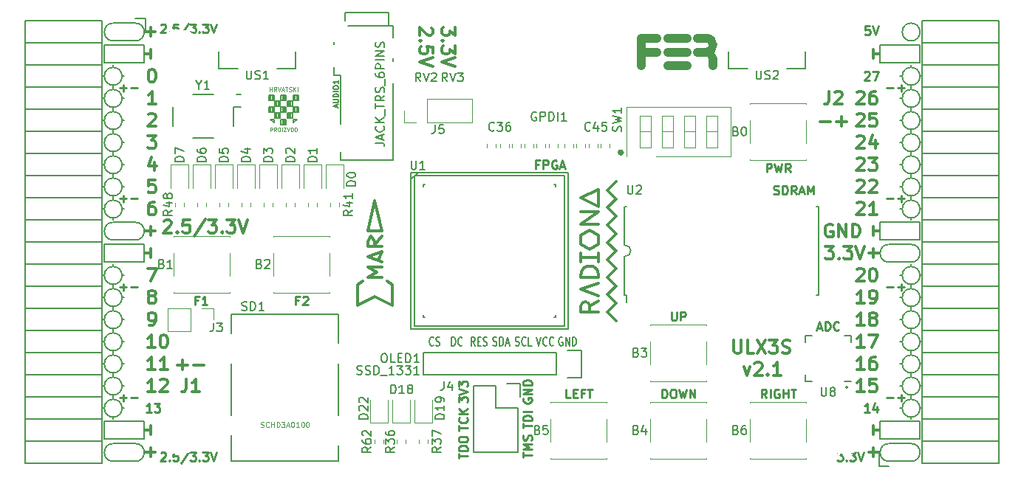
<source format=gto>
G04 #@! TF.GenerationSoftware,KiCad,Pcbnew,5.0.0+dfsg1-1*
G04 #@! TF.CreationDate,2018-08-17T16:54:50+02:00*
G04 #@! TF.ProjectId,ulx3s,756C7833732E6B696361645F70636200,rev?*
G04 #@! TF.SameCoordinates,Original*
G04 #@! TF.FileFunction,Legend,Top*
G04 #@! TF.FilePolarity,Positive*
%FSLAX46Y46*%
G04 Gerber Fmt 4.6, Leading zero omitted, Abs format (unit mm)*
G04 Created by KiCad (PCBNEW 5.0.0+dfsg1-1) date Fri Aug 17 16:54:50 2018*
%MOMM*%
%LPD*%
G01*
G04 APERTURE LIST*
%ADD10C,0.250000*%
%ADD11C,0.200000*%
%ADD12C,0.300000*%
%ADD13C,0.150000*%
%ADD14C,0.120000*%
%ADD15C,1.000000*%
%ADD16C,0.152400*%
%ADD17C,0.124460*%
%ADD18C,0.075000*%
%ADD19C,0.500000*%
%ADD20R,0.400000X2.000000*%
%ADD21C,2.100000*%
%ADD22R,1.220000X2.540000*%
%ADD23R,0.660000X1.000000*%
%ADD24O,1.827200X1.827200*%
%ADD25R,1.827200X1.827200*%
%ADD26C,5.600000*%
%ADD27O,0.950000X0.400000*%
%ADD28O,0.400000X0.950000*%
%ADD29R,1.775000X1.775000*%
%ADD30R,1.827200X2.132000*%
%ADD31O,1.827200X2.132000*%
%ADD32R,2.900000X2.100000*%
%ADD33R,2.900000X2.300000*%
%ADD34R,2.900000X2.900000*%
%ADD35C,1.800000*%
%ADD36R,0.800000X1.600000*%
%ADD37R,1.550000X1.000000*%
%ADD38R,1.550000X2.100000*%
%ADD39R,2.300000X1.900000*%
%ADD40R,1.100000X0.770000*%
%ADD41R,1.600000X1.070000*%
%ADD42R,1.800000X1.800000*%
%ADD43O,1.800000X1.800000*%
%ADD44R,1.395000X1.500000*%
%ADD45R,1.900000X2.000000*%
%ADD46R,0.500000X1.450000*%
%ADD47R,2.000000X2.000000*%
%ADD48R,2.200000X1.700000*%
%ADD49R,1.650000X1.400000*%
G04 APERTURE END LIST*
D10*
X116641666Y-93497571D02*
X116308333Y-93497571D01*
X116308333Y-94021380D02*
X116308333Y-93021380D01*
X116784523Y-93021380D01*
X117117857Y-93116619D02*
X117165476Y-93069000D01*
X117260714Y-93021380D01*
X117498809Y-93021380D01*
X117594047Y-93069000D01*
X117641666Y-93116619D01*
X117689285Y-93211857D01*
X117689285Y-93307095D01*
X117641666Y-93449952D01*
X117070238Y-94021380D01*
X117689285Y-94021380D01*
X105084666Y-93497571D02*
X104751333Y-93497571D01*
X104751333Y-94021380D02*
X104751333Y-93021380D01*
X105227523Y-93021380D01*
X106132285Y-94021380D02*
X105560857Y-94021380D01*
X105846571Y-94021380D02*
X105846571Y-93021380D01*
X105751333Y-93164238D01*
X105656095Y-93259476D01*
X105560857Y-93307095D01*
X170236666Y-104689380D02*
X169903333Y-104213190D01*
X169665238Y-104689380D02*
X169665238Y-103689380D01*
X170046190Y-103689380D01*
X170141428Y-103737000D01*
X170189047Y-103784619D01*
X170236666Y-103879857D01*
X170236666Y-104022714D01*
X170189047Y-104117952D01*
X170141428Y-104165571D01*
X170046190Y-104213190D01*
X169665238Y-104213190D01*
X170665238Y-104689380D02*
X170665238Y-103689380D01*
X171665238Y-103737000D02*
X171570000Y-103689380D01*
X171427142Y-103689380D01*
X171284285Y-103737000D01*
X171189047Y-103832238D01*
X171141428Y-103927476D01*
X171093809Y-104117952D01*
X171093809Y-104260809D01*
X171141428Y-104451285D01*
X171189047Y-104546523D01*
X171284285Y-104641761D01*
X171427142Y-104689380D01*
X171522380Y-104689380D01*
X171665238Y-104641761D01*
X171712857Y-104594142D01*
X171712857Y-104260809D01*
X171522380Y-104260809D01*
X172141428Y-104689380D02*
X172141428Y-103689380D01*
X172141428Y-104165571D02*
X172712857Y-104165571D01*
X172712857Y-104689380D02*
X172712857Y-103689380D01*
X173046190Y-103689380D02*
X173617619Y-103689380D01*
X173331904Y-104689380D02*
X173331904Y-103689380D01*
X159354285Y-94799380D02*
X159354285Y-95608904D01*
X159401904Y-95704142D01*
X159449523Y-95751761D01*
X159544761Y-95799380D01*
X159735238Y-95799380D01*
X159830476Y-95751761D01*
X159878095Y-95704142D01*
X159925714Y-95608904D01*
X159925714Y-94799380D01*
X160401904Y-95799380D02*
X160401904Y-94799380D01*
X160782857Y-94799380D01*
X160878095Y-94847000D01*
X160925714Y-94894619D01*
X160973333Y-94989857D01*
X160973333Y-95132714D01*
X160925714Y-95227952D01*
X160878095Y-95275571D01*
X160782857Y-95323190D01*
X160401904Y-95323190D01*
X158259047Y-104689380D02*
X158259047Y-103689380D01*
X158497142Y-103689380D01*
X158640000Y-103737000D01*
X158735238Y-103832238D01*
X158782857Y-103927476D01*
X158830476Y-104117952D01*
X158830476Y-104260809D01*
X158782857Y-104451285D01*
X158735238Y-104546523D01*
X158640000Y-104641761D01*
X158497142Y-104689380D01*
X158259047Y-104689380D01*
X159449523Y-103689380D02*
X159640000Y-103689380D01*
X159735238Y-103737000D01*
X159830476Y-103832238D01*
X159878095Y-104022714D01*
X159878095Y-104356047D01*
X159830476Y-104546523D01*
X159735238Y-104641761D01*
X159640000Y-104689380D01*
X159449523Y-104689380D01*
X159354285Y-104641761D01*
X159259047Y-104546523D01*
X159211428Y-104356047D01*
X159211428Y-104022714D01*
X159259047Y-103832238D01*
X159354285Y-103737000D01*
X159449523Y-103689380D01*
X160211428Y-103689380D02*
X160449523Y-104689380D01*
X160640000Y-103975095D01*
X160830476Y-104689380D01*
X161068571Y-103689380D01*
X161449523Y-104689380D02*
X161449523Y-103689380D01*
X162020952Y-104689380D01*
X162020952Y-103689380D01*
X147757619Y-104689380D02*
X147281428Y-104689380D01*
X147281428Y-103689380D01*
X148090952Y-104165571D02*
X148424285Y-104165571D01*
X148567142Y-104689380D02*
X148090952Y-104689380D01*
X148090952Y-103689380D01*
X148567142Y-103689380D01*
X149329047Y-104165571D02*
X148995714Y-104165571D01*
X148995714Y-104689380D02*
X148995714Y-103689380D01*
X149471904Y-103689380D01*
X149710000Y-103689380D02*
X150281428Y-103689380D01*
X149995714Y-104689380D02*
X149995714Y-103689380D01*
X170251666Y-78781380D02*
X170251666Y-77781380D01*
X170632619Y-77781380D01*
X170727857Y-77829000D01*
X170775476Y-77876619D01*
X170823095Y-77971857D01*
X170823095Y-78114714D01*
X170775476Y-78209952D01*
X170727857Y-78257571D01*
X170632619Y-78305190D01*
X170251666Y-78305190D01*
X171156428Y-77781380D02*
X171394523Y-78781380D01*
X171585000Y-78067095D01*
X171775476Y-78781380D01*
X172013571Y-77781380D01*
X172965952Y-78781380D02*
X172632619Y-78305190D01*
X172394523Y-78781380D02*
X172394523Y-77781380D01*
X172775476Y-77781380D01*
X172870714Y-77829000D01*
X172918333Y-77876619D01*
X172965952Y-77971857D01*
X172965952Y-78114714D01*
X172918333Y-78209952D01*
X172870714Y-78257571D01*
X172775476Y-78305190D01*
X172394523Y-78305190D01*
D11*
X179586000Y-103475000D02*
G75*
G03X179586000Y-103475000I-127000J0D01*
G01*
D12*
X134560428Y-62144714D02*
X134560428Y-63073285D01*
X133989000Y-62573285D01*
X133989000Y-62787571D01*
X133917571Y-62930428D01*
X133846142Y-63001857D01*
X133703285Y-63073285D01*
X133346142Y-63073285D01*
X133203285Y-63001857D01*
X133131857Y-62930428D01*
X133060428Y-62787571D01*
X133060428Y-62359000D01*
X133131857Y-62216142D01*
X133203285Y-62144714D01*
X133203285Y-63716142D02*
X133131857Y-63787571D01*
X133060428Y-63716142D01*
X133131857Y-63644714D01*
X133203285Y-63716142D01*
X133060428Y-63716142D01*
X134560428Y-64287571D02*
X134560428Y-65216142D01*
X133989000Y-64716142D01*
X133989000Y-64930428D01*
X133917571Y-65073285D01*
X133846142Y-65144714D01*
X133703285Y-65216142D01*
X133346142Y-65216142D01*
X133203285Y-65144714D01*
X133131857Y-65073285D01*
X133060428Y-64930428D01*
X133060428Y-64501857D01*
X133131857Y-64359000D01*
X133203285Y-64287571D01*
X134560428Y-65644714D02*
X133060428Y-66144714D01*
X134560428Y-66644714D01*
X131877571Y-62216142D02*
X131949000Y-62287571D01*
X132020428Y-62430428D01*
X132020428Y-62787571D01*
X131949000Y-62930428D01*
X131877571Y-63001857D01*
X131734714Y-63073285D01*
X131591857Y-63073285D01*
X131377571Y-63001857D01*
X130520428Y-62144714D01*
X130520428Y-63073285D01*
X130663285Y-63716142D02*
X130591857Y-63787571D01*
X130520428Y-63716142D01*
X130591857Y-63644714D01*
X130663285Y-63716142D01*
X130520428Y-63716142D01*
X132020428Y-65144714D02*
X132020428Y-64430428D01*
X131306142Y-64359000D01*
X131377571Y-64430428D01*
X131449000Y-64573285D01*
X131449000Y-64930428D01*
X131377571Y-65073285D01*
X131306142Y-65144714D01*
X131163285Y-65216142D01*
X130806142Y-65216142D01*
X130663285Y-65144714D01*
X130591857Y-65073285D01*
X130520428Y-64930428D01*
X130520428Y-64573285D01*
X130591857Y-64430428D01*
X130663285Y-64359000D01*
X132020428Y-65644714D02*
X130520428Y-66144714D01*
X132020428Y-66644714D01*
X102760000Y-100897142D02*
X103902857Y-100897142D01*
X103331428Y-101468571D02*
X103331428Y-100325714D01*
X104617142Y-100897142D02*
X105760000Y-100897142D01*
X167664142Y-101121571D02*
X168021285Y-102121571D01*
X168378428Y-101121571D01*
X168878428Y-100764428D02*
X168949857Y-100693000D01*
X169092714Y-100621571D01*
X169449857Y-100621571D01*
X169592714Y-100693000D01*
X169664142Y-100764428D01*
X169735571Y-100907285D01*
X169735571Y-101050142D01*
X169664142Y-101264428D01*
X168807000Y-102121571D01*
X169735571Y-102121571D01*
X170378428Y-101978714D02*
X170449857Y-102050142D01*
X170378428Y-102121571D01*
X170307000Y-102050142D01*
X170378428Y-101978714D01*
X170378428Y-102121571D01*
X171878428Y-102121571D02*
X171021285Y-102121571D01*
X171449857Y-102121571D02*
X171449857Y-100621571D01*
X171307000Y-100835857D01*
X171164142Y-100978714D01*
X171021285Y-101050142D01*
X182492000Y-87582000D02*
X182492000Y-88598000D01*
X181984000Y-88090000D02*
X183254000Y-88090000D01*
X182492000Y-110442000D02*
X182492000Y-111458000D01*
X183254000Y-110950000D02*
X181984000Y-110950000D01*
X99688000Y-110442000D02*
X99688000Y-111458000D01*
X98926000Y-110950000D02*
X100196000Y-110950000D01*
X99688000Y-62182000D02*
X99688000Y-63198000D01*
X98926000Y-62690000D02*
X100196000Y-62690000D01*
X99688000Y-85042000D02*
X99688000Y-86058000D01*
X98926000Y-85550000D02*
X100196000Y-85550000D01*
D11*
X97910000Y-63706000D02*
G75*
G03X97910000Y-61674000I0J1016000D01*
G01*
X184270000Y-109934000D02*
G75*
G03X184270000Y-111966000I0J-1016000D01*
G01*
X95370000Y-111966000D02*
X97910000Y-111966000D01*
X95370000Y-109934000D02*
X97910000Y-109934000D01*
X97910000Y-111966000D02*
G75*
G03X97910000Y-109934000I0J1016000D01*
G01*
X95370000Y-109934000D02*
G75*
G03X95370000Y-111966000I0J-1016000D01*
G01*
X95370000Y-61674000D02*
X97910000Y-61674000D01*
X95370000Y-63706000D02*
X97910000Y-63706000D01*
X95370000Y-61674000D02*
G75*
G03X95370000Y-63706000I0J-1016000D01*
G01*
X95370000Y-84534000D02*
X97910000Y-84534000D01*
X95370000Y-86566000D02*
X97910000Y-86566000D01*
X95370000Y-84534000D02*
G75*
G03X95370000Y-86566000I0J-1016000D01*
G01*
X97910000Y-86566000D02*
G75*
G03X97910000Y-84534000I0J1016000D01*
G01*
X187826000Y-62690000D02*
G75*
G03X187826000Y-62690000I-1016000J0D01*
G01*
X184270000Y-89106000D02*
X186810000Y-89106000D01*
X184270000Y-87074000D02*
X186810000Y-87074000D01*
X184270000Y-87074000D02*
G75*
G03X184270000Y-89106000I0J-1016000D01*
G01*
X186810000Y-89106000D02*
G75*
G03X186810000Y-87074000I0J1016000D01*
G01*
X186810000Y-111966000D02*
X184270000Y-111966000D01*
X186810000Y-109934000D02*
X184270000Y-109934000D01*
X186810000Y-111966000D02*
G75*
G03X186810000Y-109934000I0J1016000D01*
G01*
X94354000Y-66246000D02*
X94354000Y-64214000D01*
X98926000Y-66246000D02*
X94354000Y-66246000D01*
X98926000Y-64214000D02*
X98926000Y-66246000D01*
X94354000Y-64214000D02*
X98926000Y-64214000D01*
X94354000Y-87074000D02*
X98926000Y-87074000D01*
X94354000Y-89106000D02*
X94354000Y-87074000D01*
X98926000Y-89106000D02*
X94354000Y-89106000D01*
X98926000Y-87074000D02*
X98926000Y-89106000D01*
X94354000Y-109426000D02*
X98926000Y-109426000D01*
X94354000Y-107394000D02*
X94354000Y-109426000D01*
X98926000Y-107394000D02*
X94354000Y-107394000D01*
X98926000Y-109426000D02*
X98926000Y-107394000D01*
X183254000Y-109426000D02*
X187826000Y-109426000D01*
X183254000Y-107394000D02*
X183254000Y-109426000D01*
X187826000Y-107394000D02*
X187826000Y-109426000D01*
X183254000Y-107394000D02*
X187826000Y-107394000D01*
X183254000Y-66246000D02*
X187826000Y-66246000D01*
X183254000Y-64214000D02*
X183254000Y-66246000D01*
X187826000Y-64214000D02*
X183254000Y-64214000D01*
X187826000Y-66246000D02*
X187826000Y-64214000D01*
X183254000Y-84534000D02*
X187826000Y-84534000D01*
X183254000Y-86566000D02*
X183254000Y-84534000D01*
X187826000Y-86566000D02*
X183254000Y-86566000D01*
X187826000Y-84534000D02*
X187826000Y-86566000D01*
D10*
X96148000Y-69111428D02*
X96909904Y-69111428D01*
X96528952Y-69492380D02*
X96528952Y-68730476D01*
X97386095Y-69111428D02*
X98148000Y-69111428D01*
X96148000Y-81811428D02*
X96909904Y-81811428D01*
X96528952Y-82192380D02*
X96528952Y-81430476D01*
X97386095Y-81811428D02*
X98148000Y-81811428D01*
X96148000Y-91971428D02*
X96909904Y-91971428D01*
X96528952Y-92352380D02*
X96528952Y-91590476D01*
X97386095Y-91971428D02*
X98148000Y-91971428D01*
X96148000Y-104671428D02*
X96909904Y-104671428D01*
X96528952Y-105052380D02*
X96528952Y-104290476D01*
X97386095Y-104671428D02*
X98148000Y-104671428D01*
X184032000Y-104671428D02*
X184793904Y-104671428D01*
X185270095Y-104671428D02*
X186032000Y-104671428D01*
X185651047Y-105052380D02*
X185651047Y-104290476D01*
X184032000Y-91971428D02*
X184793904Y-91971428D01*
X185270095Y-91971428D02*
X186032000Y-91971428D01*
X185651047Y-92352380D02*
X185651047Y-91590476D01*
X184032000Y-81811428D02*
X184793904Y-81811428D01*
X185270095Y-81811428D02*
X186032000Y-81811428D01*
X185651047Y-82192380D02*
X185651047Y-81430476D01*
X184032000Y-69111428D02*
X184793904Y-69111428D01*
X185270095Y-69111428D02*
X186032000Y-69111428D01*
X185651047Y-69492380D02*
X185651047Y-68730476D01*
D12*
X176420000Y-72957142D02*
X177562857Y-72957142D01*
X178277142Y-72957142D02*
X179420000Y-72957142D01*
X178848571Y-73528571D02*
X178848571Y-72385714D01*
D11*
X187826000Y-67770000D02*
G75*
G03X187826000Y-67770000I-1016000J0D01*
G01*
X187826000Y-70310000D02*
G75*
G03X187826000Y-70310000I-1016000J0D01*
G01*
X187826000Y-72850000D02*
G75*
G03X187826000Y-72850000I-1016000J0D01*
G01*
X187826000Y-75390000D02*
G75*
G03X187826000Y-75390000I-1016000J0D01*
G01*
X187826000Y-77930000D02*
G75*
G03X187826000Y-77930000I-1016000J0D01*
G01*
X187826000Y-80470000D02*
G75*
G03X187826000Y-80470000I-1016000J0D01*
G01*
X187826000Y-83010000D02*
G75*
G03X187826000Y-83010000I-1016000J0D01*
G01*
X187826000Y-90630000D02*
G75*
G03X187826000Y-90630000I-1016000J0D01*
G01*
X187826000Y-93170000D02*
G75*
G03X187826000Y-93170000I-1016000J0D01*
G01*
X187826000Y-95710000D02*
G75*
G03X187826000Y-95710000I-1016000J0D01*
G01*
X187826000Y-98250000D02*
G75*
G03X187826000Y-98250000I-1016000J0D01*
G01*
X187826000Y-100790000D02*
G75*
G03X187826000Y-100790000I-1016000J0D01*
G01*
X187826000Y-103330000D02*
G75*
G03X187826000Y-103330000I-1016000J0D01*
G01*
X187826000Y-105870000D02*
G75*
G03X187826000Y-105870000I-1016000J0D01*
G01*
X96386000Y-105870000D02*
G75*
G03X96386000Y-105870000I-1016000J0D01*
G01*
X96386000Y-103330000D02*
G75*
G03X96386000Y-103330000I-1016000J0D01*
G01*
X96386000Y-100790000D02*
G75*
G03X96386000Y-100790000I-1016000J0D01*
G01*
X96386000Y-98250000D02*
G75*
G03X96386000Y-98250000I-1016000J0D01*
G01*
X96386000Y-95710000D02*
G75*
G03X96386000Y-95710000I-1016000J0D01*
G01*
X96386000Y-93170000D02*
G75*
G03X96386000Y-93170000I-1016000J0D01*
G01*
X96386000Y-90630000D02*
G75*
G03X96386000Y-90630000I-1016000J0D01*
G01*
X96386000Y-83010000D02*
G75*
G03X96386000Y-83010000I-1016000J0D01*
G01*
X96386000Y-80470000D02*
G75*
G03X96386000Y-80470000I-1016000J0D01*
G01*
X96386000Y-77930000D02*
G75*
G03X96386000Y-77930000I-1016000J0D01*
G01*
X96386000Y-75390000D02*
G75*
G03X96386000Y-75390000I-1016000J0D01*
G01*
X96386000Y-72850000D02*
G75*
G03X96386000Y-72850000I-1016000J0D01*
G01*
X96386000Y-70310000D02*
G75*
G03X96386000Y-70310000I-1016000J0D01*
G01*
X96386000Y-67770000D02*
G75*
G03X96386000Y-67770000I-1016000J0D01*
G01*
D12*
X177793142Y-84800000D02*
X177650285Y-84728571D01*
X177436000Y-84728571D01*
X177221714Y-84800000D01*
X177078857Y-84942857D01*
X177007428Y-85085714D01*
X176936000Y-85371428D01*
X176936000Y-85585714D01*
X177007428Y-85871428D01*
X177078857Y-86014285D01*
X177221714Y-86157142D01*
X177436000Y-86228571D01*
X177578857Y-86228571D01*
X177793142Y-86157142D01*
X177864571Y-86085714D01*
X177864571Y-85585714D01*
X177578857Y-85585714D01*
X178507428Y-86228571D02*
X178507428Y-84728571D01*
X179364571Y-86228571D01*
X179364571Y-84728571D01*
X180078857Y-86228571D02*
X180078857Y-84728571D01*
X180436000Y-84728571D01*
X180650285Y-84800000D01*
X180793142Y-84942857D01*
X180864571Y-85085714D01*
X180936000Y-85371428D01*
X180936000Y-85585714D01*
X180864571Y-85871428D01*
X180793142Y-86014285D01*
X180650285Y-86157142D01*
X180436000Y-86228571D01*
X180078857Y-86228571D01*
X182492000Y-86058000D02*
X182492000Y-85042000D01*
X183254000Y-85550000D02*
X182492000Y-85550000D01*
X182492000Y-107902000D02*
X182492000Y-108918000D01*
X182492000Y-108410000D02*
X183254000Y-108410000D01*
D10*
X182047523Y-106322380D02*
X181476095Y-106322380D01*
X181761809Y-106322380D02*
X181761809Y-105322380D01*
X181666571Y-105465238D01*
X181571333Y-105560476D01*
X181476095Y-105608095D01*
X182904666Y-105655714D02*
X182904666Y-106322380D01*
X182666571Y-105274761D02*
X182428476Y-105989047D01*
X183047523Y-105989047D01*
X181476095Y-67317619D02*
X181523714Y-67270000D01*
X181618952Y-67222380D01*
X181857047Y-67222380D01*
X181952285Y-67270000D01*
X181999904Y-67317619D01*
X182047523Y-67412857D01*
X182047523Y-67508095D01*
X181999904Y-67650952D01*
X181428476Y-68222380D01*
X182047523Y-68222380D01*
X182380857Y-67222380D02*
X183047523Y-67222380D01*
X182618952Y-68222380D01*
D12*
X182492000Y-64722000D02*
X182492000Y-65738000D01*
X182492000Y-65230000D02*
X183254000Y-65230000D01*
X99688000Y-107902000D02*
X99688000Y-108918000D01*
X98926000Y-108410000D02*
X99688000Y-108410000D01*
X99315000Y-74568571D02*
X100243571Y-74568571D01*
X99743571Y-75140000D01*
X99957857Y-75140000D01*
X100100714Y-75211428D01*
X100172142Y-75282857D01*
X100243571Y-75425714D01*
X100243571Y-75782857D01*
X100172142Y-75925714D01*
X100100714Y-75997142D01*
X99957857Y-76068571D01*
X99529285Y-76068571D01*
X99386428Y-75997142D01*
X99315000Y-75925714D01*
X100100714Y-77608571D02*
X100100714Y-78608571D01*
X99743571Y-77037142D02*
X99386428Y-78108571D01*
X100315000Y-78108571D01*
X100172142Y-79648571D02*
X99457857Y-79648571D01*
X99386428Y-80362857D01*
X99457857Y-80291428D01*
X99600714Y-80220000D01*
X99957857Y-80220000D01*
X100100714Y-80291428D01*
X100172142Y-80362857D01*
X100243571Y-80505714D01*
X100243571Y-80862857D01*
X100172142Y-81005714D01*
X100100714Y-81077142D01*
X99957857Y-81148571D01*
X99600714Y-81148571D01*
X99457857Y-81077142D01*
X99386428Y-81005714D01*
D10*
X99751523Y-106322380D02*
X99180095Y-106322380D01*
X99465809Y-106322380D02*
X99465809Y-105322380D01*
X99370571Y-105465238D01*
X99275333Y-105560476D01*
X99180095Y-105608095D01*
X100084857Y-105322380D02*
X100703904Y-105322380D01*
X100370571Y-105703333D01*
X100513428Y-105703333D01*
X100608666Y-105750952D01*
X100656285Y-105798571D01*
X100703904Y-105893809D01*
X100703904Y-106131904D01*
X100656285Y-106227142D01*
X100608666Y-106274761D01*
X100513428Y-106322380D01*
X100227714Y-106322380D01*
X100132476Y-106274761D01*
X100084857Y-106227142D01*
D12*
X99315000Y-89808571D02*
X100315000Y-89808571D01*
X99672142Y-91308571D01*
X99688000Y-87582000D02*
X99688000Y-88598000D01*
X98926000Y-88090000D02*
X99688000Y-88090000D01*
X99688000Y-64722000D02*
X99688000Y-65738000D01*
X98926000Y-65230000D02*
X99688000Y-65230000D01*
D10*
X100817976Y-61874619D02*
X100865595Y-61827000D01*
X100960833Y-61779380D01*
X101198928Y-61779380D01*
X101294166Y-61827000D01*
X101341785Y-61874619D01*
X101389404Y-61969857D01*
X101389404Y-62065095D01*
X101341785Y-62207952D01*
X100770357Y-62779380D01*
X101389404Y-62779380D01*
X101817976Y-62684142D02*
X101865595Y-62731761D01*
X101817976Y-62779380D01*
X101770357Y-62731761D01*
X101817976Y-62684142D01*
X101817976Y-62779380D01*
X102770357Y-61779380D02*
X102294166Y-61779380D01*
X102246547Y-62255571D01*
X102294166Y-62207952D01*
X102389404Y-62160333D01*
X102627500Y-62160333D01*
X102722738Y-62207952D01*
X102770357Y-62255571D01*
X102817976Y-62350809D01*
X102817976Y-62588904D01*
X102770357Y-62684142D01*
X102722738Y-62731761D01*
X102627500Y-62779380D01*
X102389404Y-62779380D01*
X102294166Y-62731761D01*
X102246547Y-62684142D01*
X103960833Y-61731761D02*
X103103690Y-63017476D01*
X104198928Y-61779380D02*
X104817976Y-61779380D01*
X104484642Y-62160333D01*
X104627500Y-62160333D01*
X104722738Y-62207952D01*
X104770357Y-62255571D01*
X104817976Y-62350809D01*
X104817976Y-62588904D01*
X104770357Y-62684142D01*
X104722738Y-62731761D01*
X104627500Y-62779380D01*
X104341785Y-62779380D01*
X104246547Y-62731761D01*
X104198928Y-62684142D01*
X105246547Y-62684142D02*
X105294166Y-62731761D01*
X105246547Y-62779380D01*
X105198928Y-62731761D01*
X105246547Y-62684142D01*
X105246547Y-62779380D01*
X105627500Y-61779380D02*
X106246547Y-61779380D01*
X105913214Y-62160333D01*
X106056071Y-62160333D01*
X106151309Y-62207952D01*
X106198928Y-62255571D01*
X106246547Y-62350809D01*
X106246547Y-62588904D01*
X106198928Y-62684142D01*
X106151309Y-62731761D01*
X106056071Y-62779380D01*
X105770357Y-62779380D01*
X105675119Y-62731761D01*
X105627500Y-62684142D01*
X106532261Y-61779380D02*
X106865595Y-62779380D01*
X107198928Y-61779380D01*
X178360261Y-110910380D02*
X178979309Y-110910380D01*
X178645976Y-111291333D01*
X178788833Y-111291333D01*
X178884071Y-111338952D01*
X178931690Y-111386571D01*
X178979309Y-111481809D01*
X178979309Y-111719904D01*
X178931690Y-111815142D01*
X178884071Y-111862761D01*
X178788833Y-111910380D01*
X178503119Y-111910380D01*
X178407880Y-111862761D01*
X178360261Y-111815142D01*
X179407880Y-111815142D02*
X179455500Y-111862761D01*
X179407880Y-111910380D01*
X179360261Y-111862761D01*
X179407880Y-111815142D01*
X179407880Y-111910380D01*
X179788833Y-110910380D02*
X180407880Y-110910380D01*
X180074547Y-111291333D01*
X180217404Y-111291333D01*
X180312642Y-111338952D01*
X180360261Y-111386571D01*
X180407880Y-111481809D01*
X180407880Y-111719904D01*
X180360261Y-111815142D01*
X180312642Y-111862761D01*
X180217404Y-111910380D01*
X179931690Y-111910380D01*
X179836452Y-111862761D01*
X179788833Y-111815142D01*
X180693595Y-110910380D02*
X181026928Y-111910380D01*
X181360261Y-110910380D01*
D12*
X101199714Y-84381428D02*
X101271142Y-84310000D01*
X101414000Y-84238571D01*
X101771142Y-84238571D01*
X101914000Y-84310000D01*
X101985428Y-84381428D01*
X102056857Y-84524285D01*
X102056857Y-84667142D01*
X101985428Y-84881428D01*
X101128285Y-85738571D01*
X102056857Y-85738571D01*
X102699714Y-85595714D02*
X102771142Y-85667142D01*
X102699714Y-85738571D01*
X102628285Y-85667142D01*
X102699714Y-85595714D01*
X102699714Y-85738571D01*
X104128285Y-84238571D02*
X103414000Y-84238571D01*
X103342571Y-84952857D01*
X103414000Y-84881428D01*
X103556857Y-84810000D01*
X103914000Y-84810000D01*
X104056857Y-84881428D01*
X104128285Y-84952857D01*
X104199714Y-85095714D01*
X104199714Y-85452857D01*
X104128285Y-85595714D01*
X104056857Y-85667142D01*
X103914000Y-85738571D01*
X103556857Y-85738571D01*
X103414000Y-85667142D01*
X103342571Y-85595714D01*
X105914000Y-84167142D02*
X104628285Y-86095714D01*
X106271142Y-84238571D02*
X107199714Y-84238571D01*
X106699714Y-84810000D01*
X106914000Y-84810000D01*
X107056857Y-84881428D01*
X107128285Y-84952857D01*
X107199714Y-85095714D01*
X107199714Y-85452857D01*
X107128285Y-85595714D01*
X107056857Y-85667142D01*
X106914000Y-85738571D01*
X106485428Y-85738571D01*
X106342571Y-85667142D01*
X106271142Y-85595714D01*
X107842571Y-85595714D02*
X107914000Y-85667142D01*
X107842571Y-85738571D01*
X107771142Y-85667142D01*
X107842571Y-85595714D01*
X107842571Y-85738571D01*
X108414000Y-84238571D02*
X109342571Y-84238571D01*
X108842571Y-84810000D01*
X109056857Y-84810000D01*
X109199714Y-84881428D01*
X109271142Y-84952857D01*
X109342571Y-85095714D01*
X109342571Y-85452857D01*
X109271142Y-85595714D01*
X109199714Y-85667142D01*
X109056857Y-85738571D01*
X108628285Y-85738571D01*
X108485428Y-85667142D01*
X108414000Y-85595714D01*
X109771142Y-84238571D02*
X110271142Y-85738571D01*
X110771142Y-84238571D01*
D10*
X100817976Y-111023619D02*
X100865595Y-110976000D01*
X100960833Y-110928380D01*
X101198928Y-110928380D01*
X101294166Y-110976000D01*
X101341785Y-111023619D01*
X101389404Y-111118857D01*
X101389404Y-111214095D01*
X101341785Y-111356952D01*
X100770357Y-111928380D01*
X101389404Y-111928380D01*
X101817976Y-111833142D02*
X101865595Y-111880761D01*
X101817976Y-111928380D01*
X101770357Y-111880761D01*
X101817976Y-111833142D01*
X101817976Y-111928380D01*
X102770357Y-110928380D02*
X102294166Y-110928380D01*
X102246547Y-111404571D01*
X102294166Y-111356952D01*
X102389404Y-111309333D01*
X102627500Y-111309333D01*
X102722738Y-111356952D01*
X102770357Y-111404571D01*
X102817976Y-111499809D01*
X102817976Y-111737904D01*
X102770357Y-111833142D01*
X102722738Y-111880761D01*
X102627500Y-111928380D01*
X102389404Y-111928380D01*
X102294166Y-111880761D01*
X102246547Y-111833142D01*
X103960833Y-110880761D02*
X103103690Y-112166476D01*
X104198928Y-110928380D02*
X104817976Y-110928380D01*
X104484642Y-111309333D01*
X104627500Y-111309333D01*
X104722738Y-111356952D01*
X104770357Y-111404571D01*
X104817976Y-111499809D01*
X104817976Y-111737904D01*
X104770357Y-111833142D01*
X104722738Y-111880761D01*
X104627500Y-111928380D01*
X104341785Y-111928380D01*
X104246547Y-111880761D01*
X104198928Y-111833142D01*
X105246547Y-111833142D02*
X105294166Y-111880761D01*
X105246547Y-111928380D01*
X105198928Y-111880761D01*
X105246547Y-111833142D01*
X105246547Y-111928380D01*
X105627500Y-110928380D02*
X106246547Y-110928380D01*
X105913214Y-111309333D01*
X106056071Y-111309333D01*
X106151309Y-111356952D01*
X106198928Y-111404571D01*
X106246547Y-111499809D01*
X106246547Y-111737904D01*
X106198928Y-111833142D01*
X106151309Y-111880761D01*
X106056071Y-111928380D01*
X105770357Y-111928380D01*
X105675119Y-111880761D01*
X105627500Y-111833142D01*
X106532261Y-110928380D02*
X106865595Y-111928380D01*
X107198928Y-110928380D01*
X182047523Y-62015380D02*
X181571333Y-62015380D01*
X181523714Y-62491571D01*
X181571333Y-62443952D01*
X181666571Y-62396333D01*
X181904666Y-62396333D01*
X181999904Y-62443952D01*
X182047523Y-62491571D01*
X182095142Y-62586809D01*
X182095142Y-62824904D01*
X182047523Y-62920142D01*
X181999904Y-62967761D01*
X181904666Y-63015380D01*
X181666571Y-63015380D01*
X181571333Y-62967761D01*
X181523714Y-62920142D01*
X182380857Y-62015380D02*
X182714190Y-63015380D01*
X183047523Y-62015380D01*
D12*
X180587142Y-69631428D02*
X180658571Y-69560000D01*
X180801428Y-69488571D01*
X181158571Y-69488571D01*
X181301428Y-69560000D01*
X181372857Y-69631428D01*
X181444285Y-69774285D01*
X181444285Y-69917142D01*
X181372857Y-70131428D01*
X180515714Y-70988571D01*
X181444285Y-70988571D01*
X182730000Y-69488571D02*
X182444285Y-69488571D01*
X182301428Y-69560000D01*
X182230000Y-69631428D01*
X182087142Y-69845714D01*
X182015714Y-70131428D01*
X182015714Y-70702857D01*
X182087142Y-70845714D01*
X182158571Y-70917142D01*
X182301428Y-70988571D01*
X182587142Y-70988571D01*
X182730000Y-70917142D01*
X182801428Y-70845714D01*
X182872857Y-70702857D01*
X182872857Y-70345714D01*
X182801428Y-70202857D01*
X182730000Y-70131428D01*
X182587142Y-70060000D01*
X182301428Y-70060000D01*
X182158571Y-70131428D01*
X182087142Y-70202857D01*
X182015714Y-70345714D01*
X180587142Y-72171428D02*
X180658571Y-72100000D01*
X180801428Y-72028571D01*
X181158571Y-72028571D01*
X181301428Y-72100000D01*
X181372857Y-72171428D01*
X181444285Y-72314285D01*
X181444285Y-72457142D01*
X181372857Y-72671428D01*
X180515714Y-73528571D01*
X181444285Y-73528571D01*
X182801428Y-72028571D02*
X182087142Y-72028571D01*
X182015714Y-72742857D01*
X182087142Y-72671428D01*
X182230000Y-72600000D01*
X182587142Y-72600000D01*
X182730000Y-72671428D01*
X182801428Y-72742857D01*
X182872857Y-72885714D01*
X182872857Y-73242857D01*
X182801428Y-73385714D01*
X182730000Y-73457142D01*
X182587142Y-73528571D01*
X182230000Y-73528571D01*
X182087142Y-73457142D01*
X182015714Y-73385714D01*
X180587142Y-74711428D02*
X180658571Y-74640000D01*
X180801428Y-74568571D01*
X181158571Y-74568571D01*
X181301428Y-74640000D01*
X181372857Y-74711428D01*
X181444285Y-74854285D01*
X181444285Y-74997142D01*
X181372857Y-75211428D01*
X180515714Y-76068571D01*
X181444285Y-76068571D01*
X182730000Y-75068571D02*
X182730000Y-76068571D01*
X182372857Y-74497142D02*
X182015714Y-75568571D01*
X182944285Y-75568571D01*
X180587142Y-77251428D02*
X180658571Y-77180000D01*
X180801428Y-77108571D01*
X181158571Y-77108571D01*
X181301428Y-77180000D01*
X181372857Y-77251428D01*
X181444285Y-77394285D01*
X181444285Y-77537142D01*
X181372857Y-77751428D01*
X180515714Y-78608571D01*
X181444285Y-78608571D01*
X181944285Y-77108571D02*
X182872857Y-77108571D01*
X182372857Y-77680000D01*
X182587142Y-77680000D01*
X182730000Y-77751428D01*
X182801428Y-77822857D01*
X182872857Y-77965714D01*
X182872857Y-78322857D01*
X182801428Y-78465714D01*
X182730000Y-78537142D01*
X182587142Y-78608571D01*
X182158571Y-78608571D01*
X182015714Y-78537142D01*
X181944285Y-78465714D01*
X180587142Y-79791428D02*
X180658571Y-79720000D01*
X180801428Y-79648571D01*
X181158571Y-79648571D01*
X181301428Y-79720000D01*
X181372857Y-79791428D01*
X181444285Y-79934285D01*
X181444285Y-80077142D01*
X181372857Y-80291428D01*
X180515714Y-81148571D01*
X181444285Y-81148571D01*
X182015714Y-79791428D02*
X182087142Y-79720000D01*
X182230000Y-79648571D01*
X182587142Y-79648571D01*
X182730000Y-79720000D01*
X182801428Y-79791428D01*
X182872857Y-79934285D01*
X182872857Y-80077142D01*
X182801428Y-80291428D01*
X181944285Y-81148571D01*
X182872857Y-81148571D01*
X180587142Y-82331428D02*
X180658571Y-82260000D01*
X180801428Y-82188571D01*
X181158571Y-82188571D01*
X181301428Y-82260000D01*
X181372857Y-82331428D01*
X181444285Y-82474285D01*
X181444285Y-82617142D01*
X181372857Y-82831428D01*
X180515714Y-83688571D01*
X181444285Y-83688571D01*
X182872857Y-83688571D02*
X182015714Y-83688571D01*
X182444285Y-83688571D02*
X182444285Y-82188571D01*
X182301428Y-82402857D01*
X182158571Y-82545714D01*
X182015714Y-82617142D01*
X176975714Y-87268571D02*
X177904285Y-87268571D01*
X177404285Y-87840000D01*
X177618571Y-87840000D01*
X177761428Y-87911428D01*
X177832857Y-87982857D01*
X177904285Y-88125714D01*
X177904285Y-88482857D01*
X177832857Y-88625714D01*
X177761428Y-88697142D01*
X177618571Y-88768571D01*
X177190000Y-88768571D01*
X177047142Y-88697142D01*
X176975714Y-88625714D01*
X178547142Y-88625714D02*
X178618571Y-88697142D01*
X178547142Y-88768571D01*
X178475714Y-88697142D01*
X178547142Y-88625714D01*
X178547142Y-88768571D01*
X179118571Y-87268571D02*
X180047142Y-87268571D01*
X179547142Y-87840000D01*
X179761428Y-87840000D01*
X179904285Y-87911428D01*
X179975714Y-87982857D01*
X180047142Y-88125714D01*
X180047142Y-88482857D01*
X179975714Y-88625714D01*
X179904285Y-88697142D01*
X179761428Y-88768571D01*
X179332857Y-88768571D01*
X179190000Y-88697142D01*
X179118571Y-88625714D01*
X180475714Y-87268571D02*
X180975714Y-88768571D01*
X181475714Y-87268571D01*
X180587142Y-89951428D02*
X180658571Y-89880000D01*
X180801428Y-89808571D01*
X181158571Y-89808571D01*
X181301428Y-89880000D01*
X181372857Y-89951428D01*
X181444285Y-90094285D01*
X181444285Y-90237142D01*
X181372857Y-90451428D01*
X180515714Y-91308571D01*
X181444285Y-91308571D01*
X182372857Y-89808571D02*
X182515714Y-89808571D01*
X182658571Y-89880000D01*
X182730000Y-89951428D01*
X182801428Y-90094285D01*
X182872857Y-90380000D01*
X182872857Y-90737142D01*
X182801428Y-91022857D01*
X182730000Y-91165714D01*
X182658571Y-91237142D01*
X182515714Y-91308571D01*
X182372857Y-91308571D01*
X182230000Y-91237142D01*
X182158571Y-91165714D01*
X182087142Y-91022857D01*
X182015714Y-90737142D01*
X182015714Y-90380000D01*
X182087142Y-90094285D01*
X182158571Y-89951428D01*
X182230000Y-89880000D01*
X182372857Y-89808571D01*
X181444285Y-93848571D02*
X180587142Y-93848571D01*
X181015714Y-93848571D02*
X181015714Y-92348571D01*
X180872857Y-92562857D01*
X180730000Y-92705714D01*
X180587142Y-92777142D01*
X182158571Y-93848571D02*
X182444285Y-93848571D01*
X182587142Y-93777142D01*
X182658571Y-93705714D01*
X182801428Y-93491428D01*
X182872857Y-93205714D01*
X182872857Y-92634285D01*
X182801428Y-92491428D01*
X182730000Y-92420000D01*
X182587142Y-92348571D01*
X182301428Y-92348571D01*
X182158571Y-92420000D01*
X182087142Y-92491428D01*
X182015714Y-92634285D01*
X182015714Y-92991428D01*
X182087142Y-93134285D01*
X182158571Y-93205714D01*
X182301428Y-93277142D01*
X182587142Y-93277142D01*
X182730000Y-93205714D01*
X182801428Y-93134285D01*
X182872857Y-92991428D01*
X181444285Y-96388571D02*
X180587142Y-96388571D01*
X181015714Y-96388571D02*
X181015714Y-94888571D01*
X180872857Y-95102857D01*
X180730000Y-95245714D01*
X180587142Y-95317142D01*
X182301428Y-95531428D02*
X182158571Y-95460000D01*
X182087142Y-95388571D01*
X182015714Y-95245714D01*
X182015714Y-95174285D01*
X182087142Y-95031428D01*
X182158571Y-94960000D01*
X182301428Y-94888571D01*
X182587142Y-94888571D01*
X182730000Y-94960000D01*
X182801428Y-95031428D01*
X182872857Y-95174285D01*
X182872857Y-95245714D01*
X182801428Y-95388571D01*
X182730000Y-95460000D01*
X182587142Y-95531428D01*
X182301428Y-95531428D01*
X182158571Y-95602857D01*
X182087142Y-95674285D01*
X182015714Y-95817142D01*
X182015714Y-96102857D01*
X182087142Y-96245714D01*
X182158571Y-96317142D01*
X182301428Y-96388571D01*
X182587142Y-96388571D01*
X182730000Y-96317142D01*
X182801428Y-96245714D01*
X182872857Y-96102857D01*
X182872857Y-95817142D01*
X182801428Y-95674285D01*
X182730000Y-95602857D01*
X182587142Y-95531428D01*
X181444285Y-98928571D02*
X180587142Y-98928571D01*
X181015714Y-98928571D02*
X181015714Y-97428571D01*
X180872857Y-97642857D01*
X180730000Y-97785714D01*
X180587142Y-97857142D01*
X181944285Y-97428571D02*
X182944285Y-97428571D01*
X182301428Y-98928571D01*
X181444285Y-101468571D02*
X180587142Y-101468571D01*
X181015714Y-101468571D02*
X181015714Y-99968571D01*
X180872857Y-100182857D01*
X180730000Y-100325714D01*
X180587142Y-100397142D01*
X182730000Y-99968571D02*
X182444285Y-99968571D01*
X182301428Y-100040000D01*
X182230000Y-100111428D01*
X182087142Y-100325714D01*
X182015714Y-100611428D01*
X182015714Y-101182857D01*
X182087142Y-101325714D01*
X182158571Y-101397142D01*
X182301428Y-101468571D01*
X182587142Y-101468571D01*
X182730000Y-101397142D01*
X182801428Y-101325714D01*
X182872857Y-101182857D01*
X182872857Y-100825714D01*
X182801428Y-100682857D01*
X182730000Y-100611428D01*
X182587142Y-100540000D01*
X182301428Y-100540000D01*
X182158571Y-100611428D01*
X182087142Y-100682857D01*
X182015714Y-100825714D01*
X181444285Y-104008571D02*
X180587142Y-104008571D01*
X181015714Y-104008571D02*
X181015714Y-102508571D01*
X180872857Y-102722857D01*
X180730000Y-102865714D01*
X180587142Y-102937142D01*
X182801428Y-102508571D02*
X182087142Y-102508571D01*
X182015714Y-103222857D01*
X182087142Y-103151428D01*
X182230000Y-103080000D01*
X182587142Y-103080000D01*
X182730000Y-103151428D01*
X182801428Y-103222857D01*
X182872857Y-103365714D01*
X182872857Y-103722857D01*
X182801428Y-103865714D01*
X182730000Y-103937142D01*
X182587142Y-104008571D01*
X182230000Y-104008571D01*
X182087142Y-103937142D01*
X182015714Y-103865714D01*
D11*
X186810000Y-66500000D02*
X186810000Y-66754000D01*
X187826000Y-67770000D02*
X188080000Y-67770000D01*
X185540000Y-67770000D02*
X185794000Y-67770000D01*
X186810000Y-69294000D02*
X186810000Y-68786000D01*
X187826000Y-70310000D02*
X188080000Y-70310000D01*
X185540000Y-70310000D02*
X185794000Y-70310000D01*
X186810000Y-71326000D02*
X186810000Y-71834000D01*
X187826000Y-72850000D02*
X188080000Y-72850000D01*
X185540000Y-72850000D02*
X185794000Y-72850000D01*
X186810000Y-73866000D02*
X186810000Y-74374000D01*
X187826000Y-75390000D02*
X188080000Y-75390000D01*
X185540000Y-75390000D02*
X185794000Y-75390000D01*
X186810000Y-76406000D02*
X186810000Y-76914000D01*
X187826000Y-77930000D02*
X188080000Y-77930000D01*
X185540000Y-77930000D02*
X185794000Y-77930000D01*
X186810000Y-79454000D02*
X186810000Y-78946000D01*
X187826000Y-80470000D02*
X188080000Y-80470000D01*
X185540000Y-80470000D02*
X185794000Y-80470000D01*
X186810000Y-81994000D02*
X186810000Y-81486000D01*
X187826000Y-83010000D02*
X188080000Y-83010000D01*
X185540000Y-83010000D02*
X185794000Y-83010000D01*
X186810000Y-84026000D02*
X186810000Y-84280000D01*
X186810000Y-89360000D02*
X186810000Y-89614000D01*
X187826000Y-90630000D02*
X188080000Y-90630000D01*
X185540000Y-90630000D02*
X185794000Y-90630000D01*
X186810000Y-91646000D02*
X186810000Y-92154000D01*
X187826000Y-93170000D02*
X188080000Y-93170000D01*
X185540000Y-93170000D02*
X185794000Y-93170000D01*
X186810000Y-94186000D02*
X186810000Y-94694000D01*
X187826000Y-95710000D02*
X188080000Y-95710000D01*
X185540000Y-95710000D02*
X185794000Y-95710000D01*
X186810000Y-97234000D02*
X186810000Y-96726000D01*
X187826000Y-98250000D02*
X188080000Y-98250000D01*
X185540000Y-98250000D02*
X185794000Y-98250000D01*
X187826000Y-100790000D02*
X188080000Y-100790000D01*
X185540000Y-100790000D02*
X185794000Y-100790000D01*
X186810000Y-99266000D02*
X186810000Y-99774000D01*
X186810000Y-102314000D02*
X186810000Y-101806000D01*
X187826000Y-103330000D02*
X188080000Y-103330000D01*
X185540000Y-103330000D02*
X185794000Y-103330000D01*
X186810000Y-104346000D02*
X186810000Y-104854000D01*
X185540000Y-105870000D02*
X185794000Y-105870000D01*
X187826000Y-105870000D02*
X188080000Y-105870000D01*
X186810000Y-106886000D02*
X186810000Y-107140000D01*
X95370000Y-66754000D02*
X95370000Y-66500000D01*
X96386000Y-67770000D02*
X96640000Y-67770000D01*
X94100000Y-67770000D02*
X94354000Y-67770000D01*
X95370000Y-68786000D02*
X95370000Y-69294000D01*
X96386000Y-70310000D02*
X96640000Y-70310000D01*
X94100000Y-70310000D02*
X94354000Y-70310000D01*
X95370000Y-71326000D02*
X95370000Y-71834000D01*
X96386000Y-72850000D02*
X96640000Y-72850000D01*
X94100000Y-72850000D02*
X94354000Y-72850000D01*
X95370000Y-73866000D02*
X95370000Y-74374000D01*
X96386000Y-75390000D02*
X96640000Y-75390000D01*
X95370000Y-76406000D02*
X95370000Y-76914000D01*
X96386000Y-77930000D02*
X96640000Y-77930000D01*
X94100000Y-77930000D02*
X94354000Y-77930000D01*
X95370000Y-79454000D02*
X95370000Y-78946000D01*
X96386000Y-80470000D02*
X96640000Y-80470000D01*
X94100000Y-80470000D02*
X94354000Y-80470000D01*
X95370000Y-81486000D02*
X95370000Y-81994000D01*
X96386000Y-83010000D02*
X96640000Y-83010000D01*
X95370000Y-84026000D02*
X95370000Y-84280000D01*
X94100000Y-83010000D02*
X94354000Y-83010000D01*
X95370000Y-106886000D02*
X95370000Y-107140000D01*
X95370000Y-89360000D02*
X95370000Y-89614000D01*
X96386000Y-93170000D02*
X96640000Y-93170000D01*
X94100000Y-93170000D02*
X94354000Y-93170000D01*
X95370000Y-94186000D02*
X95370000Y-94694000D01*
X94100000Y-90630000D02*
X94354000Y-90630000D01*
X96386000Y-90630000D02*
X96640000Y-90630000D01*
X95370000Y-92154000D02*
X95370000Y-91646000D01*
X96386000Y-95710000D02*
X96640000Y-95710000D01*
X94100000Y-95710000D02*
X94354000Y-95710000D01*
X96386000Y-98250000D02*
X96640000Y-98250000D01*
X94354000Y-98250000D02*
X94100000Y-98250000D01*
X95370000Y-96726000D02*
X95370000Y-97234000D01*
X95370000Y-99266000D02*
X95370000Y-99774000D01*
X94100000Y-100790000D02*
X94354000Y-100790000D01*
X96386000Y-100790000D02*
X96640000Y-100790000D01*
X94100000Y-103330000D02*
X94354000Y-103330000D01*
X96386000Y-103330000D02*
X96640000Y-103330000D01*
X95370000Y-101806000D02*
X95370000Y-102314000D01*
X95370000Y-104346000D02*
X95370000Y-104854000D01*
X96386000Y-105870000D02*
X96640000Y-105870000D01*
X94100000Y-105870000D02*
X94354000Y-105870000D01*
D12*
X100164285Y-104008571D02*
X99307142Y-104008571D01*
X99735714Y-104008571D02*
X99735714Y-102508571D01*
X99592857Y-102722857D01*
X99450000Y-102865714D01*
X99307142Y-102937142D01*
X100735714Y-102651428D02*
X100807142Y-102580000D01*
X100950000Y-102508571D01*
X101307142Y-102508571D01*
X101450000Y-102580000D01*
X101521428Y-102651428D01*
X101592857Y-102794285D01*
X101592857Y-102937142D01*
X101521428Y-103151428D01*
X100664285Y-104008571D01*
X101592857Y-104008571D01*
X100164285Y-101468571D02*
X99307142Y-101468571D01*
X99735714Y-101468571D02*
X99735714Y-99968571D01*
X99592857Y-100182857D01*
X99450000Y-100325714D01*
X99307142Y-100397142D01*
X101592857Y-101468571D02*
X100735714Y-101468571D01*
X101164285Y-101468571D02*
X101164285Y-99968571D01*
X101021428Y-100182857D01*
X100878571Y-100325714D01*
X100735714Y-100397142D01*
X100164285Y-98928571D02*
X99307142Y-98928571D01*
X99735714Y-98928571D02*
X99735714Y-97428571D01*
X99592857Y-97642857D01*
X99450000Y-97785714D01*
X99307142Y-97857142D01*
X101092857Y-97428571D02*
X101235714Y-97428571D01*
X101378571Y-97500000D01*
X101450000Y-97571428D01*
X101521428Y-97714285D01*
X101592857Y-98000000D01*
X101592857Y-98357142D01*
X101521428Y-98642857D01*
X101450000Y-98785714D01*
X101378571Y-98857142D01*
X101235714Y-98928571D01*
X101092857Y-98928571D01*
X100950000Y-98857142D01*
X100878571Y-98785714D01*
X100807142Y-98642857D01*
X100735714Y-98357142D01*
X100735714Y-98000000D01*
X100807142Y-97714285D01*
X100878571Y-97571428D01*
X100950000Y-97500000D01*
X101092857Y-97428571D01*
X99529285Y-96388571D02*
X99815000Y-96388571D01*
X99957857Y-96317142D01*
X100029285Y-96245714D01*
X100172142Y-96031428D01*
X100243571Y-95745714D01*
X100243571Y-95174285D01*
X100172142Y-95031428D01*
X100100714Y-94960000D01*
X99957857Y-94888571D01*
X99672142Y-94888571D01*
X99529285Y-94960000D01*
X99457857Y-95031428D01*
X99386428Y-95174285D01*
X99386428Y-95531428D01*
X99457857Y-95674285D01*
X99529285Y-95745714D01*
X99672142Y-95817142D01*
X99957857Y-95817142D01*
X100100714Y-95745714D01*
X100172142Y-95674285D01*
X100243571Y-95531428D01*
X99672142Y-92991428D02*
X99529285Y-92920000D01*
X99457857Y-92848571D01*
X99386428Y-92705714D01*
X99386428Y-92634285D01*
X99457857Y-92491428D01*
X99529285Y-92420000D01*
X99672142Y-92348571D01*
X99957857Y-92348571D01*
X100100714Y-92420000D01*
X100172142Y-92491428D01*
X100243571Y-92634285D01*
X100243571Y-92705714D01*
X100172142Y-92848571D01*
X100100714Y-92920000D01*
X99957857Y-92991428D01*
X99672142Y-92991428D01*
X99529285Y-93062857D01*
X99457857Y-93134285D01*
X99386428Y-93277142D01*
X99386428Y-93562857D01*
X99457857Y-93705714D01*
X99529285Y-93777142D01*
X99672142Y-93848571D01*
X99957857Y-93848571D01*
X100100714Y-93777142D01*
X100172142Y-93705714D01*
X100243571Y-93562857D01*
X100243571Y-93277142D01*
X100172142Y-93134285D01*
X100100714Y-93062857D01*
X99957857Y-92991428D01*
X100100714Y-82188571D02*
X99815000Y-82188571D01*
X99672142Y-82260000D01*
X99600714Y-82331428D01*
X99457857Y-82545714D01*
X99386428Y-82831428D01*
X99386428Y-83402857D01*
X99457857Y-83545714D01*
X99529285Y-83617142D01*
X99672142Y-83688571D01*
X99957857Y-83688571D01*
X100100714Y-83617142D01*
X100172142Y-83545714D01*
X100243571Y-83402857D01*
X100243571Y-83045714D01*
X100172142Y-82902857D01*
X100100714Y-82831428D01*
X99957857Y-82760000D01*
X99672142Y-82760000D01*
X99529285Y-82831428D01*
X99457857Y-82902857D01*
X99386428Y-83045714D01*
X99386428Y-72171428D02*
X99457857Y-72100000D01*
X99600714Y-72028571D01*
X99957857Y-72028571D01*
X100100714Y-72100000D01*
X100172142Y-72171428D01*
X100243571Y-72314285D01*
X100243571Y-72457142D01*
X100172142Y-72671428D01*
X99315000Y-73528571D01*
X100243571Y-73528571D01*
X100243571Y-70988571D02*
X99386428Y-70988571D01*
X99815000Y-70988571D02*
X99815000Y-69488571D01*
X99672142Y-69702857D01*
X99529285Y-69845714D01*
X99386428Y-69917142D01*
X99743571Y-66948571D02*
X99886428Y-66948571D01*
X100029285Y-67020000D01*
X100100714Y-67091428D01*
X100172142Y-67234285D01*
X100243571Y-67520000D01*
X100243571Y-67877142D01*
X100172142Y-68162857D01*
X100100714Y-68305714D01*
X100029285Y-68377142D01*
X99886428Y-68448571D01*
X99743571Y-68448571D01*
X99600714Y-68377142D01*
X99529285Y-68305714D01*
X99457857Y-68162857D01*
X99386428Y-67877142D01*
X99386428Y-67520000D01*
X99457857Y-67234285D01*
X99529285Y-67091428D01*
X99600714Y-67020000D01*
X99743571Y-66948571D01*
X166501428Y-98081571D02*
X166501428Y-99295857D01*
X166572857Y-99438714D01*
X166644285Y-99510142D01*
X166787142Y-99581571D01*
X167072857Y-99581571D01*
X167215714Y-99510142D01*
X167287142Y-99438714D01*
X167358571Y-99295857D01*
X167358571Y-98081571D01*
X168787142Y-99581571D02*
X168072857Y-99581571D01*
X168072857Y-98081571D01*
X169144285Y-98081571D02*
X170144285Y-99581571D01*
X170144285Y-98081571D02*
X169144285Y-99581571D01*
X170572857Y-98081571D02*
X171501428Y-98081571D01*
X171001428Y-98653000D01*
X171215714Y-98653000D01*
X171358571Y-98724428D01*
X171430000Y-98795857D01*
X171501428Y-98938714D01*
X171501428Y-99295857D01*
X171430000Y-99438714D01*
X171358571Y-99510142D01*
X171215714Y-99581571D01*
X170787142Y-99581571D01*
X170644285Y-99510142D01*
X170572857Y-99438714D01*
X172072857Y-99510142D02*
X172287142Y-99581571D01*
X172644285Y-99581571D01*
X172787142Y-99510142D01*
X172858571Y-99438714D01*
X172930000Y-99295857D01*
X172930000Y-99153000D01*
X172858571Y-99010142D01*
X172787142Y-98938714D01*
X172644285Y-98867285D01*
X172358571Y-98795857D01*
X172215714Y-98724428D01*
X172144285Y-98653000D01*
X172072857Y-98510142D01*
X172072857Y-98367285D01*
X172144285Y-98224428D01*
X172215714Y-98153000D01*
X172358571Y-98081571D01*
X172715714Y-98081571D01*
X172930000Y-98153000D01*
D10*
X144137285Y-77876571D02*
X143803952Y-77876571D01*
X143803952Y-78400380D02*
X143803952Y-77400380D01*
X144280142Y-77400380D01*
X144661095Y-78400380D02*
X144661095Y-77400380D01*
X145042047Y-77400380D01*
X145137285Y-77448000D01*
X145184904Y-77495619D01*
X145232523Y-77590857D01*
X145232523Y-77733714D01*
X145184904Y-77828952D01*
X145137285Y-77876571D01*
X145042047Y-77924190D01*
X144661095Y-77924190D01*
X146184904Y-77448000D02*
X146089666Y-77400380D01*
X145946809Y-77400380D01*
X145803952Y-77448000D01*
X145708714Y-77543238D01*
X145661095Y-77638476D01*
X145613476Y-77828952D01*
X145613476Y-77971809D01*
X145661095Y-78162285D01*
X145708714Y-78257523D01*
X145803952Y-78352761D01*
X145946809Y-78400380D01*
X146042047Y-78400380D01*
X146184904Y-78352761D01*
X146232523Y-78305142D01*
X146232523Y-77971809D01*
X146042047Y-77971809D01*
X146613476Y-78114666D02*
X147089666Y-78114666D01*
X146518238Y-78400380D02*
X146851571Y-77400380D01*
X147184904Y-78400380D01*
X171077285Y-81273761D02*
X171220142Y-81321380D01*
X171458238Y-81321380D01*
X171553476Y-81273761D01*
X171601095Y-81226142D01*
X171648714Y-81130904D01*
X171648714Y-81035666D01*
X171601095Y-80940428D01*
X171553476Y-80892809D01*
X171458238Y-80845190D01*
X171267761Y-80797571D01*
X171172523Y-80749952D01*
X171124904Y-80702333D01*
X171077285Y-80607095D01*
X171077285Y-80511857D01*
X171124904Y-80416619D01*
X171172523Y-80369000D01*
X171267761Y-80321380D01*
X171505857Y-80321380D01*
X171648714Y-80369000D01*
X172077285Y-81321380D02*
X172077285Y-80321380D01*
X172315380Y-80321380D01*
X172458238Y-80369000D01*
X172553476Y-80464238D01*
X172601095Y-80559476D01*
X172648714Y-80749952D01*
X172648714Y-80892809D01*
X172601095Y-81083285D01*
X172553476Y-81178523D01*
X172458238Y-81273761D01*
X172315380Y-81321380D01*
X172077285Y-81321380D01*
X173648714Y-81321380D02*
X173315380Y-80845190D01*
X173077285Y-81321380D02*
X173077285Y-80321380D01*
X173458238Y-80321380D01*
X173553476Y-80369000D01*
X173601095Y-80416619D01*
X173648714Y-80511857D01*
X173648714Y-80654714D01*
X173601095Y-80749952D01*
X173553476Y-80797571D01*
X173458238Y-80845190D01*
X173077285Y-80845190D01*
X174029666Y-81035666D02*
X174505857Y-81035666D01*
X173934428Y-81321380D02*
X174267761Y-80321380D01*
X174601095Y-81321380D01*
X174934428Y-81321380D02*
X174934428Y-80321380D01*
X175267761Y-81035666D01*
X175601095Y-80321380D01*
X175601095Y-81321380D01*
X176061904Y-96656666D02*
X176538095Y-96656666D01*
X175966666Y-96942380D02*
X176300000Y-95942380D01*
X176633333Y-96942380D01*
X176966666Y-96942380D02*
X176966666Y-95942380D01*
X177204761Y-95942380D01*
X177347619Y-95990000D01*
X177442857Y-96085238D01*
X177490476Y-96180476D01*
X177538095Y-96370952D01*
X177538095Y-96513809D01*
X177490476Y-96704285D01*
X177442857Y-96799523D01*
X177347619Y-96894761D01*
X177204761Y-96942380D01*
X176966666Y-96942380D01*
X178538095Y-96847142D02*
X178490476Y-96894761D01*
X178347619Y-96942380D01*
X178252380Y-96942380D01*
X178109523Y-96894761D01*
X178014285Y-96799523D01*
X177966666Y-96704285D01*
X177919047Y-96513809D01*
X177919047Y-96370952D01*
X177966666Y-96180476D01*
X178014285Y-96085238D01*
X178109523Y-95990000D01*
X178252380Y-95942380D01*
X178347619Y-95942380D01*
X178490476Y-95990000D01*
X178538095Y-96037619D01*
X142335380Y-111521333D02*
X142335380Y-110949904D01*
X143335380Y-111235619D02*
X142335380Y-111235619D01*
X143335380Y-110616571D02*
X142335380Y-110616571D01*
X143049666Y-110283238D01*
X142335380Y-109949904D01*
X143335380Y-109949904D01*
X143287761Y-109521333D02*
X143335380Y-109378476D01*
X143335380Y-109140380D01*
X143287761Y-109045142D01*
X143240142Y-108997523D01*
X143144904Y-108949904D01*
X143049666Y-108949904D01*
X142954428Y-108997523D01*
X142906809Y-109045142D01*
X142859190Y-109140380D01*
X142811571Y-109330857D01*
X142763952Y-109426095D01*
X142716333Y-109473714D01*
X142621095Y-109521333D01*
X142525857Y-109521333D01*
X142430619Y-109473714D01*
X142383000Y-109426095D01*
X142335380Y-109330857D01*
X142335380Y-109092761D01*
X142383000Y-108949904D01*
X142335380Y-108163809D02*
X142335380Y-107592380D01*
X143335380Y-107878095D02*
X142335380Y-107878095D01*
X143335380Y-107259047D02*
X142335380Y-107259047D01*
X142335380Y-107020952D01*
X142383000Y-106878095D01*
X142478238Y-106782857D01*
X142573476Y-106735238D01*
X142763952Y-106687619D01*
X142906809Y-106687619D01*
X143097285Y-106735238D01*
X143192523Y-106782857D01*
X143287761Y-106878095D01*
X143335380Y-107020952D01*
X143335380Y-107259047D01*
X143335380Y-106259047D02*
X142335380Y-106259047D01*
X142383000Y-104726904D02*
X142335380Y-104822142D01*
X142335380Y-104965000D01*
X142383000Y-105107857D01*
X142478238Y-105203095D01*
X142573476Y-105250714D01*
X142763952Y-105298333D01*
X142906809Y-105298333D01*
X143097285Y-105250714D01*
X143192523Y-105203095D01*
X143287761Y-105107857D01*
X143335380Y-104965000D01*
X143335380Y-104869761D01*
X143287761Y-104726904D01*
X143240142Y-104679285D01*
X142906809Y-104679285D01*
X142906809Y-104869761D01*
X143335380Y-104250714D02*
X142335380Y-104250714D01*
X143335380Y-103679285D01*
X142335380Y-103679285D01*
X143335380Y-103203095D02*
X142335380Y-103203095D01*
X142335380Y-102965000D01*
X142383000Y-102822142D01*
X142478238Y-102726904D01*
X142573476Y-102679285D01*
X142763952Y-102631666D01*
X142906809Y-102631666D01*
X143097285Y-102679285D01*
X143192523Y-102726904D01*
X143287761Y-102822142D01*
X143335380Y-102965000D01*
X143335380Y-103203095D01*
X134969380Y-111624523D02*
X134969380Y-111053095D01*
X135969380Y-111338809D02*
X134969380Y-111338809D01*
X135969380Y-110719761D02*
X134969380Y-110719761D01*
X134969380Y-110481666D01*
X135017000Y-110338809D01*
X135112238Y-110243571D01*
X135207476Y-110195952D01*
X135397952Y-110148333D01*
X135540809Y-110148333D01*
X135731285Y-110195952D01*
X135826523Y-110243571D01*
X135921761Y-110338809D01*
X135969380Y-110481666D01*
X135969380Y-110719761D01*
X134969380Y-109529285D02*
X134969380Y-109338809D01*
X135017000Y-109243571D01*
X135112238Y-109148333D01*
X135302714Y-109100714D01*
X135636047Y-109100714D01*
X135826523Y-109148333D01*
X135921761Y-109243571D01*
X135969380Y-109338809D01*
X135969380Y-109529285D01*
X135921761Y-109624523D01*
X135826523Y-109719761D01*
X135636047Y-109767380D01*
X135302714Y-109767380D01*
X135112238Y-109719761D01*
X135017000Y-109624523D01*
X134969380Y-109529285D01*
X134969380Y-108425714D02*
X134969380Y-107854285D01*
X135969380Y-108140000D02*
X134969380Y-108140000D01*
X135874142Y-106949523D02*
X135921761Y-106997142D01*
X135969380Y-107140000D01*
X135969380Y-107235238D01*
X135921761Y-107378095D01*
X135826523Y-107473333D01*
X135731285Y-107520952D01*
X135540809Y-107568571D01*
X135397952Y-107568571D01*
X135207476Y-107520952D01*
X135112238Y-107473333D01*
X135017000Y-107378095D01*
X134969380Y-107235238D01*
X134969380Y-107140000D01*
X135017000Y-106997142D01*
X135064619Y-106949523D01*
X135969380Y-106520952D02*
X134969380Y-106520952D01*
X135969380Y-105949523D02*
X135397952Y-106378095D01*
X134969380Y-105949523D02*
X135540809Y-106520952D01*
X134969380Y-105203095D02*
X134969380Y-104584047D01*
X135350333Y-104917380D01*
X135350333Y-104774523D01*
X135397952Y-104679285D01*
X135445571Y-104631666D01*
X135540809Y-104584047D01*
X135778904Y-104584047D01*
X135874142Y-104631666D01*
X135921761Y-104679285D01*
X135969380Y-104774523D01*
X135969380Y-105060238D01*
X135921761Y-105155476D01*
X135874142Y-105203095D01*
X134969380Y-104298333D02*
X135969380Y-103965000D01*
X134969380Y-103631666D01*
X134969380Y-103393571D02*
X134969380Y-102774523D01*
X135350333Y-103107857D01*
X135350333Y-102965000D01*
X135397952Y-102869761D01*
X135445571Y-102822142D01*
X135540809Y-102774523D01*
X135778904Y-102774523D01*
X135874142Y-102822142D01*
X135921761Y-102869761D01*
X135969380Y-102965000D01*
X135969380Y-103250714D01*
X135921761Y-103345952D01*
X135874142Y-103393571D01*
D13*
G04 #@! TO.C,U1*
X129880000Y-79200000D02*
X147080000Y-79200000D01*
X147080000Y-79200000D02*
X147080000Y-96400000D01*
X147080000Y-96400000D02*
X129880000Y-96400000D01*
X129880000Y-96400000D02*
X129880000Y-79200000D01*
X129480000Y-78800000D02*
X147480000Y-78800000D01*
X147480000Y-78800000D02*
X147480000Y-96800000D01*
X147480000Y-96800000D02*
X129480000Y-96800000D01*
X129480000Y-96800000D02*
X129480000Y-78800000D01*
X130280000Y-78800000D02*
X129480000Y-79600000D01*
X130880000Y-95200000D02*
X130880000Y-95400000D01*
X130880000Y-95400000D02*
X131080000Y-95400000D01*
X145880000Y-95400000D02*
X146080000Y-95400000D01*
X146080000Y-95400000D02*
X146080000Y-95200000D01*
X145880000Y-80200000D02*
X146080000Y-80200000D01*
X146080000Y-80200000D02*
X146080000Y-80400000D01*
X130880000Y-80400000D02*
X130880000Y-80200000D01*
X130880000Y-80200000D02*
X131080000Y-80200000D01*
D14*
G04 #@! TO.C,SW1*
X163315000Y-74120000D02*
X164585000Y-74120000D01*
X163315000Y-72310000D02*
X163315000Y-75930000D01*
X164585000Y-72310000D02*
X163315000Y-72310000D01*
X164585000Y-75930000D02*
X164585000Y-72310000D01*
X163315000Y-75930000D02*
X164585000Y-75930000D01*
X160775000Y-74120000D02*
X162045000Y-74120000D01*
X160775000Y-72310000D02*
X160775000Y-75930000D01*
X162045000Y-72310000D02*
X160775000Y-72310000D01*
X162045000Y-75930000D02*
X162045000Y-72310000D01*
X160775000Y-75930000D02*
X162045000Y-75930000D01*
X158235000Y-74120000D02*
X159505000Y-74120000D01*
X158235000Y-72310000D02*
X158235000Y-75930000D01*
X159505000Y-72310000D02*
X158235000Y-72310000D01*
X159505000Y-75930000D02*
X159505000Y-72310000D01*
X158235000Y-75930000D02*
X159505000Y-75930000D01*
X155695000Y-74120000D02*
X156965000Y-74120000D01*
X155695000Y-72310000D02*
X155695000Y-75930000D01*
X156965000Y-72310000D02*
X155695000Y-72310000D01*
X156965000Y-75930000D02*
X156965000Y-72310000D01*
X155695000Y-75930000D02*
X156965000Y-75930000D01*
X166120000Y-76965000D02*
X157600000Y-76965000D01*
X166120000Y-71275000D02*
X166120000Y-76965000D01*
X154160000Y-71275000D02*
X166120000Y-71275000D01*
X154160000Y-76965000D02*
X154160000Y-71275000D01*
D12*
X153740000Y-76520000D02*
G75*
G03X153740000Y-76520000I-200000J0D01*
G01*
D13*
G04 #@! TO.C,U2*
X176193000Y-92880000D02*
X175993000Y-92880000D01*
X176193000Y-82720000D02*
X175993000Y-82720000D01*
X154193000Y-92880000D02*
X154193000Y-93700000D01*
X153993000Y-92880000D02*
X154193000Y-92880000D01*
X153993000Y-82720000D02*
X154193000Y-82720000D01*
X176203000Y-82720000D02*
X176203000Y-92880000D01*
X153983000Y-92880000D02*
X153983000Y-88435000D01*
X154044000Y-87165000D02*
G75*
G02X154044000Y-88435000I0J-635000D01*
G01*
X153983000Y-87165000D02*
X153983000Y-82720000D01*
D15*
G04 #@! TO.C,fer*
X164101000Y-65994000D02*
X164101000Y-66594000D01*
X164101000Y-65794000D02*
G75*
G03X163301000Y-64994000I-800000J0D01*
G01*
X163301000Y-64994000D02*
G75*
G03X163301000Y-63394000I0J800000D01*
G01*
X162301000Y-64994000D02*
X163301000Y-64994000D01*
X162301000Y-63394000D02*
X163301000Y-63394000D01*
X155901000Y-63394000D02*
X155901000Y-66594000D01*
X158901000Y-66594000D02*
X161101000Y-66594000D01*
X158901000Y-64994000D02*
X161101000Y-64994000D01*
X158901000Y-63394000D02*
X161101000Y-63394000D01*
X155901000Y-63394000D02*
X157701000Y-63394000D01*
X155901000Y-64994000D02*
X157701000Y-64994000D01*
D13*
G04 #@! TO.C,J1*
X85270000Y-112220000D02*
X94100000Y-112220000D01*
X85270000Y-109680000D02*
X85270000Y-112220000D01*
X94100000Y-109680000D02*
X94100000Y-112220000D01*
X94100000Y-112220000D02*
X85270000Y-112220000D01*
X94100000Y-109680000D02*
X85270000Y-109680000D01*
X94100000Y-107140000D02*
X94100000Y-109680000D01*
X85270000Y-107140000D02*
X85270000Y-109680000D01*
X85270000Y-109680000D02*
X94100000Y-109680000D01*
X85270000Y-91900000D02*
X94100000Y-91900000D01*
X85270000Y-89360000D02*
X85270000Y-91900000D01*
X94100000Y-89360000D02*
X94100000Y-91900000D01*
X94100000Y-91900000D02*
X85270000Y-91900000D01*
X94100000Y-94440000D02*
X85270000Y-94440000D01*
X94100000Y-91900000D02*
X94100000Y-94440000D01*
X85270000Y-91900000D02*
X85270000Y-94440000D01*
X85270000Y-94440000D02*
X94100000Y-94440000D01*
X85270000Y-107140000D02*
X94100000Y-107140000D01*
X85270000Y-104600000D02*
X85270000Y-107140000D01*
X94100000Y-104600000D02*
X94100000Y-107140000D01*
X94100000Y-107140000D02*
X85270000Y-107140000D01*
X94100000Y-104600000D02*
X85270000Y-104600000D01*
X94100000Y-102060000D02*
X94100000Y-104600000D01*
X85270000Y-102060000D02*
X85270000Y-104600000D01*
X85270000Y-104600000D02*
X94100000Y-104600000D01*
X85270000Y-102060000D02*
X94100000Y-102060000D01*
X85270000Y-99520000D02*
X85270000Y-102060000D01*
X94100000Y-99520000D02*
X94100000Y-102060000D01*
X94100000Y-102060000D02*
X85270000Y-102060000D01*
X94100000Y-99520000D02*
X85270000Y-99520000D01*
X94100000Y-96980000D02*
X94100000Y-99520000D01*
X85270000Y-96980000D02*
X85270000Y-99520000D01*
X85270000Y-99520000D02*
X94100000Y-99520000D01*
X85270000Y-96980000D02*
X94100000Y-96980000D01*
X85270000Y-94440000D02*
X85270000Y-96980000D01*
X94100000Y-94440000D02*
X94100000Y-96980000D01*
X94100000Y-96980000D02*
X85270000Y-96980000D01*
X94100000Y-79200000D02*
X85270000Y-79200000D01*
X94100000Y-76660000D02*
X94100000Y-79200000D01*
X85270000Y-76660000D02*
X85270000Y-79200000D01*
X85270000Y-79200000D02*
X94100000Y-79200000D01*
X85270000Y-81740000D02*
X94100000Y-81740000D01*
X85270000Y-79200000D02*
X85270000Y-81740000D01*
X94100000Y-79200000D02*
X94100000Y-81740000D01*
X94100000Y-81740000D02*
X85270000Y-81740000D01*
X94100000Y-84280000D02*
X85270000Y-84280000D01*
X94100000Y-81740000D02*
X94100000Y-84280000D01*
X85270000Y-81740000D02*
X85270000Y-84280000D01*
X85270000Y-84280000D02*
X94100000Y-84280000D01*
X85270000Y-86820000D02*
X94100000Y-86820000D01*
X85270000Y-84280000D02*
X85270000Y-86820000D01*
X94100000Y-84280000D02*
X94100000Y-86820000D01*
X94100000Y-86820000D02*
X85270000Y-86820000D01*
X94100000Y-89360000D02*
X85270000Y-89360000D01*
X94100000Y-86820000D02*
X94100000Y-89360000D01*
X85270000Y-86820000D02*
X85270000Y-89360000D01*
X85270000Y-89360000D02*
X94100000Y-89360000D01*
X85270000Y-76660000D02*
X94100000Y-76660000D01*
X85270000Y-74120000D02*
X85270000Y-76660000D01*
X94100000Y-74120000D02*
X94100000Y-76660000D01*
X94100000Y-76660000D02*
X85270000Y-76660000D01*
X94100000Y-74120000D02*
X85270000Y-74120000D01*
X94100000Y-71580000D02*
X94100000Y-74120000D01*
X85270000Y-71580000D02*
X85270000Y-74120000D01*
X85270000Y-74120000D02*
X94100000Y-74120000D01*
X85270000Y-71580000D02*
X94100000Y-71580000D01*
X85270000Y-69040000D02*
X85270000Y-71580000D01*
X94100000Y-69040000D02*
X94100000Y-71580000D01*
X94100000Y-71580000D02*
X85270000Y-71580000D01*
X94100000Y-69040000D02*
X85270000Y-69040000D01*
X94100000Y-66500000D02*
X94100000Y-69040000D01*
X85270000Y-66500000D02*
X85270000Y-69040000D01*
X85270000Y-69040000D02*
X94100000Y-69040000D01*
X85270000Y-66500000D02*
X94100000Y-66500000D01*
X85270000Y-63960000D02*
X85270000Y-66500000D01*
X94100000Y-63960000D02*
X94100000Y-66500000D01*
X94100000Y-66500000D02*
X85270000Y-66500000D01*
X94100000Y-63960000D02*
X85270000Y-63960000D01*
X94100000Y-61420000D02*
X94100000Y-63960000D01*
X99060000Y-62690000D02*
X99060000Y-61140000D01*
X99060000Y-61140000D02*
X97910000Y-61140000D01*
X94100000Y-61420000D02*
X85270000Y-61420000D01*
X85270000Y-61420000D02*
X85270000Y-63960000D01*
X85270000Y-63960000D02*
X94100000Y-63960000D01*
G04 #@! TO.C,J2*
X196910000Y-61420000D02*
X188080000Y-61420000D01*
X196910000Y-63960000D02*
X196910000Y-61420000D01*
X188080000Y-63960000D02*
X188080000Y-61420000D01*
X188080000Y-61420000D02*
X196910000Y-61420000D01*
X188080000Y-63960000D02*
X196910000Y-63960000D01*
X188080000Y-66500000D02*
X188080000Y-63960000D01*
X196910000Y-66500000D02*
X196910000Y-63960000D01*
X196910000Y-63960000D02*
X188080000Y-63960000D01*
X196910000Y-81740000D02*
X188080000Y-81740000D01*
X196910000Y-84280000D02*
X196910000Y-81740000D01*
X188080000Y-84280000D02*
X188080000Y-81740000D01*
X188080000Y-81740000D02*
X196910000Y-81740000D01*
X188080000Y-79200000D02*
X196910000Y-79200000D01*
X188080000Y-81740000D02*
X188080000Y-79200000D01*
X196910000Y-81740000D02*
X196910000Y-79200000D01*
X196910000Y-79200000D02*
X188080000Y-79200000D01*
X196910000Y-66500000D02*
X188080000Y-66500000D01*
X196910000Y-69040000D02*
X196910000Y-66500000D01*
X188080000Y-69040000D02*
X188080000Y-66500000D01*
X188080000Y-66500000D02*
X196910000Y-66500000D01*
X188080000Y-69040000D02*
X196910000Y-69040000D01*
X188080000Y-71580000D02*
X188080000Y-69040000D01*
X196910000Y-71580000D02*
X196910000Y-69040000D01*
X196910000Y-69040000D02*
X188080000Y-69040000D01*
X196910000Y-71580000D02*
X188080000Y-71580000D01*
X196910000Y-74120000D02*
X196910000Y-71580000D01*
X188080000Y-74120000D02*
X188080000Y-71580000D01*
X188080000Y-71580000D02*
X196910000Y-71580000D01*
X188080000Y-74120000D02*
X196910000Y-74120000D01*
X188080000Y-76660000D02*
X188080000Y-74120000D01*
X196910000Y-76660000D02*
X196910000Y-74120000D01*
X196910000Y-74120000D02*
X188080000Y-74120000D01*
X196910000Y-76660000D02*
X188080000Y-76660000D01*
X196910000Y-79200000D02*
X196910000Y-76660000D01*
X188080000Y-79200000D02*
X188080000Y-76660000D01*
X188080000Y-76660000D02*
X196910000Y-76660000D01*
X188080000Y-94440000D02*
X196910000Y-94440000D01*
X188080000Y-96980000D02*
X188080000Y-94440000D01*
X196910000Y-96980000D02*
X196910000Y-94440000D01*
X196910000Y-94440000D02*
X188080000Y-94440000D01*
X196910000Y-91900000D02*
X188080000Y-91900000D01*
X196910000Y-94440000D02*
X196910000Y-91900000D01*
X188080000Y-94440000D02*
X188080000Y-91900000D01*
X188080000Y-91900000D02*
X196910000Y-91900000D01*
X188080000Y-89360000D02*
X196910000Y-89360000D01*
X188080000Y-91900000D02*
X188080000Y-89360000D01*
X196910000Y-91900000D02*
X196910000Y-89360000D01*
X196910000Y-89360000D02*
X188080000Y-89360000D01*
X196910000Y-86820000D02*
X188080000Y-86820000D01*
X196910000Y-89360000D02*
X196910000Y-86820000D01*
X188080000Y-89360000D02*
X188080000Y-86820000D01*
X188080000Y-86820000D02*
X196910000Y-86820000D01*
X188080000Y-84280000D02*
X196910000Y-84280000D01*
X188080000Y-86820000D02*
X188080000Y-84280000D01*
X196910000Y-86820000D02*
X196910000Y-84280000D01*
X196910000Y-84280000D02*
X188080000Y-84280000D01*
X196910000Y-96980000D02*
X188080000Y-96980000D01*
X196910000Y-99520000D02*
X196910000Y-96980000D01*
X188080000Y-99520000D02*
X188080000Y-96980000D01*
X188080000Y-96980000D02*
X196910000Y-96980000D01*
X188080000Y-99520000D02*
X196910000Y-99520000D01*
X188080000Y-102060000D02*
X188080000Y-99520000D01*
X196910000Y-102060000D02*
X196910000Y-99520000D01*
X196910000Y-99520000D02*
X188080000Y-99520000D01*
X196910000Y-102060000D02*
X188080000Y-102060000D01*
X196910000Y-104600000D02*
X196910000Y-102060000D01*
X188080000Y-104600000D02*
X188080000Y-102060000D01*
X188080000Y-102060000D02*
X196910000Y-102060000D01*
X188080000Y-104600000D02*
X196910000Y-104600000D01*
X188080000Y-107140000D02*
X188080000Y-104600000D01*
X196910000Y-107140000D02*
X196910000Y-104600000D01*
X196910000Y-104600000D02*
X188080000Y-104600000D01*
X196910000Y-107140000D02*
X188080000Y-107140000D01*
X196910000Y-109680000D02*
X196910000Y-107140000D01*
X188080000Y-109680000D02*
X188080000Y-107140000D01*
X188080000Y-107140000D02*
X196910000Y-107140000D01*
X188080000Y-109680000D02*
X196910000Y-109680000D01*
X188080000Y-112220000D02*
X188080000Y-109680000D01*
X183120000Y-110950000D02*
X183120000Y-112500000D01*
X183120000Y-112500000D02*
X184270000Y-112500000D01*
X188080000Y-112220000D02*
X196910000Y-112220000D01*
X196910000Y-112220000D02*
X196910000Y-109680000D01*
X196910000Y-109680000D02*
X188080000Y-109680000D01*
G04 #@! TO.C,J4*
X141725000Y-110950000D02*
X141725000Y-105870000D01*
X142005000Y-103050000D02*
X142005000Y-104600000D01*
X139185000Y-103330000D02*
X139185000Y-105870000D01*
X139185000Y-105870000D02*
X141725000Y-105870000D01*
X141725000Y-110950000D02*
X136645000Y-110950000D01*
X136645000Y-110950000D02*
X136645000Y-105870000D01*
X142005000Y-103050000D02*
X140455000Y-103050000D01*
X136645000Y-103330000D02*
X139185000Y-103330000D01*
X136645000Y-105870000D02*
X136645000Y-103330000D01*
G04 #@! TO.C,U8*
X174660000Y-102780000D02*
X174660000Y-102030000D01*
X179910000Y-97530000D02*
X179910000Y-98280000D01*
X174660000Y-97530000D02*
X174660000Y-98280000D01*
X179910000Y-102780000D02*
X179160000Y-102780000D01*
X179910000Y-97530000D02*
X179160000Y-97530000D01*
X174660000Y-97530000D02*
X175410000Y-97530000D01*
X174660000Y-102780000D02*
X175410000Y-102780000D01*
G04 #@! TO.C,OLED1*
X146170000Y-99520000D02*
X130930000Y-99520000D01*
X130930000Y-99520000D02*
X130930000Y-102060000D01*
X130930000Y-102060000D02*
X146170000Y-102060000D01*
X148990000Y-99240000D02*
X147440000Y-99240000D01*
X146170000Y-99520000D02*
X146170000Y-102060000D01*
X147440000Y-102340000D02*
X148990000Y-102340000D01*
X148990000Y-102340000D02*
X148990000Y-99240000D01*
D12*
G04 #@! TO.C,radiona*
X149980000Y-94836000D02*
X149980000Y-94136000D01*
X148980000Y-94836000D02*
X148980000Y-94136000D01*
X151980000Y-80836000D02*
X152980000Y-79836000D01*
X152980000Y-81836000D02*
X151980000Y-80836000D01*
X151980000Y-82836000D02*
X152980000Y-81836000D01*
X152980000Y-83836000D02*
X151980000Y-82836000D01*
X151980000Y-84836000D02*
X152980000Y-83836000D01*
X152980000Y-85836000D02*
X151980000Y-84836000D01*
X151980000Y-86836000D02*
X152980000Y-85836000D01*
X152980000Y-87836000D02*
X151980000Y-86836000D01*
X151980000Y-88836000D02*
X152980000Y-87836000D01*
X152980000Y-89836000D02*
X151980000Y-88836000D01*
X151980000Y-90836000D02*
X152980000Y-89836000D01*
X152980000Y-91836000D02*
X151980000Y-90836000D01*
X151980000Y-92836000D02*
X152980000Y-91836000D01*
X152980000Y-93836000D02*
X151980000Y-92836000D01*
X151980000Y-94836000D02*
X152980000Y-93836000D01*
X152980000Y-95836000D02*
X151980000Y-94836000D01*
X150980000Y-90836000D02*
X150980000Y-90536000D01*
X148980000Y-90836000D02*
X148980000Y-90536000D01*
X148980000Y-89036000D02*
X148980000Y-88036000D01*
X150980000Y-89036000D02*
X150980000Y-88036000D01*
X150980000Y-83336000D02*
X148980000Y-83336000D01*
X148980000Y-84736000D02*
X150980000Y-83336000D01*
X149980000Y-94136000D02*
X150980000Y-93536000D01*
X149980000Y-85436000D02*
X150980000Y-86036000D01*
X148980000Y-86036000D02*
X149980000Y-85436000D01*
X149980000Y-87636000D02*
X148980000Y-87036000D01*
X150980000Y-87036000D02*
X149980000Y-87636000D01*
X148980000Y-86036000D02*
X148980000Y-87036000D01*
X150980000Y-87036000D02*
X150980000Y-86036000D01*
X150980000Y-80736000D02*
X150980000Y-82736000D01*
X148980000Y-81736000D02*
X150980000Y-80736000D01*
X150980000Y-82736000D02*
X148980000Y-81736000D01*
X150980000Y-84736000D02*
X148980000Y-84736000D01*
X148980000Y-88536000D02*
X150980000Y-88536000D01*
X150980000Y-90536000D02*
G75*
G03X148980000Y-90536000I-1000000J0D01*
G01*
X150980000Y-90836000D02*
X148980000Y-90836000D01*
X148980000Y-92236000D02*
X150980000Y-91536000D01*
X150980000Y-92936000D02*
X148980000Y-92236000D01*
X149980000Y-94136000D02*
G75*
G03X148980000Y-94136000I-500000J0D01*
G01*
X150980000Y-94836000D02*
X148980000Y-94836000D01*
D13*
G04 #@! TO.C,AUDIO1*
X121968000Y-60418000D02*
X121968000Y-61418000D01*
X126968000Y-60418000D02*
X121968000Y-60418000D01*
X126968000Y-62018000D02*
X126968000Y-60418000D01*
X127468000Y-62018000D02*
X122268000Y-62018000D01*
X120668000Y-64118000D02*
X120668000Y-63818000D01*
X120668000Y-67618000D02*
X120668000Y-66718000D01*
X121468000Y-67618000D02*
X120668000Y-67618000D01*
X121468000Y-73218000D02*
X121468000Y-67618000D01*
X121468000Y-77418000D02*
X121468000Y-76418000D01*
X121468000Y-77418000D02*
X127468000Y-77418000D01*
X127468000Y-68618000D02*
X127468000Y-77418000D01*
X127468000Y-65718000D02*
X127468000Y-66018000D01*
X127468000Y-62018000D02*
X127468000Y-63318000D01*
G04 #@! TO.C,SD1*
X108900000Y-95100000D02*
X108900000Y-97250000D01*
X121200000Y-95100000D02*
X108900000Y-95100000D01*
X121200000Y-98350000D02*
X121200000Y-95100000D01*
X121200000Y-106650000D02*
X121200000Y-100750000D01*
X108900000Y-100750000D02*
X108900000Y-106650000D01*
X121200000Y-111900000D02*
X121200000Y-110150000D01*
X108900000Y-111900000D02*
X121200000Y-111900000D01*
X108900000Y-109000000D02*
X108900000Y-111900000D01*
G04 #@! TO.C,Y1*
X109472000Y-69860000D02*
X110022000Y-69860000D01*
X109172000Y-73460000D02*
X109172000Y-71260000D01*
X106872000Y-69860000D02*
X104472000Y-69860000D01*
X109172000Y-71260000D02*
X110022000Y-71260000D01*
X106872000Y-74860000D02*
X104472000Y-74860000D01*
X102172000Y-71260000D02*
X102172000Y-73460000D01*
D12*
G04 #@! TO.C,REF\002A\002A*
X124542000Y-89689000D02*
X126142000Y-89689000D01*
X125542000Y-90289000D02*
X124542000Y-89689000D01*
X124542000Y-90889000D02*
X125542000Y-90289000D01*
X126142000Y-90889000D02*
X124542000Y-90889000D01*
X127342000Y-91689000D02*
X126742000Y-91289000D01*
X123342000Y-91689000D02*
X123942000Y-91289000D01*
X123342000Y-94089000D02*
X123342000Y-91689000D01*
X125342000Y-82089000D02*
X124542000Y-85489000D01*
X126142000Y-85489000D02*
X125342000Y-82089000D01*
X124542000Y-85489000D02*
X126142000Y-85489000D01*
X125342000Y-87089000D02*
X126142000Y-86089000D01*
X125342000Y-86689000D02*
X125342000Y-87289000D01*
X124942000Y-86089000D02*
X125342000Y-86689000D01*
X124542000Y-86689000D02*
X124942000Y-86089000D01*
X124542000Y-87289000D02*
X124542000Y-86689000D01*
X124542000Y-87289000D02*
X126142000Y-87289000D01*
X126142000Y-87889000D02*
X125742000Y-88889000D01*
X124542000Y-88489000D02*
X126142000Y-87889000D01*
X126142000Y-89089000D02*
X124542000Y-88489000D01*
X127342000Y-94089000D02*
X127342000Y-91689000D01*
X125342000Y-93089000D02*
X127342000Y-94089000D01*
X123342000Y-94089000D02*
X125342000Y-93089000D01*
D11*
G04 #@! TO.C,HR*
X115000000Y-72798000D02*
X115000000Y-73198000D01*
X115700000Y-72098000D02*
X115700000Y-72498000D01*
X114300000Y-72098000D02*
X114300000Y-72498000D01*
X116400000Y-71398000D02*
X116400000Y-71798000D01*
X113600000Y-71398000D02*
X113600000Y-71798000D01*
X115000000Y-71398000D02*
X115000000Y-71798000D01*
X115700000Y-70698000D02*
X115700000Y-71098000D01*
X116400000Y-69998000D02*
X116400000Y-70398000D01*
X115000000Y-69998000D02*
X115000000Y-70398000D01*
X114300000Y-70698000D02*
X114300000Y-71098000D01*
X113600000Y-69998000D02*
X113600000Y-70398000D01*
X113400000Y-71798000D02*
X113400000Y-71398000D01*
X113400000Y-70398000D02*
X113400000Y-69998000D01*
X114100000Y-71098000D02*
X114100000Y-70698000D01*
X114800000Y-70398000D02*
X114800000Y-69998000D01*
X116200000Y-70398000D02*
X116200000Y-69998000D01*
X115500000Y-71098000D02*
X115500000Y-70698000D01*
X114800000Y-71798000D02*
X114800000Y-71398000D01*
X114100000Y-72498000D02*
X114100000Y-72098000D01*
X116200000Y-71798000D02*
X116200000Y-71398000D01*
X115500000Y-72498000D02*
X115500000Y-72098000D01*
X114800000Y-73198000D02*
X114800000Y-72798000D01*
X116400000Y-72698000D02*
X116000000Y-72698000D01*
X116000000Y-73098000D02*
X116400000Y-72698000D01*
X116000000Y-72698000D02*
X116000000Y-73098000D01*
X115200000Y-72698000D02*
X114600000Y-72698000D01*
X115200000Y-73298000D02*
X115200000Y-72698000D01*
X114600000Y-73298000D02*
X115200000Y-73298000D01*
X114600000Y-72698000D02*
X114600000Y-73298000D01*
X113800000Y-73098000D02*
X113400000Y-72698000D01*
X113800000Y-72698000D02*
X113800000Y-73098000D01*
X113400000Y-72698000D02*
X113800000Y-72698000D01*
X115300000Y-72598000D02*
X115300000Y-71998000D01*
X115900000Y-72598000D02*
X115300000Y-72598000D01*
X115900000Y-71998000D02*
X115900000Y-72598000D01*
X115300000Y-71998000D02*
X115900000Y-71998000D01*
X113900000Y-72598000D02*
X113900000Y-71998000D01*
X114500000Y-72598000D02*
X113900000Y-72598000D01*
X114500000Y-71998000D02*
X114500000Y-72598000D01*
X113900000Y-71998000D02*
X114500000Y-71998000D01*
X116600000Y-71298000D02*
X116000000Y-71298000D01*
X116600000Y-71898000D02*
X116600000Y-71298000D01*
X116000000Y-71898000D02*
X116600000Y-71898000D01*
X116000000Y-71298000D02*
X116000000Y-71898000D01*
X115200000Y-71298000D02*
X114600000Y-71298000D01*
X115200000Y-71898000D02*
X115200000Y-71298000D01*
X114600000Y-71898000D02*
X115200000Y-71898000D01*
X114600000Y-71298000D02*
X114600000Y-71898000D01*
X113200000Y-71898000D02*
X113200000Y-71298000D01*
X113800000Y-71898000D02*
X113200000Y-71898000D01*
X113800000Y-71298000D02*
X113800000Y-71898000D01*
X113200000Y-71298000D02*
X113800000Y-71298000D01*
X115900000Y-70598000D02*
X115300000Y-70598000D01*
X115900000Y-71198000D02*
X115900000Y-70598000D01*
X115300000Y-71198000D02*
X115900000Y-71198000D01*
X115300000Y-70598000D02*
X115300000Y-71198000D01*
X114500000Y-70598000D02*
X113900000Y-70598000D01*
X114500000Y-71198000D02*
X114500000Y-70598000D01*
X113900000Y-71198000D02*
X114500000Y-71198000D01*
X113900000Y-70598000D02*
X113900000Y-71198000D01*
X116600000Y-69898000D02*
X116000000Y-69898000D01*
X116600000Y-70498000D02*
X116600000Y-69898000D01*
X116000000Y-70498000D02*
X116600000Y-70498000D01*
X116000000Y-69898000D02*
X116000000Y-70498000D01*
X114600000Y-70498000D02*
X114600000Y-69898000D01*
X115200000Y-70498000D02*
X114600000Y-70498000D01*
X115200000Y-69898000D02*
X115200000Y-70498000D01*
X114600000Y-69898000D02*
X115200000Y-69898000D01*
X113200000Y-70498000D02*
X113200000Y-69898000D01*
X113800000Y-70498000D02*
X113200000Y-70498000D01*
X113800000Y-69898000D02*
X113800000Y-70498000D01*
X113200000Y-69898000D02*
X113800000Y-69898000D01*
D14*
G04 #@! TO.C,C36*
X149851000Y-75991000D02*
X149851000Y-75551000D01*
X150871000Y-75991000D02*
X150871000Y-75551000D01*
G04 #@! TO.C,C37*
X152268000Y-75991000D02*
X152268000Y-75551000D01*
X151248000Y-75991000D02*
X151248000Y-75551000D01*
G04 #@! TO.C,C38*
X140711000Y-75991000D02*
X140711000Y-75551000D01*
X139691000Y-75991000D02*
X139691000Y-75551000D01*
G04 #@! TO.C,C39*
X142485000Y-75991000D02*
X142485000Y-75551000D01*
X143505000Y-75991000D02*
X143505000Y-75551000D01*
G04 #@! TO.C,C40*
X145279000Y-75991000D02*
X145279000Y-75551000D01*
X146299000Y-75991000D02*
X146299000Y-75551000D01*
G04 #@! TO.C,C41*
X149474000Y-75991000D02*
X149474000Y-75551000D01*
X148454000Y-75991000D02*
X148454000Y-75551000D01*
G04 #@! TO.C,C42*
X138232800Y-75983600D02*
X138232800Y-75543600D01*
X139252800Y-75983600D02*
X139252800Y-75543600D01*
G04 #@! TO.C,C43*
X142108000Y-75991000D02*
X142108000Y-75551000D01*
X141088000Y-75991000D02*
X141088000Y-75551000D01*
G04 #@! TO.C,C44*
X144902000Y-75991000D02*
X144902000Y-75551000D01*
X143882000Y-75991000D02*
X143882000Y-75551000D01*
G04 #@! TO.C,C45*
X147057000Y-75979000D02*
X147057000Y-75539000D01*
X148077000Y-75979000D02*
X148077000Y-75539000D01*
G04 #@! TO.C,D19*
X129920000Y-104870000D02*
X129920000Y-107570000D01*
X129920000Y-107570000D02*
X131940000Y-107570000D01*
X131940000Y-107570000D02*
X131940000Y-104870000D01*
G04 #@! TO.C,D0*
X121780000Y-80599000D02*
X121780000Y-77899000D01*
X121780000Y-77899000D02*
X119760000Y-77899000D01*
X119760000Y-77899000D02*
X119760000Y-80599000D01*
G04 #@! TO.C,D1*
X117220000Y-77899000D02*
X117220000Y-80599000D01*
X119240000Y-77899000D02*
X117220000Y-77899000D01*
X119240000Y-80599000D02*
X119240000Y-77899000D01*
G04 #@! TO.C,D2*
X116700000Y-80599000D02*
X116700000Y-77899000D01*
X116700000Y-77899000D02*
X114680000Y-77899000D01*
X114680000Y-77899000D02*
X114680000Y-80599000D01*
G04 #@! TO.C,D3*
X114160000Y-80599000D02*
X114160000Y-77899000D01*
X114160000Y-77899000D02*
X112140000Y-77899000D01*
X112140000Y-77899000D02*
X112140000Y-80599000D01*
G04 #@! TO.C,D4*
X109600000Y-77899000D02*
X109600000Y-80599000D01*
X111620000Y-77899000D02*
X109600000Y-77899000D01*
X111620000Y-80599000D02*
X111620000Y-77899000D01*
G04 #@! TO.C,D5*
X107060000Y-77899000D02*
X107060000Y-80599000D01*
X109080000Y-77899000D02*
X107060000Y-77899000D01*
X109080000Y-80599000D02*
X109080000Y-77899000D01*
G04 #@! TO.C,D6*
X106555000Y-80599000D02*
X106555000Y-77899000D01*
X106555000Y-77899000D02*
X104535000Y-77899000D01*
X104535000Y-77899000D02*
X104535000Y-80599000D01*
G04 #@! TO.C,D7*
X101980000Y-77899000D02*
X101980000Y-80599000D01*
X104000000Y-77899000D02*
X101980000Y-77899000D01*
X104000000Y-80599000D02*
X104000000Y-77899000D01*
G04 #@! TO.C,D18*
X127380000Y-104870000D02*
X127380000Y-107570000D01*
X127380000Y-107570000D02*
X129400000Y-107570000D01*
X129400000Y-107570000D02*
X129400000Y-104870000D01*
G04 #@! TO.C,D22*
X126860000Y-107570000D02*
X126860000Y-104870000D01*
X124840000Y-107570000D02*
X126860000Y-107570000D01*
X124840000Y-104870000D02*
X124840000Y-107570000D01*
G04 #@! TO.C,R41*
X120260000Y-82722000D02*
X120260000Y-82282000D01*
X121280000Y-82722000D02*
X121280000Y-82282000D01*
G04 #@! TO.C,R42*
X118740000Y-82722000D02*
X118740000Y-82282000D01*
X117720000Y-82722000D02*
X117720000Y-82282000D01*
G04 #@! TO.C,R43*
X115180000Y-82722000D02*
X115180000Y-82282000D01*
X116200000Y-82722000D02*
X116200000Y-82282000D01*
G04 #@! TO.C,R44*
X113660000Y-82722000D02*
X113660000Y-82282000D01*
X112640000Y-82722000D02*
X112640000Y-82282000D01*
G04 #@! TO.C,R45*
X111120000Y-82722000D02*
X111120000Y-82282000D01*
X110100000Y-82722000D02*
X110100000Y-82282000D01*
G04 #@! TO.C,R46*
X107560000Y-82722000D02*
X107560000Y-82282000D01*
X108580000Y-82722000D02*
X108580000Y-82282000D01*
G04 #@! TO.C,R47*
X106040000Y-82722000D02*
X106040000Y-82282000D01*
X105020000Y-82722000D02*
X105020000Y-82282000D01*
G04 #@! TO.C,R48*
X102480000Y-82722000D02*
X102480000Y-82282000D01*
X103500000Y-82722000D02*
X103500000Y-82282000D01*
G04 #@! TO.C,R36*
X127880000Y-109460000D02*
X127880000Y-109900000D01*
X128900000Y-109460000D02*
X128900000Y-109900000D01*
G04 #@! TO.C,R37*
X130420000Y-109900000D02*
X130420000Y-109460000D01*
X131440000Y-109900000D02*
X131440000Y-109460000D01*
G04 #@! TO.C,R62*
X126360000Y-109460000D02*
X126360000Y-109900000D01*
X125340000Y-109460000D02*
X125340000Y-109900000D01*
G04 #@! TO.C,J3*
X101660000Y-94380000D02*
X101660000Y-97040000D01*
X104260000Y-94380000D02*
X101660000Y-94380000D01*
X104260000Y-97040000D02*
X101660000Y-97040000D01*
X104260000Y-94380000D02*
X104260000Y-97040000D01*
X105530000Y-94380000D02*
X106860000Y-94380000D01*
X106860000Y-94380000D02*
X106860000Y-95710000D01*
G04 #@! TO.C,J5*
X136466000Y-73055000D02*
X136466000Y-70395000D01*
X131326000Y-73055000D02*
X136466000Y-73055000D01*
X131326000Y-70395000D02*
X136466000Y-70395000D01*
X131326000Y-73055000D02*
X131326000Y-70395000D01*
X130056000Y-73055000D02*
X128726000Y-73055000D01*
X128726000Y-73055000D02*
X128726000Y-71725000D01*
D13*
G04 #@! TO.C,US1*
X107480000Y-66925000D02*
X107480000Y-64975000D01*
X109630000Y-66925000D02*
X107480000Y-66925000D01*
X116280000Y-66925000D02*
X114130000Y-66925000D01*
X116280000Y-64925000D02*
X116280000Y-66925000D01*
G04 #@! TO.C,US2*
X174700000Y-64925000D02*
X174700000Y-66925000D01*
X174700000Y-66925000D02*
X172550000Y-66925000D01*
X168050000Y-66925000D02*
X165900000Y-66925000D01*
X165900000Y-66925000D02*
X165900000Y-64975000D01*
D14*
G04 #@! TO.C,B0*
X168340000Y-77350000D02*
X168340000Y-77320000D01*
X168340000Y-70890000D02*
X168340000Y-70920000D01*
X174800000Y-70890000D02*
X174800000Y-70920000D01*
X174800000Y-77320000D02*
X174800000Y-77350000D01*
X168340000Y-75420000D02*
X168340000Y-72820000D01*
X174800000Y-77350000D02*
X168340000Y-77350000D01*
X174800000Y-75420000D02*
X174800000Y-72820000D01*
X174800000Y-70890000D02*
X168340000Y-70890000D01*
G04 #@! TO.C,B1*
X102300000Y-92590000D02*
X108760000Y-92590000D01*
X102300000Y-88060000D02*
X102300000Y-90660000D01*
X102300000Y-86130000D02*
X108760000Y-86130000D01*
X108760000Y-88060000D02*
X108760000Y-90660000D01*
X102300000Y-86160000D02*
X102300000Y-86130000D01*
X102300000Y-92590000D02*
X102300000Y-92560000D01*
X108760000Y-92590000D02*
X108760000Y-92560000D01*
X108760000Y-86130000D02*
X108760000Y-86160000D01*
G04 #@! TO.C,B2*
X120190000Y-86130000D02*
X120190000Y-86160000D01*
X120190000Y-92590000D02*
X120190000Y-92560000D01*
X113730000Y-92590000D02*
X113730000Y-92560000D01*
X113730000Y-86160000D02*
X113730000Y-86130000D01*
X120190000Y-88060000D02*
X120190000Y-90660000D01*
X113730000Y-86130000D02*
X120190000Y-86130000D01*
X113730000Y-88060000D02*
X113730000Y-90660000D01*
X113730000Y-92590000D02*
X120190000Y-92590000D01*
G04 #@! TO.C,B3*
X156910000Y-102750000D02*
X163370000Y-102750000D01*
X156910000Y-98220000D02*
X156910000Y-100820000D01*
X156910000Y-96290000D02*
X163370000Y-96290000D01*
X163370000Y-98220000D02*
X163370000Y-100820000D01*
X156910000Y-96320000D02*
X156910000Y-96290000D01*
X156910000Y-102750000D02*
X156910000Y-102720000D01*
X163370000Y-102750000D02*
X163370000Y-102720000D01*
X163370000Y-96290000D02*
X163370000Y-96320000D01*
G04 #@! TO.C,B4*
X156910000Y-111640000D02*
X156910000Y-111610000D01*
X156910000Y-105180000D02*
X156910000Y-105210000D01*
X163370000Y-105180000D02*
X163370000Y-105210000D01*
X163370000Y-111610000D02*
X163370000Y-111640000D01*
X156910000Y-109710000D02*
X156910000Y-107110000D01*
X163370000Y-111640000D02*
X156910000Y-111640000D01*
X163370000Y-109710000D02*
X163370000Y-107110000D01*
X163370000Y-105180000D02*
X156910000Y-105180000D01*
G04 #@! TO.C,B5*
X151940000Y-105180000D02*
X145480000Y-105180000D01*
X151940000Y-109710000D02*
X151940000Y-107110000D01*
X151940000Y-111640000D02*
X145480000Y-111640000D01*
X145480000Y-109710000D02*
X145480000Y-107110000D01*
X151940000Y-111610000D02*
X151940000Y-111640000D01*
X151940000Y-105180000D02*
X151940000Y-105210000D01*
X145480000Y-105180000D02*
X145480000Y-105210000D01*
X145480000Y-111640000D02*
X145480000Y-111610000D01*
G04 #@! TO.C,B6*
X168340000Y-111640000D02*
X168340000Y-111610000D01*
X168340000Y-105180000D02*
X168340000Y-105210000D01*
X174800000Y-105180000D02*
X174800000Y-105210000D01*
X174800000Y-111610000D02*
X174800000Y-111640000D01*
X168340000Y-109710000D02*
X168340000Y-107110000D01*
X174800000Y-111640000D02*
X168340000Y-111640000D01*
X174800000Y-109710000D02*
X174800000Y-107110000D01*
X174800000Y-105180000D02*
X168340000Y-105180000D01*
G04 #@! TO.C,U1*
D13*
X129518095Y-77452380D02*
X129518095Y-78261904D01*
X129565714Y-78357142D01*
X129613333Y-78404761D01*
X129708571Y-78452380D01*
X129899047Y-78452380D01*
X129994285Y-78404761D01*
X130041904Y-78357142D01*
X130089523Y-78261904D01*
X130089523Y-77452380D01*
X131089523Y-78452380D02*
X130518095Y-78452380D01*
X130803809Y-78452380D02*
X130803809Y-77452380D01*
X130708571Y-77595238D01*
X130613333Y-77690476D01*
X130518095Y-77738095D01*
G04 #@! TO.C,GPDI1*
X143843619Y-71923500D02*
X143748380Y-71875880D01*
X143605523Y-71875880D01*
X143462666Y-71923500D01*
X143367428Y-72018738D01*
X143319809Y-72113976D01*
X143272190Y-72304452D01*
X143272190Y-72447309D01*
X143319809Y-72637785D01*
X143367428Y-72733023D01*
X143462666Y-72828261D01*
X143605523Y-72875880D01*
X143700761Y-72875880D01*
X143843619Y-72828261D01*
X143891238Y-72780642D01*
X143891238Y-72447309D01*
X143700761Y-72447309D01*
X144319809Y-72875880D02*
X144319809Y-71875880D01*
X144700761Y-71875880D01*
X144796000Y-71923500D01*
X144843619Y-71971119D01*
X144891238Y-72066357D01*
X144891238Y-72209214D01*
X144843619Y-72304452D01*
X144796000Y-72352071D01*
X144700761Y-72399690D01*
X144319809Y-72399690D01*
X145319809Y-72875880D02*
X145319809Y-71875880D01*
X145557904Y-71875880D01*
X145700761Y-71923500D01*
X145796000Y-72018738D01*
X145843619Y-72113976D01*
X145891238Y-72304452D01*
X145891238Y-72447309D01*
X145843619Y-72637785D01*
X145796000Y-72733023D01*
X145700761Y-72828261D01*
X145557904Y-72875880D01*
X145319809Y-72875880D01*
X146319809Y-72875880D02*
X146319809Y-71875880D01*
X147319809Y-72875880D02*
X146748380Y-72875880D01*
X147034095Y-72875880D02*
X147034095Y-71875880D01*
X146938857Y-72018738D01*
X146843619Y-72113976D01*
X146748380Y-72161595D01*
G04 #@! TO.C,SW1*
X153574761Y-74074333D02*
X153622380Y-73931476D01*
X153622380Y-73693380D01*
X153574761Y-73598142D01*
X153527142Y-73550523D01*
X153431904Y-73502904D01*
X153336666Y-73502904D01*
X153241428Y-73550523D01*
X153193809Y-73598142D01*
X153146190Y-73693380D01*
X153098571Y-73883857D01*
X153050952Y-73979095D01*
X153003333Y-74026714D01*
X152908095Y-74074333D01*
X152812857Y-74074333D01*
X152717619Y-74026714D01*
X152670000Y-73979095D01*
X152622380Y-73883857D01*
X152622380Y-73645761D01*
X152670000Y-73502904D01*
X152622380Y-73169571D02*
X153622380Y-72931476D01*
X152908095Y-72741000D01*
X153622380Y-72550523D01*
X152622380Y-72312428D01*
X153622380Y-71407666D02*
X153622380Y-71979095D01*
X153622380Y-71693380D02*
X152622380Y-71693380D01*
X152765238Y-71788619D01*
X152860476Y-71883857D01*
X152908095Y-71979095D01*
G04 #@! TO.C,U2*
X154338095Y-80272380D02*
X154338095Y-81081904D01*
X154385714Y-81177142D01*
X154433333Y-81224761D01*
X154528571Y-81272380D01*
X154719047Y-81272380D01*
X154814285Y-81224761D01*
X154861904Y-81177142D01*
X154909523Y-81081904D01*
X154909523Y-80272380D01*
X155338095Y-80367619D02*
X155385714Y-80320000D01*
X155480952Y-80272380D01*
X155719047Y-80272380D01*
X155814285Y-80320000D01*
X155861904Y-80367619D01*
X155909523Y-80462857D01*
X155909523Y-80558095D01*
X155861904Y-80700952D01*
X155290476Y-81272380D01*
X155909523Y-81272380D01*
G04 #@! TO.C,J1*
D12*
X103760000Y-102508571D02*
X103760000Y-103580000D01*
X103688571Y-103794285D01*
X103545714Y-103937142D01*
X103331428Y-104008571D01*
X103188571Y-104008571D01*
X105260000Y-104008571D02*
X104402857Y-104008571D01*
X104831428Y-104008571D02*
X104831428Y-102508571D01*
X104688571Y-102722857D01*
X104545714Y-102865714D01*
X104402857Y-102937142D01*
G04 #@! TO.C,J2*
X177420000Y-69488571D02*
X177420000Y-70560000D01*
X177348571Y-70774285D01*
X177205714Y-70917142D01*
X176991428Y-70988571D01*
X176848571Y-70988571D01*
X178062857Y-69631428D02*
X178134285Y-69560000D01*
X178277142Y-69488571D01*
X178634285Y-69488571D01*
X178777142Y-69560000D01*
X178848571Y-69631428D01*
X178920000Y-69774285D01*
X178920000Y-69917142D01*
X178848571Y-70131428D01*
X177991428Y-70988571D01*
X178920000Y-70988571D01*
G04 #@! TO.C,J4*
D13*
X133278666Y-102800380D02*
X133278666Y-103514666D01*
X133231047Y-103657523D01*
X133135809Y-103752761D01*
X132992952Y-103800380D01*
X132897714Y-103800380D01*
X134183428Y-103133714D02*
X134183428Y-103800380D01*
X133945333Y-102752761D02*
X133707238Y-103467047D01*
X134326285Y-103467047D01*
G04 #@! TO.C,U8*
X176523095Y-103482380D02*
X176523095Y-104291904D01*
X176570714Y-104387142D01*
X176618333Y-104434761D01*
X176713571Y-104482380D01*
X176904047Y-104482380D01*
X176999285Y-104434761D01*
X177046904Y-104387142D01*
X177094523Y-104291904D01*
X177094523Y-103482380D01*
X177713571Y-103910952D02*
X177618333Y-103863333D01*
X177570714Y-103815714D01*
X177523095Y-103720476D01*
X177523095Y-103672857D01*
X177570714Y-103577619D01*
X177618333Y-103530000D01*
X177713571Y-103482380D01*
X177904047Y-103482380D01*
X177999285Y-103530000D01*
X178046904Y-103577619D01*
X178094523Y-103672857D01*
X178094523Y-103720476D01*
X178046904Y-103815714D01*
X177999285Y-103863333D01*
X177904047Y-103910952D01*
X177713571Y-103910952D01*
X177618333Y-103958571D01*
X177570714Y-104006190D01*
X177523095Y-104101428D01*
X177523095Y-104291904D01*
X177570714Y-104387142D01*
X177618333Y-104434761D01*
X177713571Y-104482380D01*
X177904047Y-104482380D01*
X177999285Y-104434761D01*
X178046904Y-104387142D01*
X178094523Y-104291904D01*
X178094523Y-104101428D01*
X178046904Y-104006190D01*
X177999285Y-103958571D01*
X177904047Y-103910952D01*
G04 #@! TO.C,OLED1*
X126334428Y-99607380D02*
X126524904Y-99607380D01*
X126620142Y-99655000D01*
X126715380Y-99750238D01*
X126763000Y-99940714D01*
X126763000Y-100274047D01*
X126715380Y-100464523D01*
X126620142Y-100559761D01*
X126524904Y-100607380D01*
X126334428Y-100607380D01*
X126239190Y-100559761D01*
X126143952Y-100464523D01*
X126096333Y-100274047D01*
X126096333Y-99940714D01*
X126143952Y-99750238D01*
X126239190Y-99655000D01*
X126334428Y-99607380D01*
X127667761Y-100607380D02*
X127191571Y-100607380D01*
X127191571Y-99607380D01*
X128001095Y-100083571D02*
X128334428Y-100083571D01*
X128477285Y-100607380D02*
X128001095Y-100607380D01*
X128001095Y-99607380D01*
X128477285Y-99607380D01*
X128905857Y-100607380D02*
X128905857Y-99607380D01*
X129143952Y-99607380D01*
X129286809Y-99655000D01*
X129382047Y-99750238D01*
X129429666Y-99845476D01*
X129477285Y-100035952D01*
X129477285Y-100178809D01*
X129429666Y-100369285D01*
X129382047Y-100464523D01*
X129286809Y-100559761D01*
X129143952Y-100607380D01*
X128905857Y-100607380D01*
X130429666Y-100607380D02*
X129858238Y-100607380D01*
X130143952Y-100607380D02*
X130143952Y-99607380D01*
X130048714Y-99750238D01*
X129953476Y-99845476D01*
X129858238Y-99893095D01*
X123318380Y-101956761D02*
X123461238Y-102004380D01*
X123699333Y-102004380D01*
X123794571Y-101956761D01*
X123842190Y-101909142D01*
X123889809Y-101813904D01*
X123889809Y-101718666D01*
X123842190Y-101623428D01*
X123794571Y-101575809D01*
X123699333Y-101528190D01*
X123508857Y-101480571D01*
X123413619Y-101432952D01*
X123366000Y-101385333D01*
X123318380Y-101290095D01*
X123318380Y-101194857D01*
X123366000Y-101099619D01*
X123413619Y-101052000D01*
X123508857Y-101004380D01*
X123746952Y-101004380D01*
X123889809Y-101052000D01*
X124270761Y-101956761D02*
X124413619Y-102004380D01*
X124651714Y-102004380D01*
X124746952Y-101956761D01*
X124794571Y-101909142D01*
X124842190Y-101813904D01*
X124842190Y-101718666D01*
X124794571Y-101623428D01*
X124746952Y-101575809D01*
X124651714Y-101528190D01*
X124461238Y-101480571D01*
X124366000Y-101432952D01*
X124318380Y-101385333D01*
X124270761Y-101290095D01*
X124270761Y-101194857D01*
X124318380Y-101099619D01*
X124366000Y-101052000D01*
X124461238Y-101004380D01*
X124699333Y-101004380D01*
X124842190Y-101052000D01*
X125270761Y-102004380D02*
X125270761Y-101004380D01*
X125508857Y-101004380D01*
X125651714Y-101052000D01*
X125746952Y-101147238D01*
X125794571Y-101242476D01*
X125842190Y-101432952D01*
X125842190Y-101575809D01*
X125794571Y-101766285D01*
X125746952Y-101861523D01*
X125651714Y-101956761D01*
X125508857Y-102004380D01*
X125270761Y-102004380D01*
X126032666Y-102099619D02*
X126794571Y-102099619D01*
X127556476Y-102004380D02*
X126985047Y-102004380D01*
X127270761Y-102004380D02*
X127270761Y-101004380D01*
X127175523Y-101147238D01*
X127080285Y-101242476D01*
X126985047Y-101290095D01*
X127889809Y-101004380D02*
X128508857Y-101004380D01*
X128175523Y-101385333D01*
X128318380Y-101385333D01*
X128413619Y-101432952D01*
X128461238Y-101480571D01*
X128508857Y-101575809D01*
X128508857Y-101813904D01*
X128461238Y-101909142D01*
X128413619Y-101956761D01*
X128318380Y-102004380D01*
X128032666Y-102004380D01*
X127937428Y-101956761D01*
X127889809Y-101909142D01*
X128842190Y-101004380D02*
X129461238Y-101004380D01*
X129127904Y-101385333D01*
X129270761Y-101385333D01*
X129366000Y-101432952D01*
X129413619Y-101480571D01*
X129461238Y-101575809D01*
X129461238Y-101813904D01*
X129413619Y-101909142D01*
X129366000Y-101956761D01*
X129270761Y-102004380D01*
X128985047Y-102004380D01*
X128889809Y-101956761D01*
X128842190Y-101909142D01*
X130413619Y-102004380D02*
X129842190Y-102004380D01*
X130127904Y-102004380D02*
X130127904Y-101004380D01*
X130032666Y-101147238D01*
X129937428Y-101242476D01*
X129842190Y-101290095D01*
X132075000Y-98607142D02*
X132039285Y-98654761D01*
X131932142Y-98702380D01*
X131860714Y-98702380D01*
X131753571Y-98654761D01*
X131682142Y-98559523D01*
X131646428Y-98464285D01*
X131610714Y-98273809D01*
X131610714Y-98130952D01*
X131646428Y-97940476D01*
X131682142Y-97845238D01*
X131753571Y-97750000D01*
X131860714Y-97702380D01*
X131932142Y-97702380D01*
X132039285Y-97750000D01*
X132075000Y-97797619D01*
X132360714Y-98654761D02*
X132467857Y-98702380D01*
X132646428Y-98702380D01*
X132717857Y-98654761D01*
X132753571Y-98607142D01*
X132789285Y-98511904D01*
X132789285Y-98416666D01*
X132753571Y-98321428D01*
X132717857Y-98273809D01*
X132646428Y-98226190D01*
X132503571Y-98178571D01*
X132432142Y-98130952D01*
X132396428Y-98083333D01*
X132360714Y-97988095D01*
X132360714Y-97892857D01*
X132396428Y-97797619D01*
X132432142Y-97750000D01*
X132503571Y-97702380D01*
X132682142Y-97702380D01*
X132789285Y-97750000D01*
X134168571Y-98702380D02*
X134168571Y-97702380D01*
X134347142Y-97702380D01*
X134454285Y-97750000D01*
X134525714Y-97845238D01*
X134561428Y-97940476D01*
X134597142Y-98130952D01*
X134597142Y-98273809D01*
X134561428Y-98464285D01*
X134525714Y-98559523D01*
X134454285Y-98654761D01*
X134347142Y-98702380D01*
X134168571Y-98702380D01*
X135347142Y-98607142D02*
X135311428Y-98654761D01*
X135204285Y-98702380D01*
X135132857Y-98702380D01*
X135025714Y-98654761D01*
X134954285Y-98559523D01*
X134918571Y-98464285D01*
X134882857Y-98273809D01*
X134882857Y-98130952D01*
X134918571Y-97940476D01*
X134954285Y-97845238D01*
X135025714Y-97750000D01*
X135132857Y-97702380D01*
X135204285Y-97702380D01*
X135311428Y-97750000D01*
X135347142Y-97797619D01*
X136815714Y-98702380D02*
X136565714Y-98226190D01*
X136387142Y-98702380D02*
X136387142Y-97702380D01*
X136672857Y-97702380D01*
X136744285Y-97750000D01*
X136780000Y-97797619D01*
X136815714Y-97892857D01*
X136815714Y-98035714D01*
X136780000Y-98130952D01*
X136744285Y-98178571D01*
X136672857Y-98226190D01*
X136387142Y-98226190D01*
X137137142Y-98178571D02*
X137387142Y-98178571D01*
X137494285Y-98702380D02*
X137137142Y-98702380D01*
X137137142Y-97702380D01*
X137494285Y-97702380D01*
X137780000Y-98654761D02*
X137887142Y-98702380D01*
X138065714Y-98702380D01*
X138137142Y-98654761D01*
X138172857Y-98607142D01*
X138208571Y-98511904D01*
X138208571Y-98416666D01*
X138172857Y-98321428D01*
X138137142Y-98273809D01*
X138065714Y-98226190D01*
X137922857Y-98178571D01*
X137851428Y-98130952D01*
X137815714Y-98083333D01*
X137780000Y-97988095D01*
X137780000Y-97892857D01*
X137815714Y-97797619D01*
X137851428Y-97750000D01*
X137922857Y-97702380D01*
X138101428Y-97702380D01*
X138208571Y-97750000D01*
X138909285Y-98654761D02*
X139016428Y-98702380D01*
X139195000Y-98702380D01*
X139266428Y-98654761D01*
X139302142Y-98607142D01*
X139337857Y-98511904D01*
X139337857Y-98416666D01*
X139302142Y-98321428D01*
X139266428Y-98273809D01*
X139195000Y-98226190D01*
X139052142Y-98178571D01*
X138980714Y-98130952D01*
X138945000Y-98083333D01*
X138909285Y-97988095D01*
X138909285Y-97892857D01*
X138945000Y-97797619D01*
X138980714Y-97750000D01*
X139052142Y-97702380D01*
X139230714Y-97702380D01*
X139337857Y-97750000D01*
X139659285Y-98702380D02*
X139659285Y-97702380D01*
X139837857Y-97702380D01*
X139945000Y-97750000D01*
X140016428Y-97845238D01*
X140052142Y-97940476D01*
X140087857Y-98130952D01*
X140087857Y-98273809D01*
X140052142Y-98464285D01*
X140016428Y-98559523D01*
X139945000Y-98654761D01*
X139837857Y-98702380D01*
X139659285Y-98702380D01*
X140373571Y-98416666D02*
X140730714Y-98416666D01*
X140302142Y-98702380D02*
X140552142Y-97702380D01*
X140802142Y-98702380D01*
X141467142Y-98654761D02*
X141574285Y-98702380D01*
X141752857Y-98702380D01*
X141824285Y-98654761D01*
X141860000Y-98607142D01*
X141895714Y-98511904D01*
X141895714Y-98416666D01*
X141860000Y-98321428D01*
X141824285Y-98273809D01*
X141752857Y-98226190D01*
X141610000Y-98178571D01*
X141538571Y-98130952D01*
X141502857Y-98083333D01*
X141467142Y-97988095D01*
X141467142Y-97892857D01*
X141502857Y-97797619D01*
X141538571Y-97750000D01*
X141610000Y-97702380D01*
X141788571Y-97702380D01*
X141895714Y-97750000D01*
X142645714Y-98607142D02*
X142610000Y-98654761D01*
X142502857Y-98702380D01*
X142431428Y-98702380D01*
X142324285Y-98654761D01*
X142252857Y-98559523D01*
X142217142Y-98464285D01*
X142181428Y-98273809D01*
X142181428Y-98130952D01*
X142217142Y-97940476D01*
X142252857Y-97845238D01*
X142324285Y-97750000D01*
X142431428Y-97702380D01*
X142502857Y-97702380D01*
X142610000Y-97750000D01*
X142645714Y-97797619D01*
X143324285Y-98702380D02*
X142967142Y-98702380D01*
X142967142Y-97702380D01*
X143900000Y-97702380D02*
X144150000Y-98702380D01*
X144400000Y-97702380D01*
X145078571Y-98607142D02*
X145042857Y-98654761D01*
X144935714Y-98702380D01*
X144864285Y-98702380D01*
X144757142Y-98654761D01*
X144685714Y-98559523D01*
X144650000Y-98464285D01*
X144614285Y-98273809D01*
X144614285Y-98130952D01*
X144650000Y-97940476D01*
X144685714Y-97845238D01*
X144757142Y-97750000D01*
X144864285Y-97702380D01*
X144935714Y-97702380D01*
X145042857Y-97750000D01*
X145078571Y-97797619D01*
X145828571Y-98607142D02*
X145792857Y-98654761D01*
X145685714Y-98702380D01*
X145614285Y-98702380D01*
X145507142Y-98654761D01*
X145435714Y-98559523D01*
X145400000Y-98464285D01*
X145364285Y-98273809D01*
X145364285Y-98130952D01*
X145400000Y-97940476D01*
X145435714Y-97845238D01*
X145507142Y-97750000D01*
X145614285Y-97702380D01*
X145685714Y-97702380D01*
X145792857Y-97750000D01*
X145828571Y-97797619D01*
X146868571Y-97750000D02*
X146797142Y-97702380D01*
X146690000Y-97702380D01*
X146582857Y-97750000D01*
X146511428Y-97845238D01*
X146475714Y-97940476D01*
X146440000Y-98130952D01*
X146440000Y-98273809D01*
X146475714Y-98464285D01*
X146511428Y-98559523D01*
X146582857Y-98654761D01*
X146690000Y-98702380D01*
X146761428Y-98702380D01*
X146868571Y-98654761D01*
X146904285Y-98607142D01*
X146904285Y-98273809D01*
X146761428Y-98273809D01*
X147225714Y-98702380D02*
X147225714Y-97702380D01*
X147654285Y-98702380D01*
X147654285Y-97702380D01*
X148011428Y-98702380D02*
X148011428Y-97702380D01*
X148190000Y-97702380D01*
X148297142Y-97750000D01*
X148368571Y-97845238D01*
X148404285Y-97940476D01*
X148440000Y-98130952D01*
X148440000Y-98273809D01*
X148404285Y-98464285D01*
X148368571Y-98559523D01*
X148297142Y-98654761D01*
X148190000Y-98702380D01*
X148011428Y-98702380D01*
G04 #@! TO.C,AUDIO1*
D16*
X121009098Y-71325350D02*
X121009098Y-71035064D01*
X121183269Y-71383407D02*
X120573669Y-71180207D01*
X121183269Y-70977007D01*
X120573669Y-70773807D02*
X121067155Y-70773807D01*
X121125212Y-70744778D01*
X121154240Y-70715750D01*
X121183269Y-70657692D01*
X121183269Y-70541578D01*
X121154240Y-70483521D01*
X121125212Y-70454492D01*
X121067155Y-70425464D01*
X120573669Y-70425464D01*
X121183269Y-70135178D02*
X120573669Y-70135178D01*
X120573669Y-69990035D01*
X120602698Y-69902950D01*
X120660755Y-69844892D01*
X120718812Y-69815864D01*
X120834926Y-69786835D01*
X120922012Y-69786835D01*
X121038126Y-69815864D01*
X121096183Y-69844892D01*
X121154240Y-69902950D01*
X121183269Y-69990035D01*
X121183269Y-70135178D01*
X121183269Y-69525578D02*
X120573669Y-69525578D01*
X120573669Y-69119178D02*
X120573669Y-69003064D01*
X120602698Y-68945007D01*
X120660755Y-68886950D01*
X120776869Y-68857921D01*
X120980069Y-68857921D01*
X121096183Y-68886950D01*
X121154240Y-68945007D01*
X121183269Y-69003064D01*
X121183269Y-69119178D01*
X121154240Y-69177235D01*
X121096183Y-69235292D01*
X120980069Y-69264321D01*
X120776869Y-69264321D01*
X120660755Y-69235292D01*
X120602698Y-69177235D01*
X120573669Y-69119178D01*
X121183269Y-68277350D02*
X121183269Y-68625692D01*
X121183269Y-68451521D02*
X120573669Y-68451521D01*
X120660755Y-68509578D01*
X120718812Y-68567635D01*
X120747840Y-68625692D01*
D13*
X125439878Y-75420397D02*
X126154164Y-75420397D01*
X126297021Y-75468016D01*
X126392259Y-75563254D01*
X126439878Y-75706111D01*
X126439878Y-75801350D01*
X126154164Y-74991826D02*
X126154164Y-74515635D01*
X126439878Y-75087064D02*
X125439878Y-74753730D01*
X126439878Y-74420397D01*
X126344640Y-73515635D02*
X126392259Y-73563254D01*
X126439878Y-73706111D01*
X126439878Y-73801350D01*
X126392259Y-73944207D01*
X126297021Y-74039445D01*
X126201783Y-74087064D01*
X126011307Y-74134683D01*
X125868450Y-74134683D01*
X125677974Y-74087064D01*
X125582736Y-74039445D01*
X125487498Y-73944207D01*
X125439878Y-73801350D01*
X125439878Y-73706111D01*
X125487498Y-73563254D01*
X125535117Y-73515635D01*
X126439878Y-73087064D02*
X125439878Y-73087064D01*
X126439878Y-72515635D02*
X125868450Y-72944207D01*
X125439878Y-72515635D02*
X126011307Y-73087064D01*
X126535117Y-72325159D02*
X126535117Y-71563254D01*
X125439878Y-71468016D02*
X125439878Y-70896588D01*
X126439878Y-71182302D02*
X125439878Y-71182302D01*
X126439878Y-69991826D02*
X125963688Y-70325159D01*
X126439878Y-70563254D02*
X125439878Y-70563254D01*
X125439878Y-70182302D01*
X125487498Y-70087064D01*
X125535117Y-70039445D01*
X125630355Y-69991826D01*
X125773212Y-69991826D01*
X125868450Y-70039445D01*
X125916069Y-70087064D01*
X125963688Y-70182302D01*
X125963688Y-70563254D01*
X126392259Y-69610873D02*
X126439878Y-69468016D01*
X126439878Y-69229921D01*
X126392259Y-69134683D01*
X126344640Y-69087064D01*
X126249402Y-69039445D01*
X126154164Y-69039445D01*
X126058926Y-69087064D01*
X126011307Y-69134683D01*
X125963688Y-69229921D01*
X125916069Y-69420397D01*
X125868450Y-69515635D01*
X125820831Y-69563254D01*
X125725593Y-69610873D01*
X125630355Y-69610873D01*
X125535117Y-69563254D01*
X125487498Y-69515635D01*
X125439878Y-69420397D01*
X125439878Y-69182302D01*
X125487498Y-69039445D01*
X126535117Y-68848969D02*
X126535117Y-68087064D01*
X125439878Y-67420397D02*
X125439878Y-67610873D01*
X125487498Y-67706111D01*
X125535117Y-67753730D01*
X125677974Y-67848969D01*
X125868450Y-67896588D01*
X126249402Y-67896588D01*
X126344640Y-67848969D01*
X126392259Y-67801350D01*
X126439878Y-67706111D01*
X126439878Y-67515635D01*
X126392259Y-67420397D01*
X126344640Y-67372778D01*
X126249402Y-67325159D01*
X126011307Y-67325159D01*
X125916069Y-67372778D01*
X125868450Y-67420397D01*
X125820831Y-67515635D01*
X125820831Y-67706111D01*
X125868450Y-67801350D01*
X125916069Y-67848969D01*
X126011307Y-67896588D01*
X126439878Y-66896588D02*
X125439878Y-66896588D01*
X125439878Y-66515635D01*
X125487498Y-66420397D01*
X125535117Y-66372778D01*
X125630355Y-66325159D01*
X125773212Y-66325159D01*
X125868450Y-66372778D01*
X125916069Y-66420397D01*
X125963688Y-66515635D01*
X125963688Y-66896588D01*
X126439878Y-65896588D02*
X125439878Y-65896588D01*
X126439878Y-65420397D02*
X125439878Y-65420397D01*
X126439878Y-64848969D01*
X125439878Y-64848969D01*
X126392259Y-64420397D02*
X126439878Y-64277540D01*
X126439878Y-64039445D01*
X126392259Y-63944207D01*
X126344640Y-63896588D01*
X126249402Y-63848969D01*
X126154164Y-63848969D01*
X126058926Y-63896588D01*
X126011307Y-63944207D01*
X125963688Y-64039445D01*
X125916069Y-64229921D01*
X125868450Y-64325159D01*
X125820831Y-64372778D01*
X125725593Y-64420397D01*
X125630355Y-64420397D01*
X125535117Y-64372778D01*
X125487498Y-64325159D01*
X125439878Y-64229921D01*
X125439878Y-63991826D01*
X125487498Y-63848969D01*
G04 #@! TO.C,SD1*
X110125095Y-94608761D02*
X110267952Y-94656380D01*
X110506047Y-94656380D01*
X110601285Y-94608761D01*
X110648904Y-94561142D01*
X110696523Y-94465904D01*
X110696523Y-94370666D01*
X110648904Y-94275428D01*
X110601285Y-94227809D01*
X110506047Y-94180190D01*
X110315571Y-94132571D01*
X110220333Y-94084952D01*
X110172714Y-94037333D01*
X110125095Y-93942095D01*
X110125095Y-93846857D01*
X110172714Y-93751619D01*
X110220333Y-93704000D01*
X110315571Y-93656380D01*
X110553666Y-93656380D01*
X110696523Y-93704000D01*
X111125095Y-94656380D02*
X111125095Y-93656380D01*
X111363190Y-93656380D01*
X111506047Y-93704000D01*
X111601285Y-93799238D01*
X111648904Y-93894476D01*
X111696523Y-94084952D01*
X111696523Y-94227809D01*
X111648904Y-94418285D01*
X111601285Y-94513523D01*
X111506047Y-94608761D01*
X111363190Y-94656380D01*
X111125095Y-94656380D01*
X112648904Y-94656380D02*
X112077476Y-94656380D01*
X112363190Y-94656380D02*
X112363190Y-93656380D01*
X112267952Y-93799238D01*
X112172714Y-93894476D01*
X112077476Y-93942095D01*
D17*
X112281158Y-108022630D02*
X112366792Y-108051175D01*
X112509516Y-108051175D01*
X112566605Y-108022630D01*
X112595150Y-107994085D01*
X112623695Y-107936996D01*
X112623695Y-107879906D01*
X112595150Y-107822817D01*
X112566605Y-107794272D01*
X112509516Y-107765727D01*
X112395337Y-107737182D01*
X112338247Y-107708638D01*
X112309702Y-107680093D01*
X112281158Y-107623003D01*
X112281158Y-107565914D01*
X112309702Y-107508824D01*
X112338247Y-107480280D01*
X112395337Y-107451735D01*
X112538060Y-107451735D01*
X112623695Y-107480280D01*
X113223135Y-107994085D02*
X113194590Y-108022630D01*
X113108956Y-108051175D01*
X113051866Y-108051175D01*
X112966232Y-108022630D01*
X112909142Y-107965540D01*
X112880598Y-107908451D01*
X112852053Y-107794272D01*
X112852053Y-107708638D01*
X112880598Y-107594459D01*
X112909142Y-107537369D01*
X112966232Y-107480280D01*
X113051866Y-107451735D01*
X113108956Y-107451735D01*
X113194590Y-107480280D01*
X113223135Y-107508824D01*
X113480038Y-108051175D02*
X113480038Y-107451735D01*
X113480038Y-107737182D02*
X113822575Y-107737182D01*
X113822575Y-108051175D02*
X113822575Y-107451735D01*
X114108022Y-108051175D02*
X114108022Y-107451735D01*
X114250746Y-107451735D01*
X114336380Y-107480280D01*
X114393470Y-107537369D01*
X114422015Y-107594459D01*
X114450560Y-107708638D01*
X114450560Y-107794272D01*
X114422015Y-107908451D01*
X114393470Y-107965540D01*
X114336380Y-108022630D01*
X114250746Y-108051175D01*
X114108022Y-108051175D01*
X114650373Y-107451735D02*
X115021455Y-107451735D01*
X114821641Y-107680093D01*
X114907276Y-107680093D01*
X114964365Y-107708638D01*
X114992910Y-107737182D01*
X115021455Y-107794272D01*
X115021455Y-107936996D01*
X114992910Y-107994085D01*
X114964365Y-108022630D01*
X114907276Y-108051175D01*
X114736007Y-108051175D01*
X114678918Y-108022630D01*
X114650373Y-107994085D01*
X115249813Y-107879906D02*
X115535260Y-107879906D01*
X115192723Y-108051175D02*
X115392537Y-107451735D01*
X115592350Y-108051175D01*
X115906342Y-107451735D02*
X115963432Y-107451735D01*
X116020521Y-107480280D01*
X116049066Y-107508824D01*
X116077611Y-107565914D01*
X116106156Y-107680093D01*
X116106156Y-107822817D01*
X116077611Y-107936996D01*
X116049066Y-107994085D01*
X116020521Y-108022630D01*
X115963432Y-108051175D01*
X115906342Y-108051175D01*
X115849253Y-108022630D01*
X115820708Y-107994085D01*
X115792163Y-107936996D01*
X115763619Y-107822817D01*
X115763619Y-107680093D01*
X115792163Y-107565914D01*
X115820708Y-107508824D01*
X115849253Y-107480280D01*
X115906342Y-107451735D01*
X116677051Y-108051175D02*
X116334514Y-108051175D01*
X116505782Y-108051175D02*
X116505782Y-107451735D01*
X116448693Y-107537369D01*
X116391603Y-107594459D01*
X116334514Y-107623003D01*
X117048133Y-107451735D02*
X117105222Y-107451735D01*
X117162312Y-107480280D01*
X117190857Y-107508824D01*
X117219401Y-107565914D01*
X117247946Y-107680093D01*
X117247946Y-107822817D01*
X117219401Y-107936996D01*
X117190857Y-107994085D01*
X117162312Y-108022630D01*
X117105222Y-108051175D01*
X117048133Y-108051175D01*
X116991043Y-108022630D01*
X116962499Y-107994085D01*
X116933954Y-107936996D01*
X116905409Y-107822817D01*
X116905409Y-107680093D01*
X116933954Y-107565914D01*
X116962499Y-107508824D01*
X116991043Y-107480280D01*
X117048133Y-107451735D01*
X117619028Y-107451735D02*
X117676118Y-107451735D01*
X117733207Y-107480280D01*
X117761752Y-107508824D01*
X117790297Y-107565914D01*
X117818841Y-107680093D01*
X117818841Y-107822817D01*
X117790297Y-107936996D01*
X117761752Y-107994085D01*
X117733207Y-108022630D01*
X117676118Y-108051175D01*
X117619028Y-108051175D01*
X117561939Y-108022630D01*
X117533394Y-107994085D01*
X117504849Y-107936996D01*
X117476304Y-107822817D01*
X117476304Y-107680093D01*
X117504849Y-107565914D01*
X117533394Y-107508824D01*
X117561939Y-107480280D01*
X117619028Y-107451735D01*
G04 #@! TO.C,Y1*
D13*
X105195809Y-68780190D02*
X105195809Y-69256380D01*
X104862476Y-68256380D02*
X105195809Y-68780190D01*
X105529142Y-68256380D01*
X106386285Y-69256380D02*
X105814857Y-69256380D01*
X106100571Y-69256380D02*
X106100571Y-68256380D01*
X106005333Y-68399238D01*
X105910095Y-68494476D01*
X105814857Y-68542095D01*
G04 #@! TO.C,HR*
D18*
X113346428Y-74101571D02*
X113346428Y-73651571D01*
X113517857Y-73651571D01*
X113560714Y-73673000D01*
X113582142Y-73694428D01*
X113603571Y-73737285D01*
X113603571Y-73801571D01*
X113582142Y-73844428D01*
X113560714Y-73865857D01*
X113517857Y-73887285D01*
X113346428Y-73887285D01*
X114053571Y-74101571D02*
X113903571Y-73887285D01*
X113796428Y-74101571D02*
X113796428Y-73651571D01*
X113967857Y-73651571D01*
X114010714Y-73673000D01*
X114032142Y-73694428D01*
X114053571Y-73737285D01*
X114053571Y-73801571D01*
X114032142Y-73844428D01*
X114010714Y-73865857D01*
X113967857Y-73887285D01*
X113796428Y-73887285D01*
X114332142Y-73651571D02*
X114417857Y-73651571D01*
X114460714Y-73673000D01*
X114503571Y-73715857D01*
X114525000Y-73801571D01*
X114525000Y-73951571D01*
X114503571Y-74037285D01*
X114460714Y-74080142D01*
X114417857Y-74101571D01*
X114332142Y-74101571D01*
X114289285Y-74080142D01*
X114246428Y-74037285D01*
X114225000Y-73951571D01*
X114225000Y-73801571D01*
X114246428Y-73715857D01*
X114289285Y-73673000D01*
X114332142Y-73651571D01*
X114717857Y-74101571D02*
X114717857Y-73651571D01*
X114889285Y-73651571D02*
X115189285Y-73651571D01*
X114889285Y-74101571D01*
X115189285Y-74101571D01*
X115296428Y-73651571D02*
X115446428Y-74101571D01*
X115596428Y-73651571D01*
X115832142Y-73651571D02*
X115917857Y-73651571D01*
X115960714Y-73673000D01*
X116003571Y-73715857D01*
X116025000Y-73801571D01*
X116025000Y-73951571D01*
X116003571Y-74037285D01*
X115960714Y-74080142D01*
X115917857Y-74101571D01*
X115832142Y-74101571D01*
X115789285Y-74080142D01*
X115746428Y-74037285D01*
X115725000Y-73951571D01*
X115725000Y-73801571D01*
X115746428Y-73715857D01*
X115789285Y-73673000D01*
X115832142Y-73651571D01*
X116217857Y-74101571D02*
X116217857Y-73651571D01*
X116325000Y-73651571D01*
X116389285Y-73673000D01*
X116432142Y-73715857D01*
X116453571Y-73758714D01*
X116475000Y-73844428D01*
X116475000Y-73908714D01*
X116453571Y-73994428D01*
X116432142Y-74037285D01*
X116389285Y-74080142D01*
X116325000Y-74101571D01*
X116217857Y-74101571D01*
X113280952Y-69524190D02*
X113280952Y-69024190D01*
X113280952Y-69262285D02*
X113566666Y-69262285D01*
X113566666Y-69524190D02*
X113566666Y-69024190D01*
X114090476Y-69524190D02*
X113923809Y-69286095D01*
X113804761Y-69524190D02*
X113804761Y-69024190D01*
X113995238Y-69024190D01*
X114042857Y-69048000D01*
X114066666Y-69071809D01*
X114090476Y-69119428D01*
X114090476Y-69190857D01*
X114066666Y-69238476D01*
X114042857Y-69262285D01*
X113995238Y-69286095D01*
X113804761Y-69286095D01*
X114233333Y-69024190D02*
X114400000Y-69524190D01*
X114566666Y-69024190D01*
X114709523Y-69381333D02*
X114947619Y-69381333D01*
X114661904Y-69524190D02*
X114828571Y-69024190D01*
X114995238Y-69524190D01*
X115090476Y-69024190D02*
X115376190Y-69024190D01*
X115233333Y-69524190D02*
X115233333Y-69024190D01*
X115519047Y-69500380D02*
X115590476Y-69524190D01*
X115709523Y-69524190D01*
X115757142Y-69500380D01*
X115780952Y-69476571D01*
X115804761Y-69428952D01*
X115804761Y-69381333D01*
X115780952Y-69333714D01*
X115757142Y-69309904D01*
X115709523Y-69286095D01*
X115614285Y-69262285D01*
X115566666Y-69238476D01*
X115542857Y-69214666D01*
X115519047Y-69167047D01*
X115519047Y-69119428D01*
X115542857Y-69071809D01*
X115566666Y-69048000D01*
X115614285Y-69024190D01*
X115733333Y-69024190D01*
X115804761Y-69048000D01*
X116019047Y-69524190D02*
X116019047Y-69024190D01*
X116304761Y-69524190D02*
X116090476Y-69238476D01*
X116304761Y-69024190D02*
X116019047Y-69309904D01*
X116519047Y-69524190D02*
X116519047Y-69024190D01*
G04 #@! TO.C,C36*
D13*
X139037142Y-73957142D02*
X138989523Y-74004761D01*
X138846666Y-74052380D01*
X138751428Y-74052380D01*
X138608571Y-74004761D01*
X138513333Y-73909523D01*
X138465714Y-73814285D01*
X138418095Y-73623809D01*
X138418095Y-73480952D01*
X138465714Y-73290476D01*
X138513333Y-73195238D01*
X138608571Y-73100000D01*
X138751428Y-73052380D01*
X138846666Y-73052380D01*
X138989523Y-73100000D01*
X139037142Y-73147619D01*
X139370476Y-73052380D02*
X139989523Y-73052380D01*
X139656190Y-73433333D01*
X139799047Y-73433333D01*
X139894285Y-73480952D01*
X139941904Y-73528571D01*
X139989523Y-73623809D01*
X139989523Y-73861904D01*
X139941904Y-73957142D01*
X139894285Y-74004761D01*
X139799047Y-74052380D01*
X139513333Y-74052380D01*
X139418095Y-74004761D01*
X139370476Y-73957142D01*
X140846666Y-73052380D02*
X140656190Y-73052380D01*
X140560952Y-73100000D01*
X140513333Y-73147619D01*
X140418095Y-73290476D01*
X140370476Y-73480952D01*
X140370476Y-73861904D01*
X140418095Y-73957142D01*
X140465714Y-74004761D01*
X140560952Y-74052380D01*
X140751428Y-74052380D01*
X140846666Y-74004761D01*
X140894285Y-73957142D01*
X140941904Y-73861904D01*
X140941904Y-73623809D01*
X140894285Y-73528571D01*
X140846666Y-73480952D01*
X140751428Y-73433333D01*
X140560952Y-73433333D01*
X140465714Y-73480952D01*
X140418095Y-73528571D01*
X140370476Y-73623809D01*
G04 #@! TO.C,C45*
X150037142Y-73957142D02*
X149989523Y-74004761D01*
X149846666Y-74052380D01*
X149751428Y-74052380D01*
X149608571Y-74004761D01*
X149513333Y-73909523D01*
X149465714Y-73814285D01*
X149418095Y-73623809D01*
X149418095Y-73480952D01*
X149465714Y-73290476D01*
X149513333Y-73195238D01*
X149608571Y-73100000D01*
X149751428Y-73052380D01*
X149846666Y-73052380D01*
X149989523Y-73100000D01*
X150037142Y-73147619D01*
X150894285Y-73385714D02*
X150894285Y-74052380D01*
X150656190Y-73004761D02*
X150418095Y-73719047D01*
X151037142Y-73719047D01*
X151894285Y-73052380D02*
X151418095Y-73052380D01*
X151370476Y-73528571D01*
X151418095Y-73480952D01*
X151513333Y-73433333D01*
X151751428Y-73433333D01*
X151846666Y-73480952D01*
X151894285Y-73528571D01*
X151941904Y-73623809D01*
X151941904Y-73861904D01*
X151894285Y-73957142D01*
X151846666Y-74004761D01*
X151751428Y-74052380D01*
X151513333Y-74052380D01*
X151418095Y-74004761D01*
X151370476Y-73957142D01*
G04 #@! TO.C,D19*
X133302380Y-107084285D02*
X132302380Y-107084285D01*
X132302380Y-106846190D01*
X132350000Y-106703333D01*
X132445238Y-106608095D01*
X132540476Y-106560476D01*
X132730952Y-106512857D01*
X132873809Y-106512857D01*
X133064285Y-106560476D01*
X133159523Y-106608095D01*
X133254761Y-106703333D01*
X133302380Y-106846190D01*
X133302380Y-107084285D01*
X133302380Y-105560476D02*
X133302380Y-106131904D01*
X133302380Y-105846190D02*
X132302380Y-105846190D01*
X132445238Y-105941428D01*
X132540476Y-106036666D01*
X132588095Y-106131904D01*
X133302380Y-105084285D02*
X133302380Y-104893809D01*
X133254761Y-104798571D01*
X133207142Y-104750952D01*
X133064285Y-104655714D01*
X132873809Y-104608095D01*
X132492857Y-104608095D01*
X132397619Y-104655714D01*
X132350000Y-104703333D01*
X132302380Y-104798571D01*
X132302380Y-104989047D01*
X132350000Y-105084285D01*
X132397619Y-105131904D01*
X132492857Y-105179523D01*
X132730952Y-105179523D01*
X132826190Y-105131904D01*
X132873809Y-105084285D01*
X132921428Y-104989047D01*
X132921428Y-104798571D01*
X132873809Y-104703333D01*
X132826190Y-104655714D01*
X132730952Y-104608095D01*
G04 #@! TO.C,D0*
X123142380Y-80337095D02*
X122142380Y-80337095D01*
X122142380Y-80099000D01*
X122190000Y-79956142D01*
X122285238Y-79860904D01*
X122380476Y-79813285D01*
X122570952Y-79765666D01*
X122713809Y-79765666D01*
X122904285Y-79813285D01*
X122999523Y-79860904D01*
X123094761Y-79956142D01*
X123142380Y-80099000D01*
X123142380Y-80337095D01*
X122142380Y-79146619D02*
X122142380Y-79051380D01*
X122190000Y-78956142D01*
X122237619Y-78908523D01*
X122332857Y-78860904D01*
X122523333Y-78813285D01*
X122761428Y-78813285D01*
X122951904Y-78860904D01*
X123047142Y-78908523D01*
X123094761Y-78956142D01*
X123142380Y-79051380D01*
X123142380Y-79146619D01*
X123094761Y-79241857D01*
X123047142Y-79289476D01*
X122951904Y-79337095D01*
X122761428Y-79384714D01*
X122523333Y-79384714D01*
X122332857Y-79337095D01*
X122237619Y-79289476D01*
X122190000Y-79241857D01*
X122142380Y-79146619D01*
G04 #@! TO.C,D1*
X118697380Y-77543095D02*
X117697380Y-77543095D01*
X117697380Y-77305000D01*
X117745000Y-77162142D01*
X117840238Y-77066904D01*
X117935476Y-77019285D01*
X118125952Y-76971666D01*
X118268809Y-76971666D01*
X118459285Y-77019285D01*
X118554523Y-77066904D01*
X118649761Y-77162142D01*
X118697380Y-77305000D01*
X118697380Y-77543095D01*
X118697380Y-76019285D02*
X118697380Y-76590714D01*
X118697380Y-76305000D02*
X117697380Y-76305000D01*
X117840238Y-76400238D01*
X117935476Y-76495476D01*
X117983095Y-76590714D01*
G04 #@! TO.C,D2*
X116157380Y-77543095D02*
X115157380Y-77543095D01*
X115157380Y-77305000D01*
X115205000Y-77162142D01*
X115300238Y-77066904D01*
X115395476Y-77019285D01*
X115585952Y-76971666D01*
X115728809Y-76971666D01*
X115919285Y-77019285D01*
X116014523Y-77066904D01*
X116109761Y-77162142D01*
X116157380Y-77305000D01*
X116157380Y-77543095D01*
X115252619Y-76590714D02*
X115205000Y-76543095D01*
X115157380Y-76447857D01*
X115157380Y-76209761D01*
X115205000Y-76114523D01*
X115252619Y-76066904D01*
X115347857Y-76019285D01*
X115443095Y-76019285D01*
X115585952Y-76066904D01*
X116157380Y-76638333D01*
X116157380Y-76019285D01*
G04 #@! TO.C,D3*
X113617380Y-77543095D02*
X112617380Y-77543095D01*
X112617380Y-77305000D01*
X112665000Y-77162142D01*
X112760238Y-77066904D01*
X112855476Y-77019285D01*
X113045952Y-76971666D01*
X113188809Y-76971666D01*
X113379285Y-77019285D01*
X113474523Y-77066904D01*
X113569761Y-77162142D01*
X113617380Y-77305000D01*
X113617380Y-77543095D01*
X112617380Y-76638333D02*
X112617380Y-76019285D01*
X112998333Y-76352619D01*
X112998333Y-76209761D01*
X113045952Y-76114523D01*
X113093571Y-76066904D01*
X113188809Y-76019285D01*
X113426904Y-76019285D01*
X113522142Y-76066904D01*
X113569761Y-76114523D01*
X113617380Y-76209761D01*
X113617380Y-76495476D01*
X113569761Y-76590714D01*
X113522142Y-76638333D01*
G04 #@! TO.C,D4*
X111077380Y-77543095D02*
X110077380Y-77543095D01*
X110077380Y-77305000D01*
X110125000Y-77162142D01*
X110220238Y-77066904D01*
X110315476Y-77019285D01*
X110505952Y-76971666D01*
X110648809Y-76971666D01*
X110839285Y-77019285D01*
X110934523Y-77066904D01*
X111029761Y-77162142D01*
X111077380Y-77305000D01*
X111077380Y-77543095D01*
X110410714Y-76114523D02*
X111077380Y-76114523D01*
X110029761Y-76352619D02*
X110744047Y-76590714D01*
X110744047Y-75971666D01*
G04 #@! TO.C,D5*
X108537380Y-77543095D02*
X107537380Y-77543095D01*
X107537380Y-77305000D01*
X107585000Y-77162142D01*
X107680238Y-77066904D01*
X107775476Y-77019285D01*
X107965952Y-76971666D01*
X108108809Y-76971666D01*
X108299285Y-77019285D01*
X108394523Y-77066904D01*
X108489761Y-77162142D01*
X108537380Y-77305000D01*
X108537380Y-77543095D01*
X107537380Y-76066904D02*
X107537380Y-76543095D01*
X108013571Y-76590714D01*
X107965952Y-76543095D01*
X107918333Y-76447857D01*
X107918333Y-76209761D01*
X107965952Y-76114523D01*
X108013571Y-76066904D01*
X108108809Y-76019285D01*
X108346904Y-76019285D01*
X108442142Y-76066904D01*
X108489761Y-76114523D01*
X108537380Y-76209761D01*
X108537380Y-76447857D01*
X108489761Y-76543095D01*
X108442142Y-76590714D01*
G04 #@! TO.C,D6*
X105997380Y-77543095D02*
X104997380Y-77543095D01*
X104997380Y-77305000D01*
X105045000Y-77162142D01*
X105140238Y-77066904D01*
X105235476Y-77019285D01*
X105425952Y-76971666D01*
X105568809Y-76971666D01*
X105759285Y-77019285D01*
X105854523Y-77066904D01*
X105949761Y-77162142D01*
X105997380Y-77305000D01*
X105997380Y-77543095D01*
X104997380Y-76114523D02*
X104997380Y-76305000D01*
X105045000Y-76400238D01*
X105092619Y-76447857D01*
X105235476Y-76543095D01*
X105425952Y-76590714D01*
X105806904Y-76590714D01*
X105902142Y-76543095D01*
X105949761Y-76495476D01*
X105997380Y-76400238D01*
X105997380Y-76209761D01*
X105949761Y-76114523D01*
X105902142Y-76066904D01*
X105806904Y-76019285D01*
X105568809Y-76019285D01*
X105473571Y-76066904D01*
X105425952Y-76114523D01*
X105378333Y-76209761D01*
X105378333Y-76400238D01*
X105425952Y-76495476D01*
X105473571Y-76543095D01*
X105568809Y-76590714D01*
G04 #@! TO.C,D7*
X103457380Y-77543095D02*
X102457380Y-77543095D01*
X102457380Y-77305000D01*
X102505000Y-77162142D01*
X102600238Y-77066904D01*
X102695476Y-77019285D01*
X102885952Y-76971666D01*
X103028809Y-76971666D01*
X103219285Y-77019285D01*
X103314523Y-77066904D01*
X103409761Y-77162142D01*
X103457380Y-77305000D01*
X103457380Y-77543095D01*
X102457380Y-76638333D02*
X102457380Y-75971666D01*
X103457380Y-76400238D01*
G04 #@! TO.C,D18*
X127190714Y-104181380D02*
X127190714Y-103181380D01*
X127428809Y-103181380D01*
X127571666Y-103229000D01*
X127666904Y-103324238D01*
X127714523Y-103419476D01*
X127762142Y-103609952D01*
X127762142Y-103752809D01*
X127714523Y-103943285D01*
X127666904Y-104038523D01*
X127571666Y-104133761D01*
X127428809Y-104181380D01*
X127190714Y-104181380D01*
X128714523Y-104181380D02*
X128143095Y-104181380D01*
X128428809Y-104181380D02*
X128428809Y-103181380D01*
X128333571Y-103324238D01*
X128238333Y-103419476D01*
X128143095Y-103467095D01*
X129285952Y-103609952D02*
X129190714Y-103562333D01*
X129143095Y-103514714D01*
X129095476Y-103419476D01*
X129095476Y-103371857D01*
X129143095Y-103276619D01*
X129190714Y-103229000D01*
X129285952Y-103181380D01*
X129476428Y-103181380D01*
X129571666Y-103229000D01*
X129619285Y-103276619D01*
X129666904Y-103371857D01*
X129666904Y-103419476D01*
X129619285Y-103514714D01*
X129571666Y-103562333D01*
X129476428Y-103609952D01*
X129285952Y-103609952D01*
X129190714Y-103657571D01*
X129143095Y-103705190D01*
X129095476Y-103800428D01*
X129095476Y-103990904D01*
X129143095Y-104086142D01*
X129190714Y-104133761D01*
X129285952Y-104181380D01*
X129476428Y-104181380D01*
X129571666Y-104133761D01*
X129619285Y-104086142D01*
X129666904Y-103990904D01*
X129666904Y-103800428D01*
X129619285Y-103705190D01*
X129571666Y-103657571D01*
X129476428Y-103609952D01*
G04 #@! TO.C,D22*
X124539380Y-107102285D02*
X123539380Y-107102285D01*
X123539380Y-106864190D01*
X123587000Y-106721333D01*
X123682238Y-106626095D01*
X123777476Y-106578476D01*
X123967952Y-106530857D01*
X124110809Y-106530857D01*
X124301285Y-106578476D01*
X124396523Y-106626095D01*
X124491761Y-106721333D01*
X124539380Y-106864190D01*
X124539380Y-107102285D01*
X123634619Y-106149904D02*
X123587000Y-106102285D01*
X123539380Y-106007047D01*
X123539380Y-105768952D01*
X123587000Y-105673714D01*
X123634619Y-105626095D01*
X123729857Y-105578476D01*
X123825095Y-105578476D01*
X123967952Y-105626095D01*
X124539380Y-106197523D01*
X124539380Y-105578476D01*
X123634619Y-105197523D02*
X123587000Y-105149904D01*
X123539380Y-105054666D01*
X123539380Y-104816571D01*
X123587000Y-104721333D01*
X123634619Y-104673714D01*
X123729857Y-104626095D01*
X123825095Y-104626095D01*
X123967952Y-104673714D01*
X124539380Y-105245142D01*
X124539380Y-104626095D01*
G04 #@! TO.C,R41*
X122761380Y-83144857D02*
X122285190Y-83478190D01*
X122761380Y-83716285D02*
X121761380Y-83716285D01*
X121761380Y-83335333D01*
X121809000Y-83240095D01*
X121856619Y-83192476D01*
X121951857Y-83144857D01*
X122094714Y-83144857D01*
X122189952Y-83192476D01*
X122237571Y-83240095D01*
X122285190Y-83335333D01*
X122285190Y-83716285D01*
X122094714Y-82287714D02*
X122761380Y-82287714D01*
X121713761Y-82525809D02*
X122428047Y-82763904D01*
X122428047Y-82144857D01*
X122761380Y-81240095D02*
X122761380Y-81811523D01*
X122761380Y-81525809D02*
X121761380Y-81525809D01*
X121904238Y-81621047D01*
X121999476Y-81716285D01*
X122047095Y-81811523D01*
G04 #@! TO.C,R48*
X102132380Y-83144857D02*
X101656190Y-83478190D01*
X102132380Y-83716285D02*
X101132380Y-83716285D01*
X101132380Y-83335333D01*
X101180000Y-83240095D01*
X101227619Y-83192476D01*
X101322857Y-83144857D01*
X101465714Y-83144857D01*
X101560952Y-83192476D01*
X101608571Y-83240095D01*
X101656190Y-83335333D01*
X101656190Y-83716285D01*
X101465714Y-82287714D02*
X102132380Y-82287714D01*
X101084761Y-82525809D02*
X101799047Y-82763904D01*
X101799047Y-82144857D01*
X101560952Y-81621047D02*
X101513333Y-81716285D01*
X101465714Y-81763904D01*
X101370476Y-81811523D01*
X101322857Y-81811523D01*
X101227619Y-81763904D01*
X101180000Y-81716285D01*
X101132380Y-81621047D01*
X101132380Y-81430571D01*
X101180000Y-81335333D01*
X101227619Y-81287714D01*
X101322857Y-81240095D01*
X101370476Y-81240095D01*
X101465714Y-81287714D01*
X101513333Y-81335333D01*
X101560952Y-81430571D01*
X101560952Y-81621047D01*
X101608571Y-81716285D01*
X101656190Y-81763904D01*
X101751428Y-81811523D01*
X101941904Y-81811523D01*
X102037142Y-81763904D01*
X102084761Y-81716285D01*
X102132380Y-81621047D01*
X102132380Y-81430571D01*
X102084761Y-81335333D01*
X102037142Y-81287714D01*
X101941904Y-81240095D01*
X101751428Y-81240095D01*
X101656190Y-81287714D01*
X101608571Y-81335333D01*
X101560952Y-81430571D01*
G04 #@! TO.C,R36*
X127587380Y-110340857D02*
X127111190Y-110674190D01*
X127587380Y-110912285D02*
X126587380Y-110912285D01*
X126587380Y-110531333D01*
X126635000Y-110436095D01*
X126682619Y-110388476D01*
X126777857Y-110340857D01*
X126920714Y-110340857D01*
X127015952Y-110388476D01*
X127063571Y-110436095D01*
X127111190Y-110531333D01*
X127111190Y-110912285D01*
X126587380Y-110007523D02*
X126587380Y-109388476D01*
X126968333Y-109721809D01*
X126968333Y-109578952D01*
X127015952Y-109483714D01*
X127063571Y-109436095D01*
X127158809Y-109388476D01*
X127396904Y-109388476D01*
X127492142Y-109436095D01*
X127539761Y-109483714D01*
X127587380Y-109578952D01*
X127587380Y-109864666D01*
X127539761Y-109959904D01*
X127492142Y-110007523D01*
X126587380Y-108531333D02*
X126587380Y-108721809D01*
X126635000Y-108817047D01*
X126682619Y-108864666D01*
X126825476Y-108959904D01*
X127015952Y-109007523D01*
X127396904Y-109007523D01*
X127492142Y-108959904D01*
X127539761Y-108912285D01*
X127587380Y-108817047D01*
X127587380Y-108626571D01*
X127539761Y-108531333D01*
X127492142Y-108483714D01*
X127396904Y-108436095D01*
X127158809Y-108436095D01*
X127063571Y-108483714D01*
X127015952Y-108531333D01*
X126968333Y-108626571D01*
X126968333Y-108817047D01*
X127015952Y-108912285D01*
X127063571Y-108959904D01*
X127158809Y-109007523D01*
G04 #@! TO.C,R37*
X132921380Y-110322857D02*
X132445190Y-110656190D01*
X132921380Y-110894285D02*
X131921380Y-110894285D01*
X131921380Y-110513333D01*
X131969000Y-110418095D01*
X132016619Y-110370476D01*
X132111857Y-110322857D01*
X132254714Y-110322857D01*
X132349952Y-110370476D01*
X132397571Y-110418095D01*
X132445190Y-110513333D01*
X132445190Y-110894285D01*
X131921380Y-109989523D02*
X131921380Y-109370476D01*
X132302333Y-109703809D01*
X132302333Y-109560952D01*
X132349952Y-109465714D01*
X132397571Y-109418095D01*
X132492809Y-109370476D01*
X132730904Y-109370476D01*
X132826142Y-109418095D01*
X132873761Y-109465714D01*
X132921380Y-109560952D01*
X132921380Y-109846666D01*
X132873761Y-109941904D01*
X132826142Y-109989523D01*
X131921380Y-109037142D02*
X131921380Y-108370476D01*
X132921380Y-108799047D01*
G04 #@! TO.C,R62*
X124920380Y-110340857D02*
X124444190Y-110674190D01*
X124920380Y-110912285D02*
X123920380Y-110912285D01*
X123920380Y-110531333D01*
X123968000Y-110436095D01*
X124015619Y-110388476D01*
X124110857Y-110340857D01*
X124253714Y-110340857D01*
X124348952Y-110388476D01*
X124396571Y-110436095D01*
X124444190Y-110531333D01*
X124444190Y-110912285D01*
X123920380Y-109483714D02*
X123920380Y-109674190D01*
X123968000Y-109769428D01*
X124015619Y-109817047D01*
X124158476Y-109912285D01*
X124348952Y-109959904D01*
X124729904Y-109959904D01*
X124825142Y-109912285D01*
X124872761Y-109864666D01*
X124920380Y-109769428D01*
X124920380Y-109578952D01*
X124872761Y-109483714D01*
X124825142Y-109436095D01*
X124729904Y-109388476D01*
X124491809Y-109388476D01*
X124396571Y-109436095D01*
X124348952Y-109483714D01*
X124301333Y-109578952D01*
X124301333Y-109769428D01*
X124348952Y-109864666D01*
X124396571Y-109912285D01*
X124491809Y-109959904D01*
X124015619Y-109007523D02*
X123968000Y-108959904D01*
X123920380Y-108864666D01*
X123920380Y-108626571D01*
X123968000Y-108531333D01*
X124015619Y-108483714D01*
X124110857Y-108436095D01*
X124206095Y-108436095D01*
X124348952Y-108483714D01*
X124920380Y-109055142D01*
X124920380Y-108436095D01*
G04 #@! TO.C,J3*
X106862666Y-96069380D02*
X106862666Y-96783666D01*
X106815047Y-96926523D01*
X106719809Y-97021761D01*
X106576952Y-97069380D01*
X106481714Y-97069380D01*
X107243619Y-96069380D02*
X107862666Y-96069380D01*
X107529333Y-96450333D01*
X107672190Y-96450333D01*
X107767428Y-96497952D01*
X107815047Y-96545571D01*
X107862666Y-96640809D01*
X107862666Y-96878904D01*
X107815047Y-96974142D01*
X107767428Y-97021761D01*
X107672190Y-97069380D01*
X107386476Y-97069380D01*
X107291238Y-97021761D01*
X107243619Y-96974142D01*
G04 #@! TO.C,J5*
X132262666Y-73336380D02*
X132262666Y-74050666D01*
X132215047Y-74193523D01*
X132119809Y-74288761D01*
X131976952Y-74336380D01*
X131881714Y-74336380D01*
X133215047Y-73336380D02*
X132738857Y-73336380D01*
X132691238Y-73812571D01*
X132738857Y-73764952D01*
X132834095Y-73717333D01*
X133072190Y-73717333D01*
X133167428Y-73764952D01*
X133215047Y-73812571D01*
X133262666Y-73907809D01*
X133262666Y-74145904D01*
X133215047Y-74241142D01*
X133167428Y-74288761D01*
X133072190Y-74336380D01*
X132834095Y-74336380D01*
X132738857Y-74288761D01*
X132691238Y-74241142D01*
G04 #@! TO.C,RV2*
X130603761Y-68367380D02*
X130270428Y-67891190D01*
X130032333Y-68367380D02*
X130032333Y-67367380D01*
X130413285Y-67367380D01*
X130508523Y-67415000D01*
X130556142Y-67462619D01*
X130603761Y-67557857D01*
X130603761Y-67700714D01*
X130556142Y-67795952D01*
X130508523Y-67843571D01*
X130413285Y-67891190D01*
X130032333Y-67891190D01*
X130889476Y-67367380D02*
X131222809Y-68367380D01*
X131556142Y-67367380D01*
X131841857Y-67462619D02*
X131889476Y-67415000D01*
X131984714Y-67367380D01*
X132222809Y-67367380D01*
X132318047Y-67415000D01*
X132365666Y-67462619D01*
X132413285Y-67557857D01*
X132413285Y-67653095D01*
X132365666Y-67795952D01*
X131794238Y-68367380D01*
X132413285Y-68367380D01*
G04 #@! TO.C,RV3*
X133651761Y-68368380D02*
X133318428Y-67892190D01*
X133080333Y-68368380D02*
X133080333Y-67368380D01*
X133461285Y-67368380D01*
X133556523Y-67416000D01*
X133604142Y-67463619D01*
X133651761Y-67558857D01*
X133651761Y-67701714D01*
X133604142Y-67796952D01*
X133556523Y-67844571D01*
X133461285Y-67892190D01*
X133080333Y-67892190D01*
X133937476Y-67368380D02*
X134270809Y-68368380D01*
X134604142Y-67368380D01*
X134842238Y-67368380D02*
X135461285Y-67368380D01*
X135127952Y-67749333D01*
X135270809Y-67749333D01*
X135366047Y-67796952D01*
X135413666Y-67844571D01*
X135461285Y-67939809D01*
X135461285Y-68177904D01*
X135413666Y-68273142D01*
X135366047Y-68320761D01*
X135270809Y-68368380D01*
X134985095Y-68368380D01*
X134889857Y-68320761D01*
X134842238Y-68273142D01*
G04 #@! TO.C,US1*
X110641904Y-67113380D02*
X110641904Y-67922904D01*
X110689523Y-68018142D01*
X110737142Y-68065761D01*
X110832380Y-68113380D01*
X111022857Y-68113380D01*
X111118095Y-68065761D01*
X111165714Y-68018142D01*
X111213333Y-67922904D01*
X111213333Y-67113380D01*
X111641904Y-68065761D02*
X111784761Y-68113380D01*
X112022857Y-68113380D01*
X112118095Y-68065761D01*
X112165714Y-68018142D01*
X112213333Y-67922904D01*
X112213333Y-67827666D01*
X112165714Y-67732428D01*
X112118095Y-67684809D01*
X112022857Y-67637190D01*
X111832380Y-67589571D01*
X111737142Y-67541952D01*
X111689523Y-67494333D01*
X111641904Y-67399095D01*
X111641904Y-67303857D01*
X111689523Y-67208619D01*
X111737142Y-67161000D01*
X111832380Y-67113380D01*
X112070476Y-67113380D01*
X112213333Y-67161000D01*
X113165714Y-68113380D02*
X112594285Y-68113380D01*
X112880000Y-68113380D02*
X112880000Y-67113380D01*
X112784761Y-67256238D01*
X112689523Y-67351476D01*
X112594285Y-67399095D01*
G04 #@! TO.C,US2*
X169061904Y-67113380D02*
X169061904Y-67922904D01*
X169109523Y-68018142D01*
X169157142Y-68065761D01*
X169252380Y-68113380D01*
X169442857Y-68113380D01*
X169538095Y-68065761D01*
X169585714Y-68018142D01*
X169633333Y-67922904D01*
X169633333Y-67113380D01*
X170061904Y-68065761D02*
X170204761Y-68113380D01*
X170442857Y-68113380D01*
X170538095Y-68065761D01*
X170585714Y-68018142D01*
X170633333Y-67922904D01*
X170633333Y-67827666D01*
X170585714Y-67732428D01*
X170538095Y-67684809D01*
X170442857Y-67637190D01*
X170252380Y-67589571D01*
X170157142Y-67541952D01*
X170109523Y-67494333D01*
X170061904Y-67399095D01*
X170061904Y-67303857D01*
X170109523Y-67208619D01*
X170157142Y-67161000D01*
X170252380Y-67113380D01*
X170490476Y-67113380D01*
X170633333Y-67161000D01*
X171014285Y-67208619D02*
X171061904Y-67161000D01*
X171157142Y-67113380D01*
X171395238Y-67113380D01*
X171490476Y-67161000D01*
X171538095Y-67208619D01*
X171585714Y-67303857D01*
X171585714Y-67399095D01*
X171538095Y-67541952D01*
X170966666Y-68113380D01*
X171585714Y-68113380D01*
G04 #@! TO.C,B0*
X166735238Y-74066571D02*
X166878095Y-74114190D01*
X166925714Y-74161809D01*
X166973333Y-74257047D01*
X166973333Y-74399904D01*
X166925714Y-74495142D01*
X166878095Y-74542761D01*
X166782857Y-74590380D01*
X166401904Y-74590380D01*
X166401904Y-73590380D01*
X166735238Y-73590380D01*
X166830476Y-73638000D01*
X166878095Y-73685619D01*
X166925714Y-73780857D01*
X166925714Y-73876095D01*
X166878095Y-73971333D01*
X166830476Y-74018952D01*
X166735238Y-74066571D01*
X166401904Y-74066571D01*
X167592380Y-73590380D02*
X167687619Y-73590380D01*
X167782857Y-73638000D01*
X167830476Y-73685619D01*
X167878095Y-73780857D01*
X167925714Y-73971333D01*
X167925714Y-74209428D01*
X167878095Y-74399904D01*
X167830476Y-74495142D01*
X167782857Y-74542761D01*
X167687619Y-74590380D01*
X167592380Y-74590380D01*
X167497142Y-74542761D01*
X167449523Y-74495142D01*
X167401904Y-74399904D01*
X167354285Y-74209428D01*
X167354285Y-73971333D01*
X167401904Y-73780857D01*
X167449523Y-73685619D01*
X167497142Y-73638000D01*
X167592380Y-73590380D01*
G04 #@! TO.C,B1*
X100949238Y-89288571D02*
X101092095Y-89336190D01*
X101139714Y-89383809D01*
X101187333Y-89479047D01*
X101187333Y-89621904D01*
X101139714Y-89717142D01*
X101092095Y-89764761D01*
X100996857Y-89812380D01*
X100615904Y-89812380D01*
X100615904Y-88812380D01*
X100949238Y-88812380D01*
X101044476Y-88860000D01*
X101092095Y-88907619D01*
X101139714Y-89002857D01*
X101139714Y-89098095D01*
X101092095Y-89193333D01*
X101044476Y-89240952D01*
X100949238Y-89288571D01*
X100615904Y-89288571D01*
X102139714Y-89812380D02*
X101568285Y-89812380D01*
X101854000Y-89812380D02*
X101854000Y-88812380D01*
X101758761Y-88955238D01*
X101663523Y-89050476D01*
X101568285Y-89098095D01*
G04 #@! TO.C,B2*
X112125238Y-89288571D02*
X112268095Y-89336190D01*
X112315714Y-89383809D01*
X112363333Y-89479047D01*
X112363333Y-89621904D01*
X112315714Y-89717142D01*
X112268095Y-89764761D01*
X112172857Y-89812380D01*
X111791904Y-89812380D01*
X111791904Y-88812380D01*
X112125238Y-88812380D01*
X112220476Y-88860000D01*
X112268095Y-88907619D01*
X112315714Y-89002857D01*
X112315714Y-89098095D01*
X112268095Y-89193333D01*
X112220476Y-89240952D01*
X112125238Y-89288571D01*
X111791904Y-89288571D01*
X112744285Y-88907619D02*
X112791904Y-88860000D01*
X112887142Y-88812380D01*
X113125238Y-88812380D01*
X113220476Y-88860000D01*
X113268095Y-88907619D01*
X113315714Y-89002857D01*
X113315714Y-89098095D01*
X113268095Y-89240952D01*
X112696666Y-89812380D01*
X113315714Y-89812380D01*
G04 #@! TO.C,B3*
X155305238Y-99448571D02*
X155448095Y-99496190D01*
X155495714Y-99543809D01*
X155543333Y-99639047D01*
X155543333Y-99781904D01*
X155495714Y-99877142D01*
X155448095Y-99924761D01*
X155352857Y-99972380D01*
X154971904Y-99972380D01*
X154971904Y-98972380D01*
X155305238Y-98972380D01*
X155400476Y-99020000D01*
X155448095Y-99067619D01*
X155495714Y-99162857D01*
X155495714Y-99258095D01*
X155448095Y-99353333D01*
X155400476Y-99400952D01*
X155305238Y-99448571D01*
X154971904Y-99448571D01*
X155876666Y-98972380D02*
X156495714Y-98972380D01*
X156162380Y-99353333D01*
X156305238Y-99353333D01*
X156400476Y-99400952D01*
X156448095Y-99448571D01*
X156495714Y-99543809D01*
X156495714Y-99781904D01*
X156448095Y-99877142D01*
X156400476Y-99924761D01*
X156305238Y-99972380D01*
X156019523Y-99972380D01*
X155924285Y-99924761D01*
X155876666Y-99877142D01*
G04 #@! TO.C,B4*
X155305238Y-108338571D02*
X155448095Y-108386190D01*
X155495714Y-108433809D01*
X155543333Y-108529047D01*
X155543333Y-108671904D01*
X155495714Y-108767142D01*
X155448095Y-108814761D01*
X155352857Y-108862380D01*
X154971904Y-108862380D01*
X154971904Y-107862380D01*
X155305238Y-107862380D01*
X155400476Y-107910000D01*
X155448095Y-107957619D01*
X155495714Y-108052857D01*
X155495714Y-108148095D01*
X155448095Y-108243333D01*
X155400476Y-108290952D01*
X155305238Y-108338571D01*
X154971904Y-108338571D01*
X156400476Y-108195714D02*
X156400476Y-108862380D01*
X156162380Y-107814761D02*
X155924285Y-108529047D01*
X156543333Y-108529047D01*
G04 #@! TO.C,B5*
X144002238Y-108338571D02*
X144145095Y-108386190D01*
X144192714Y-108433809D01*
X144240333Y-108529047D01*
X144240333Y-108671904D01*
X144192714Y-108767142D01*
X144145095Y-108814761D01*
X144049857Y-108862380D01*
X143668904Y-108862380D01*
X143668904Y-107862380D01*
X144002238Y-107862380D01*
X144097476Y-107910000D01*
X144145095Y-107957619D01*
X144192714Y-108052857D01*
X144192714Y-108148095D01*
X144145095Y-108243333D01*
X144097476Y-108290952D01*
X144002238Y-108338571D01*
X143668904Y-108338571D01*
X145145095Y-107862380D02*
X144668904Y-107862380D01*
X144621285Y-108338571D01*
X144668904Y-108290952D01*
X144764142Y-108243333D01*
X145002238Y-108243333D01*
X145097476Y-108290952D01*
X145145095Y-108338571D01*
X145192714Y-108433809D01*
X145192714Y-108671904D01*
X145145095Y-108767142D01*
X145097476Y-108814761D01*
X145002238Y-108862380D01*
X144764142Y-108862380D01*
X144668904Y-108814761D01*
X144621285Y-108767142D01*
G04 #@! TO.C,B6*
X166735238Y-108338571D02*
X166878095Y-108386190D01*
X166925714Y-108433809D01*
X166973333Y-108529047D01*
X166973333Y-108671904D01*
X166925714Y-108767142D01*
X166878095Y-108814761D01*
X166782857Y-108862380D01*
X166401904Y-108862380D01*
X166401904Y-107862380D01*
X166735238Y-107862380D01*
X166830476Y-107910000D01*
X166878095Y-107957619D01*
X166925714Y-108052857D01*
X166925714Y-108148095D01*
X166878095Y-108243333D01*
X166830476Y-108290952D01*
X166735238Y-108338571D01*
X166401904Y-108338571D01*
X167830476Y-107862380D02*
X167640000Y-107862380D01*
X167544761Y-107910000D01*
X167497142Y-107957619D01*
X167401904Y-108100476D01*
X167354285Y-108290952D01*
X167354285Y-108671904D01*
X167401904Y-108767142D01*
X167449523Y-108814761D01*
X167544761Y-108862380D01*
X167735238Y-108862380D01*
X167830476Y-108814761D01*
X167878095Y-108767142D01*
X167925714Y-108671904D01*
X167925714Y-108433809D01*
X167878095Y-108338571D01*
X167830476Y-108290952D01*
X167735238Y-108243333D01*
X167544761Y-108243333D01*
X167449523Y-108290952D01*
X167401904Y-108338571D01*
X167354285Y-108433809D01*
G04 #@! TD*
%LPC*%
D19*
G04 #@! TO.C,U1*
X145280000Y-95400000D03*
X143680000Y-95400000D03*
X142880000Y-95400000D03*
X142080000Y-95400000D03*
X141280000Y-95400000D03*
X139680000Y-95400000D03*
X138880000Y-95400000D03*
X136480000Y-95400000D03*
X135680000Y-95400000D03*
X134880000Y-95400000D03*
X134080000Y-95400000D03*
X132480000Y-95400000D03*
X131680000Y-95400000D03*
X146080000Y-94600000D03*
X145280000Y-94600000D03*
X144480000Y-94600000D03*
X143680000Y-94600000D03*
X142880000Y-94600000D03*
X142080000Y-94600000D03*
X141280000Y-94600000D03*
X140480000Y-94600000D03*
X139680000Y-94600000D03*
X138880000Y-94600000D03*
X138080000Y-94600000D03*
X137280000Y-94600000D03*
X136480000Y-94600000D03*
X135680000Y-94600000D03*
X134880000Y-94600000D03*
X134080000Y-94600000D03*
X133280000Y-94600000D03*
X132480000Y-94600000D03*
X131680000Y-94600000D03*
X130880000Y-94600000D03*
X146080000Y-93800000D03*
X145280000Y-93800000D03*
X144480000Y-93800000D03*
X143680000Y-93800000D03*
X142880000Y-93800000D03*
X142080000Y-93800000D03*
X141280000Y-93800000D03*
X140480000Y-93800000D03*
X139680000Y-93800000D03*
X138880000Y-93800000D03*
X138080000Y-93800000D03*
X137280000Y-93800000D03*
X136480000Y-93800000D03*
X135680000Y-93800000D03*
X134880000Y-93800000D03*
X134080000Y-93800000D03*
X133280000Y-93800000D03*
X132480000Y-93800000D03*
X131680000Y-93800000D03*
X130880000Y-93800000D03*
X146080000Y-93000000D03*
X145280000Y-93000000D03*
X144480000Y-93000000D03*
X143680000Y-93000000D03*
X142880000Y-93000000D03*
X142080000Y-93000000D03*
X141280000Y-93000000D03*
X140480000Y-93000000D03*
X139680000Y-93000000D03*
X138880000Y-93000000D03*
X138080000Y-93000000D03*
X137280000Y-93000000D03*
X136480000Y-93000000D03*
X135680000Y-93000000D03*
X134880000Y-93000000D03*
X134080000Y-93000000D03*
X133280000Y-93000000D03*
X132480000Y-93000000D03*
X131680000Y-93000000D03*
X130880000Y-93000000D03*
X146080000Y-92200000D03*
X145280000Y-92200000D03*
X144480000Y-92200000D03*
X143680000Y-92200000D03*
X142880000Y-92200000D03*
X142080000Y-92200000D03*
X141280000Y-92200000D03*
X140480000Y-92200000D03*
X139680000Y-92200000D03*
X138880000Y-92200000D03*
X138080000Y-92200000D03*
X137280000Y-92200000D03*
X136480000Y-92200000D03*
X135680000Y-92200000D03*
X134880000Y-92200000D03*
X134080000Y-92200000D03*
X133280000Y-92200000D03*
X132480000Y-92200000D03*
X131680000Y-92200000D03*
X130880000Y-92200000D03*
X146080000Y-91400000D03*
X145280000Y-91400000D03*
X144480000Y-91400000D03*
X143680000Y-91400000D03*
X142880000Y-91400000D03*
X134080000Y-91400000D03*
X133280000Y-91400000D03*
X132480000Y-91400000D03*
X131680000Y-91400000D03*
X130880000Y-91400000D03*
X146080000Y-90600000D03*
X145280000Y-90600000D03*
X144480000Y-90600000D03*
X143680000Y-90600000D03*
X142880000Y-90600000D03*
X142080000Y-90600000D03*
X141280000Y-90600000D03*
X140480000Y-90600000D03*
X139680000Y-90600000D03*
X138880000Y-90600000D03*
X138080000Y-90600000D03*
X137280000Y-90600000D03*
X136480000Y-90600000D03*
X135680000Y-90600000D03*
X134880000Y-90600000D03*
X134080000Y-90600000D03*
X133280000Y-90600000D03*
X132480000Y-90600000D03*
X131680000Y-90600000D03*
X130880000Y-90600000D03*
X146080000Y-89800000D03*
X145280000Y-89800000D03*
X144480000Y-89800000D03*
X143680000Y-89800000D03*
X142880000Y-89800000D03*
X142080000Y-89800000D03*
X141280000Y-89800000D03*
X140480000Y-89800000D03*
X139680000Y-89800000D03*
X138880000Y-89800000D03*
X138080000Y-89800000D03*
X137280000Y-89800000D03*
X136480000Y-89800000D03*
X135680000Y-89800000D03*
X134880000Y-89800000D03*
X134080000Y-89800000D03*
X133280000Y-89800000D03*
X132480000Y-89800000D03*
X131680000Y-89800000D03*
X130880000Y-89800000D03*
X146080000Y-89000000D03*
X145280000Y-89000000D03*
X144480000Y-89000000D03*
X143680000Y-89000000D03*
X142880000Y-89000000D03*
X142080000Y-89000000D03*
X141280000Y-89000000D03*
X140480000Y-89000000D03*
X139680000Y-89000000D03*
X138880000Y-89000000D03*
X138080000Y-89000000D03*
X137280000Y-89000000D03*
X136480000Y-89000000D03*
X135680000Y-89000000D03*
X134880000Y-89000000D03*
X134080000Y-89000000D03*
X133280000Y-89000000D03*
X132480000Y-89000000D03*
X131680000Y-89000000D03*
X130880000Y-89000000D03*
X146080000Y-88200000D03*
X145280000Y-88200000D03*
X144480000Y-88200000D03*
X143680000Y-88200000D03*
X142880000Y-88200000D03*
X142080000Y-88200000D03*
X141280000Y-88200000D03*
X140480000Y-88200000D03*
X139680000Y-88200000D03*
X138880000Y-88200000D03*
X138080000Y-88200000D03*
X137280000Y-88200000D03*
X136480000Y-88200000D03*
X135680000Y-88200000D03*
X134880000Y-88200000D03*
X134080000Y-88200000D03*
X133280000Y-88200000D03*
X132480000Y-88200000D03*
X131680000Y-88200000D03*
X130880000Y-88200000D03*
X146080000Y-87400000D03*
X145280000Y-87400000D03*
X144480000Y-87400000D03*
X143680000Y-87400000D03*
X142880000Y-87400000D03*
X142080000Y-87400000D03*
X141280000Y-87400000D03*
X140480000Y-87400000D03*
X139680000Y-87400000D03*
X138880000Y-87400000D03*
X138080000Y-87400000D03*
X137280000Y-87400000D03*
X136480000Y-87400000D03*
X135680000Y-87400000D03*
X134880000Y-87400000D03*
X134080000Y-87400000D03*
X133280000Y-87400000D03*
X132480000Y-87400000D03*
X131680000Y-87400000D03*
X130880000Y-87400000D03*
X146080000Y-86600000D03*
X145280000Y-86600000D03*
X144480000Y-86600000D03*
X143680000Y-86600000D03*
X142880000Y-86600000D03*
X142080000Y-86600000D03*
X141280000Y-86600000D03*
X140480000Y-86600000D03*
X139680000Y-86600000D03*
X138880000Y-86600000D03*
X138080000Y-86600000D03*
X137280000Y-86600000D03*
X136480000Y-86600000D03*
X135680000Y-86600000D03*
X134880000Y-86600000D03*
X134080000Y-86600000D03*
X133280000Y-86600000D03*
X132480000Y-86600000D03*
X131680000Y-86600000D03*
X130880000Y-86600000D03*
X146080000Y-85800000D03*
X145280000Y-85800000D03*
X144480000Y-85800000D03*
X143680000Y-85800000D03*
X142880000Y-85800000D03*
X142080000Y-85800000D03*
X141280000Y-85800000D03*
X140480000Y-85800000D03*
X139680000Y-85800000D03*
X138880000Y-85800000D03*
X138080000Y-85800000D03*
X137280000Y-85800000D03*
X136480000Y-85800000D03*
X135680000Y-85800000D03*
X134880000Y-85800000D03*
X134080000Y-85800000D03*
X133280000Y-85800000D03*
X132480000Y-85800000D03*
X131680000Y-85800000D03*
X130880000Y-85800000D03*
X146080000Y-85000000D03*
X145280000Y-85000000D03*
X144480000Y-85000000D03*
X143680000Y-85000000D03*
X142880000Y-85000000D03*
X142080000Y-85000000D03*
X141280000Y-85000000D03*
X140480000Y-85000000D03*
X139680000Y-85000000D03*
X138880000Y-85000000D03*
X138080000Y-85000000D03*
X137280000Y-85000000D03*
X136480000Y-85000000D03*
X135680000Y-85000000D03*
X134880000Y-85000000D03*
X134080000Y-85000000D03*
X133280000Y-85000000D03*
X132480000Y-85000000D03*
X131680000Y-85000000D03*
X130880000Y-85000000D03*
X146080000Y-84200000D03*
X145280000Y-84200000D03*
X144480000Y-84200000D03*
X143680000Y-84200000D03*
X142880000Y-84200000D03*
X142080000Y-84200000D03*
X141280000Y-84200000D03*
X140480000Y-84200000D03*
X139680000Y-84200000D03*
X138880000Y-84200000D03*
X138080000Y-84200000D03*
X137280000Y-84200000D03*
X136480000Y-84200000D03*
X135680000Y-84200000D03*
X134880000Y-84200000D03*
X134080000Y-84200000D03*
X133280000Y-84200000D03*
X132480000Y-84200000D03*
X131680000Y-84200000D03*
X130880000Y-84200000D03*
X146080000Y-83400000D03*
X145280000Y-83400000D03*
X144480000Y-83400000D03*
X143680000Y-83400000D03*
X142880000Y-83400000D03*
X142080000Y-83400000D03*
X141280000Y-83400000D03*
X140480000Y-83400000D03*
X139680000Y-83400000D03*
X138880000Y-83400000D03*
X138080000Y-83400000D03*
X137280000Y-83400000D03*
X136480000Y-83400000D03*
X135680000Y-83400000D03*
X134880000Y-83400000D03*
X134080000Y-83400000D03*
X133280000Y-83400000D03*
X132480000Y-83400000D03*
X131680000Y-83400000D03*
X130880000Y-83400000D03*
X146080000Y-82600000D03*
X145280000Y-82600000D03*
X144480000Y-82600000D03*
X143680000Y-82600000D03*
X142880000Y-82600000D03*
X142080000Y-82600000D03*
X141280000Y-82600000D03*
X140480000Y-82600000D03*
X139680000Y-82600000D03*
X138880000Y-82600000D03*
X138080000Y-82600000D03*
X137280000Y-82600000D03*
X136480000Y-82600000D03*
X135680000Y-82600000D03*
X134880000Y-82600000D03*
X134080000Y-82600000D03*
X133280000Y-82600000D03*
X132480000Y-82600000D03*
X131680000Y-82600000D03*
X130880000Y-82600000D03*
X146080000Y-81800000D03*
X145280000Y-81800000D03*
X144480000Y-81800000D03*
X143680000Y-81800000D03*
X142880000Y-81800000D03*
X142080000Y-81800000D03*
X141280000Y-81800000D03*
X140480000Y-81800000D03*
X139680000Y-81800000D03*
X138880000Y-81800000D03*
X138080000Y-81800000D03*
X137280000Y-81800000D03*
X136480000Y-81800000D03*
X135680000Y-81800000D03*
X134880000Y-81800000D03*
X134080000Y-81800000D03*
X133280000Y-81800000D03*
X132480000Y-81800000D03*
X131680000Y-81800000D03*
X130880000Y-81800000D03*
X146080000Y-81000000D03*
X145280000Y-81000000D03*
X144480000Y-81000000D03*
X143680000Y-81000000D03*
X142880000Y-81000000D03*
X142080000Y-81000000D03*
X141280000Y-81000000D03*
X140480000Y-81000000D03*
X139680000Y-81000000D03*
X138880000Y-81000000D03*
X138080000Y-81000000D03*
X137280000Y-81000000D03*
X136480000Y-81000000D03*
X135680000Y-81000000D03*
X134880000Y-81000000D03*
X134080000Y-81000000D03*
X133280000Y-81000000D03*
X132480000Y-81000000D03*
X131680000Y-81000000D03*
X130880000Y-81000000D03*
X145280000Y-80200000D03*
X144480000Y-80200000D03*
X143680000Y-80200000D03*
X142880000Y-80200000D03*
X142080000Y-80200000D03*
X141280000Y-80200000D03*
X140480000Y-80200000D03*
X139680000Y-80200000D03*
X138880000Y-80200000D03*
X138080000Y-80200000D03*
X137280000Y-80200000D03*
X136480000Y-80200000D03*
X135680000Y-80200000D03*
X134880000Y-80200000D03*
X134080000Y-80200000D03*
X133280000Y-80200000D03*
X132480000Y-80200000D03*
X131680000Y-80200000D03*
G04 #@! TD*
D20*
G04 #@! TO.C,GPDI1*
X149546000Y-70312000D03*
X149046000Y-70312000D03*
X148546000Y-70312000D03*
X148046000Y-70312000D03*
X147546000Y-70312000D03*
X147046000Y-70312000D03*
X146546000Y-70312000D03*
X146046000Y-70312000D03*
X145546000Y-70312000D03*
X145046000Y-70312000D03*
X144546000Y-70312000D03*
X144046000Y-70312000D03*
X143546000Y-70312000D03*
X143046000Y-70312000D03*
X142546000Y-70312000D03*
X142046000Y-70312000D03*
X141546000Y-70312000D03*
X141046000Y-70312000D03*
X140546000Y-70312000D03*
D21*
X152546000Y-69312000D03*
X138046000Y-69312000D03*
X153146000Y-64412000D03*
X137446000Y-64412000D03*
G04 #@! TD*
D22*
G04 #@! TO.C,SW1*
X156330000Y-69815000D03*
X163950000Y-78425000D03*
X158870000Y-69815000D03*
X161410000Y-78425000D03*
X161410000Y-69815000D03*
X158870000Y-78425000D03*
X163950000Y-69815000D03*
X156330000Y-78425000D03*
G04 #@! TD*
D23*
G04 #@! TO.C,U2*
X175493000Y-82270000D03*
X154693000Y-93330000D03*
X155493000Y-93330000D03*
X156293000Y-93330000D03*
X157093000Y-93330000D03*
X157893000Y-93330000D03*
X158693000Y-93330000D03*
X159493000Y-93330000D03*
X160293000Y-93330000D03*
X161093000Y-93330000D03*
X161893000Y-93330000D03*
X162693000Y-93330000D03*
X163493000Y-93330000D03*
X164293000Y-93330000D03*
X165093000Y-93330000D03*
X165893000Y-93330000D03*
X166693000Y-93330000D03*
X167493000Y-93330000D03*
X168293000Y-93330000D03*
X169093000Y-93330000D03*
X169893000Y-93330000D03*
X170693000Y-93330000D03*
X171493000Y-93330000D03*
X172293000Y-93330000D03*
X173093000Y-93330000D03*
X173893000Y-93330000D03*
X174693000Y-93330000D03*
X175493000Y-93330000D03*
X174693000Y-82270000D03*
X173893000Y-82270000D03*
X173093000Y-82270000D03*
X172293000Y-82270000D03*
X171493000Y-82270000D03*
X170693000Y-82270000D03*
X169893000Y-82270000D03*
X169093000Y-82270000D03*
X168293000Y-82270000D03*
X167493000Y-82270000D03*
X166693000Y-82270000D03*
X165893000Y-82270000D03*
X165093000Y-82270000D03*
X164293000Y-82270000D03*
X163493000Y-82270000D03*
X162693000Y-82270000D03*
X161893000Y-82270000D03*
X161093000Y-82270000D03*
X160293000Y-82270000D03*
X159493000Y-82270000D03*
X158693000Y-82270000D03*
X157893000Y-82270000D03*
X157093000Y-82270000D03*
X156293000Y-82270000D03*
X155493000Y-82270000D03*
X154693000Y-82270000D03*
G04 #@! TD*
D24*
G04 #@! TO.C,J1*
X97910000Y-62690000D03*
X95370000Y-62690000D03*
D25*
X97910000Y-65230000D03*
X95370000Y-65230000D03*
D24*
X97910000Y-67770000D03*
X95370000Y-67770000D03*
X97910000Y-70310000D03*
X95370000Y-70310000D03*
X97910000Y-72850000D03*
X95370000Y-72850000D03*
X97910000Y-75390000D03*
X95370000Y-75390000D03*
X97910000Y-77930000D03*
X95370000Y-77930000D03*
X97910000Y-80470000D03*
X95370000Y-80470000D03*
X97910000Y-83010000D03*
X95370000Y-83010000D03*
X97910000Y-85550000D03*
X95370000Y-85550000D03*
D25*
X97910000Y-88090000D03*
X95370000Y-88090000D03*
D24*
X97910000Y-90630000D03*
X95370000Y-90630000D03*
X97910000Y-93170000D03*
X95370000Y-93170000D03*
X97910000Y-95710000D03*
X95370000Y-95710000D03*
X97910000Y-98250000D03*
X95370000Y-98250000D03*
X97910000Y-100790000D03*
X95370000Y-100790000D03*
X97910000Y-103330000D03*
X95370000Y-103330000D03*
X97910000Y-105870000D03*
X95370000Y-105870000D03*
D25*
X97910000Y-108410000D03*
X95370000Y-108410000D03*
D24*
X97910000Y-110950000D03*
X95370000Y-110950000D03*
G04 #@! TD*
G04 #@! TO.C,J2*
X184270000Y-110950000D03*
X186810000Y-110950000D03*
D25*
X184270000Y-108410000D03*
X186810000Y-108410000D03*
D24*
X184270000Y-105870000D03*
X186810000Y-105870000D03*
X184270000Y-103330000D03*
X186810000Y-103330000D03*
X184270000Y-100790000D03*
X186810000Y-100790000D03*
X184270000Y-98250000D03*
X186810000Y-98250000D03*
X184270000Y-95710000D03*
X186810000Y-95710000D03*
X184270000Y-93170000D03*
X186810000Y-93170000D03*
X184270000Y-90630000D03*
X186810000Y-90630000D03*
X184270000Y-88090000D03*
X186810000Y-88090000D03*
D25*
X184270000Y-85550000D03*
X186810000Y-85550000D03*
D24*
X184270000Y-83010000D03*
X186810000Y-83010000D03*
X184270000Y-80470000D03*
X186810000Y-80470000D03*
X184270000Y-77930000D03*
X186810000Y-77930000D03*
X184270000Y-75390000D03*
X186810000Y-75390000D03*
X184270000Y-72850000D03*
X186810000Y-72850000D03*
X184270000Y-70310000D03*
X186810000Y-70310000D03*
X184270000Y-67770000D03*
X186810000Y-67770000D03*
D25*
X184270000Y-65230000D03*
X186810000Y-65230000D03*
D24*
X184270000Y-62690000D03*
X186810000Y-62690000D03*
G04 #@! TD*
D26*
G04 #@! TO.C,H1*
X102990000Y-108410000D03*
G04 #@! TD*
G04 #@! TO.C,H2*
X179190000Y-108410000D03*
G04 #@! TD*
G04 #@! TO.C,H3*
X179190000Y-65230000D03*
G04 #@! TD*
G04 #@! TO.C,H4*
X102990000Y-65230000D03*
G04 #@! TD*
D25*
G04 #@! TO.C,J4*
X140455000Y-104600000D03*
D24*
X137915000Y-104600000D03*
X140455000Y-107140000D03*
X137915000Y-107140000D03*
X140455000Y-109680000D03*
X137915000Y-109680000D03*
G04 #@! TD*
D27*
G04 #@! TO.C,U8*
X179735000Y-101655000D03*
X179735000Y-101155000D03*
X179735000Y-100655000D03*
X179735000Y-100155000D03*
X179735000Y-99655000D03*
X179735000Y-99155000D03*
X179735000Y-98655000D03*
D28*
X178785000Y-97705000D03*
X178285000Y-97705000D03*
X177785000Y-97705000D03*
X177285000Y-97705000D03*
X176785000Y-97705000D03*
X176285000Y-97705000D03*
X175785000Y-97705000D03*
D27*
X174835000Y-98655000D03*
X174835000Y-99155000D03*
X174835000Y-99655000D03*
X174835000Y-100155000D03*
X174835000Y-100655000D03*
X174835000Y-101155000D03*
X174835000Y-101655000D03*
D28*
X175785000Y-102605000D03*
X176285000Y-102605000D03*
X176785000Y-102605000D03*
X177285000Y-102605000D03*
X177785000Y-102605000D03*
X178285000Y-102605000D03*
X178785000Y-102605000D03*
D29*
X176447500Y-99317500D03*
X176447500Y-100992500D03*
X178122500Y-99317500D03*
X178122500Y-100992500D03*
G04 #@! TD*
D30*
G04 #@! TO.C,OLED1*
X147440000Y-100790000D03*
D31*
X144900000Y-100790000D03*
X142360000Y-100790000D03*
X139820000Y-100790000D03*
X137280000Y-100790000D03*
X134740000Y-100790000D03*
X132200000Y-100790000D03*
G04 #@! TD*
D32*
G04 #@! TO.C,AUDIO1*
X120668000Y-62618000D03*
D33*
X120668000Y-65418000D03*
D34*
X120668000Y-74818000D03*
X125218000Y-78918000D03*
D33*
X128268000Y-67318000D03*
D32*
X128268000Y-64518000D03*
D35*
X124468000Y-66518000D03*
X124468000Y-73518000D03*
G04 #@! TD*
D36*
G04 #@! TO.C,SD1*
X118250000Y-105250000D03*
X117150000Y-105250000D03*
X116050000Y-105250000D03*
X114950000Y-105250000D03*
X113850000Y-105250000D03*
X112750000Y-105250000D03*
X111650000Y-105250000D03*
X110550000Y-105250000D03*
D37*
X121925000Y-109550000D03*
X108175000Y-97850000D03*
D38*
X108175000Y-107850000D03*
X121925000Y-107850000D03*
X121925000Y-99550000D03*
X108175000Y-99550000D03*
G04 #@! TD*
D39*
G04 #@! TO.C,Y1*
X108212000Y-70160000D03*
X103132000Y-70160000D03*
X103132000Y-74560000D03*
X108212000Y-74560000D03*
G04 #@! TD*
D40*
G04 #@! TO.C,C36*
X150361000Y-76646000D03*
X150361000Y-74896000D03*
G04 #@! TD*
G04 #@! TO.C,C37*
X151758000Y-74896000D03*
X151758000Y-76646000D03*
G04 #@! TD*
G04 #@! TO.C,C38*
X140201000Y-74896000D03*
X140201000Y-76646000D03*
G04 #@! TD*
G04 #@! TO.C,C39*
X142995000Y-76646000D03*
X142995000Y-74896000D03*
G04 #@! TD*
G04 #@! TO.C,C40*
X145789000Y-76646000D03*
X145789000Y-74896000D03*
G04 #@! TD*
G04 #@! TO.C,C41*
X148964000Y-74896000D03*
X148964000Y-76646000D03*
G04 #@! TD*
G04 #@! TO.C,C42*
X138742800Y-76638600D03*
X138742800Y-74888600D03*
G04 #@! TD*
G04 #@! TO.C,C43*
X141598000Y-74896000D03*
X141598000Y-76646000D03*
G04 #@! TD*
G04 #@! TO.C,C44*
X144392000Y-74896000D03*
X144392000Y-76646000D03*
G04 #@! TD*
G04 #@! TO.C,C45*
X147567000Y-76634000D03*
X147567000Y-74884000D03*
G04 #@! TD*
D41*
G04 #@! TO.C,D19*
X130930000Y-106825000D03*
X130930000Y-104915000D03*
G04 #@! TD*
G04 #@! TO.C,D0*
X120770000Y-78644000D03*
X120770000Y-80554000D03*
G04 #@! TD*
G04 #@! TO.C,D1*
X118230000Y-80554000D03*
X118230000Y-78644000D03*
G04 #@! TD*
G04 #@! TO.C,D2*
X115690000Y-78644000D03*
X115690000Y-80554000D03*
G04 #@! TD*
G04 #@! TO.C,D3*
X113150000Y-78644000D03*
X113150000Y-80554000D03*
G04 #@! TD*
G04 #@! TO.C,D4*
X110610000Y-80554000D03*
X110610000Y-78644000D03*
G04 #@! TD*
G04 #@! TO.C,D5*
X108070000Y-80554000D03*
X108070000Y-78644000D03*
G04 #@! TD*
G04 #@! TO.C,D6*
X105545000Y-78644000D03*
X105545000Y-80554000D03*
G04 #@! TD*
G04 #@! TO.C,D7*
X102990000Y-80554000D03*
X102990000Y-78644000D03*
G04 #@! TD*
G04 #@! TO.C,D18*
X128390000Y-106825000D03*
X128390000Y-104915000D03*
G04 #@! TD*
G04 #@! TO.C,D22*
X125850000Y-104915000D03*
X125850000Y-106825000D03*
G04 #@! TD*
D40*
G04 #@! TO.C,R41*
X120770000Y-83377000D03*
X120770000Y-81627000D03*
G04 #@! TD*
G04 #@! TO.C,R42*
X118230000Y-81627000D03*
X118230000Y-83377000D03*
G04 #@! TD*
G04 #@! TO.C,R43*
X115690000Y-83377000D03*
X115690000Y-81627000D03*
G04 #@! TD*
G04 #@! TO.C,R44*
X113150000Y-81627000D03*
X113150000Y-83377000D03*
G04 #@! TD*
G04 #@! TO.C,R45*
X110610000Y-81627000D03*
X110610000Y-83377000D03*
G04 #@! TD*
G04 #@! TO.C,R46*
X108070000Y-83377000D03*
X108070000Y-81627000D03*
G04 #@! TD*
G04 #@! TO.C,R47*
X105530000Y-81627000D03*
X105530000Y-83377000D03*
G04 #@! TD*
G04 #@! TO.C,R48*
X102990000Y-83377000D03*
X102990000Y-81627000D03*
G04 #@! TD*
G04 #@! TO.C,R36*
X128390000Y-110555000D03*
X128390000Y-108805000D03*
G04 #@! TD*
G04 #@! TO.C,R37*
X130930000Y-110555000D03*
X130930000Y-108805000D03*
G04 #@! TD*
G04 #@! TO.C,R62*
X125850000Y-108805000D03*
X125850000Y-110555000D03*
G04 #@! TD*
D42*
G04 #@! TO.C,J3*
X105530000Y-95710000D03*
D43*
X102990000Y-95710000D03*
G04 #@! TD*
D42*
G04 #@! TO.C,J5*
X130056000Y-71725000D03*
D43*
X132596000Y-71725000D03*
X135136000Y-71725000D03*
G04 #@! TD*
D44*
G04 #@! TO.C,RV2*
X131531500Y-69566000D03*
X129596500Y-69566000D03*
G04 #@! TD*
G04 #@! TO.C,RV3*
X133279500Y-69566000D03*
X135214500Y-69566000D03*
G04 #@! TD*
D45*
G04 #@! TO.C,US1*
X108080000Y-63325000D03*
X115680000Y-63325000D03*
D46*
X110580000Y-66000000D03*
X111230000Y-66000000D03*
X111880000Y-66000000D03*
X112530000Y-66000000D03*
X113180000Y-66000000D03*
D47*
X110680000Y-63325000D03*
X113080000Y-63325000D03*
D48*
X108780000Y-65875000D03*
X114980000Y-65875000D03*
G04 #@! TD*
G04 #@! TO.C,US2*
X173400000Y-65875000D03*
X167200000Y-65875000D03*
D47*
X171500000Y-63325000D03*
X169100000Y-63325000D03*
D46*
X171600000Y-66000000D03*
X170950000Y-66000000D03*
X170300000Y-66000000D03*
X169650000Y-66000000D03*
X169000000Y-66000000D03*
D45*
X174100000Y-63325000D03*
X166500000Y-63325000D03*
G04 #@! TD*
D49*
G04 #@! TO.C,B0*
X175550000Y-71870000D03*
X175550000Y-76370000D03*
X167590000Y-76370000D03*
X167590000Y-71870000D03*
G04 #@! TD*
G04 #@! TO.C,B1*
X109510000Y-91610000D03*
X109510000Y-87110000D03*
X101550000Y-87110000D03*
X101550000Y-91610000D03*
G04 #@! TD*
G04 #@! TO.C,B2*
X112980000Y-91610000D03*
X112980000Y-87110000D03*
X120940000Y-87110000D03*
X120940000Y-91610000D03*
G04 #@! TD*
G04 #@! TO.C,B3*
X164120000Y-101770000D03*
X164120000Y-97270000D03*
X156160000Y-97270000D03*
X156160000Y-101770000D03*
G04 #@! TD*
G04 #@! TO.C,B4*
X164120000Y-106160000D03*
X164120000Y-110660000D03*
X156160000Y-110660000D03*
X156160000Y-106160000D03*
G04 #@! TD*
G04 #@! TO.C,B5*
X144730000Y-106160000D03*
X144730000Y-110660000D03*
X152690000Y-110660000D03*
X152690000Y-106160000D03*
G04 #@! TD*
G04 #@! TO.C,B6*
X175550000Y-106160000D03*
X175550000Y-110660000D03*
X167590000Y-110660000D03*
X167590000Y-106160000D03*
G04 #@! TD*
M02*

</source>
